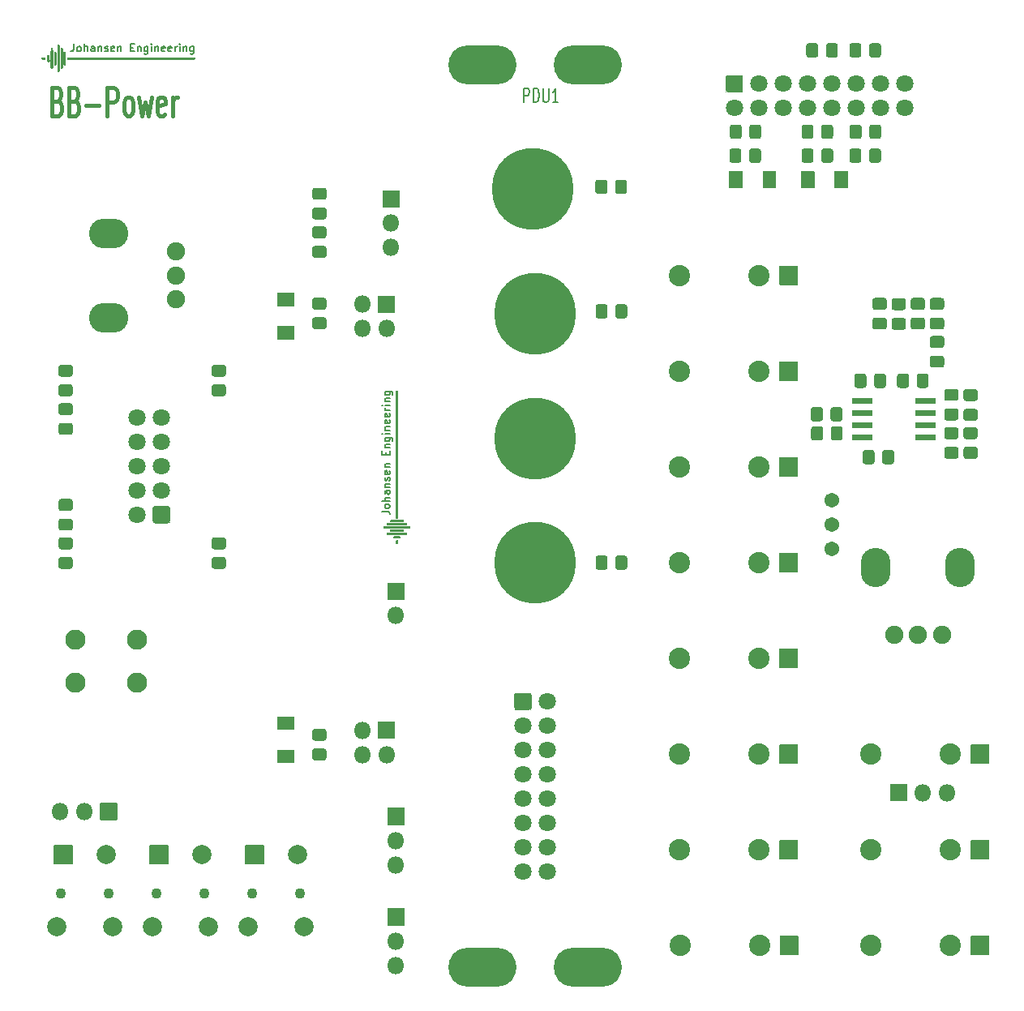
<source format=gts>
G04 #@! TF.GenerationSoftware,KiCad,Pcbnew,(5.1.9)-1*
G04 #@! TF.CreationDate,2021-04-28T19:37:10+02:00*
G04 #@! TF.ProjectId,KicadJE_Drum_PE78 - Base,4b696361-644a-4455-9f44-72756d5f5045,rev?*
G04 #@! TF.SameCoordinates,Original*
G04 #@! TF.FileFunction,Soldermask,Top*
G04 #@! TF.FilePolarity,Negative*
%FSLAX46Y46*%
G04 Gerber Fmt 4.6, Leading zero omitted, Abs format (unit mm)*
G04 Created by KiCad (PCBNEW (5.1.9)-1) date 2021-04-28 19:37:10*
%MOMM*%
%LPD*%
G01*
G04 APERTURE LIST*
%ADD10C,0.200000*%
%ADD11C,0.450000*%
%ADD12C,0.150000*%
%ADD13C,0.010000*%
%ADD14C,8.502000*%
%ADD15O,7.102000X4.102000*%
%ADD16C,2.232000*%
%ADD17C,2.002000*%
%ADD18C,1.102000*%
%ADD19O,1.802000X1.802000*%
%ADD20C,1.802000*%
%ADD21C,1.542000*%
%ADD22C,1.902000*%
%ADD23O,3.102000X4.102000*%
%ADD24O,4.102000X3.102000*%
%ADD25C,2.102000*%
G04 APERTURE END LIST*
D10*
X100868095Y-56928571D02*
X100868095Y-55428571D01*
X101249047Y-55428571D01*
X101344285Y-55500000D01*
X101391904Y-55571428D01*
X101439523Y-55714285D01*
X101439523Y-55928571D01*
X101391904Y-56071428D01*
X101344285Y-56142857D01*
X101249047Y-56214285D01*
X100868095Y-56214285D01*
X101868095Y-56928571D02*
X101868095Y-55428571D01*
X102106190Y-55428571D01*
X102249047Y-55500000D01*
X102344285Y-55642857D01*
X102391904Y-55785714D01*
X102439523Y-56071428D01*
X102439523Y-56285714D01*
X102391904Y-56571428D01*
X102344285Y-56714285D01*
X102249047Y-56857142D01*
X102106190Y-56928571D01*
X101868095Y-56928571D01*
X102868095Y-55428571D02*
X102868095Y-56642857D01*
X102915714Y-56785714D01*
X102963333Y-56857142D01*
X103058571Y-56928571D01*
X103249047Y-56928571D01*
X103344285Y-56857142D01*
X103391904Y-56785714D01*
X103439523Y-56642857D01*
X103439523Y-55428571D01*
X104439523Y-56928571D02*
X103868095Y-56928571D01*
X104153809Y-56928571D02*
X104153809Y-55428571D01*
X104058571Y-55642857D01*
X103963333Y-55785714D01*
X103868095Y-55857142D01*
D11*
X52128571Y-56785714D02*
X52385714Y-56928571D01*
X52471428Y-57071428D01*
X52557142Y-57357142D01*
X52557142Y-57785714D01*
X52471428Y-58071428D01*
X52385714Y-58214285D01*
X52214285Y-58357142D01*
X51528571Y-58357142D01*
X51528571Y-55357142D01*
X52128571Y-55357142D01*
X52300000Y-55500000D01*
X52385714Y-55642857D01*
X52471428Y-55928571D01*
X52471428Y-56214285D01*
X52385714Y-56500000D01*
X52300000Y-56642857D01*
X52128571Y-56785714D01*
X51528571Y-56785714D01*
X53928571Y-56785714D02*
X54185714Y-56928571D01*
X54271428Y-57071428D01*
X54357142Y-57357142D01*
X54357142Y-57785714D01*
X54271428Y-58071428D01*
X54185714Y-58214285D01*
X54014285Y-58357142D01*
X53328571Y-58357142D01*
X53328571Y-55357142D01*
X53928571Y-55357142D01*
X54100000Y-55500000D01*
X54185714Y-55642857D01*
X54271428Y-55928571D01*
X54271428Y-56214285D01*
X54185714Y-56500000D01*
X54100000Y-56642857D01*
X53928571Y-56785714D01*
X53328571Y-56785714D01*
X55128571Y-57214285D02*
X56500000Y-57214285D01*
X57357142Y-58357142D02*
X57357142Y-55357142D01*
X58042857Y-55357142D01*
X58214285Y-55500000D01*
X58300000Y-55642857D01*
X58385714Y-55928571D01*
X58385714Y-56357142D01*
X58300000Y-56642857D01*
X58214285Y-56785714D01*
X58042857Y-56928571D01*
X57357142Y-56928571D01*
X59414285Y-58357142D02*
X59242857Y-58214285D01*
X59157142Y-58071428D01*
X59071428Y-57785714D01*
X59071428Y-56928571D01*
X59157142Y-56642857D01*
X59242857Y-56500000D01*
X59414285Y-56357142D01*
X59671428Y-56357142D01*
X59842857Y-56500000D01*
X59928571Y-56642857D01*
X60014285Y-56928571D01*
X60014285Y-57785714D01*
X59928571Y-58071428D01*
X59842857Y-58214285D01*
X59671428Y-58357142D01*
X59414285Y-58357142D01*
X60614285Y-56357142D02*
X60957142Y-58357142D01*
X61300000Y-56928571D01*
X61642857Y-58357142D01*
X61985714Y-56357142D01*
X63357142Y-58214285D02*
X63185714Y-58357142D01*
X62842857Y-58357142D01*
X62671428Y-58214285D01*
X62585714Y-57928571D01*
X62585714Y-56785714D01*
X62671428Y-56500000D01*
X62842857Y-56357142D01*
X63185714Y-56357142D01*
X63357142Y-56500000D01*
X63442857Y-56785714D01*
X63442857Y-57071428D01*
X62585714Y-57357142D01*
X64214285Y-58357142D02*
X64214285Y-56357142D01*
X64214285Y-56928571D02*
X64300000Y-56642857D01*
X64385714Y-56500000D01*
X64557142Y-56357142D01*
X64728571Y-56357142D01*
D12*
X53847619Y-50811904D02*
X53847619Y-51383333D01*
X53809523Y-51497619D01*
X53733333Y-51573809D01*
X53619047Y-51611904D01*
X53542857Y-51611904D01*
X54342857Y-51611904D02*
X54266666Y-51573809D01*
X54228571Y-51535714D01*
X54190476Y-51459523D01*
X54190476Y-51230952D01*
X54228571Y-51154761D01*
X54266666Y-51116666D01*
X54342857Y-51078571D01*
X54457142Y-51078571D01*
X54533333Y-51116666D01*
X54571428Y-51154761D01*
X54609523Y-51230952D01*
X54609523Y-51459523D01*
X54571428Y-51535714D01*
X54533333Y-51573809D01*
X54457142Y-51611904D01*
X54342857Y-51611904D01*
X54952380Y-51611904D02*
X54952380Y-50811904D01*
X55295238Y-51611904D02*
X55295238Y-51192857D01*
X55257142Y-51116666D01*
X55180952Y-51078571D01*
X55066666Y-51078571D01*
X54990476Y-51116666D01*
X54952380Y-51154761D01*
X56019047Y-51611904D02*
X56019047Y-51192857D01*
X55980952Y-51116666D01*
X55904761Y-51078571D01*
X55752380Y-51078571D01*
X55676190Y-51116666D01*
X56019047Y-51573809D02*
X55942857Y-51611904D01*
X55752380Y-51611904D01*
X55676190Y-51573809D01*
X55638095Y-51497619D01*
X55638095Y-51421428D01*
X55676190Y-51345238D01*
X55752380Y-51307142D01*
X55942857Y-51307142D01*
X56019047Y-51269047D01*
X56400000Y-51078571D02*
X56400000Y-51611904D01*
X56400000Y-51154761D02*
X56438095Y-51116666D01*
X56514285Y-51078571D01*
X56628571Y-51078571D01*
X56704761Y-51116666D01*
X56742857Y-51192857D01*
X56742857Y-51611904D01*
X57085714Y-51573809D02*
X57161904Y-51611904D01*
X57314285Y-51611904D01*
X57390476Y-51573809D01*
X57428571Y-51497619D01*
X57428571Y-51459523D01*
X57390476Y-51383333D01*
X57314285Y-51345238D01*
X57200000Y-51345238D01*
X57123809Y-51307142D01*
X57085714Y-51230952D01*
X57085714Y-51192857D01*
X57123809Y-51116666D01*
X57200000Y-51078571D01*
X57314285Y-51078571D01*
X57390476Y-51116666D01*
X58076190Y-51573809D02*
X58000000Y-51611904D01*
X57847619Y-51611904D01*
X57771428Y-51573809D01*
X57733333Y-51497619D01*
X57733333Y-51192857D01*
X57771428Y-51116666D01*
X57847619Y-51078571D01*
X58000000Y-51078571D01*
X58076190Y-51116666D01*
X58114285Y-51192857D01*
X58114285Y-51269047D01*
X57733333Y-51345238D01*
X58457142Y-51078571D02*
X58457142Y-51611904D01*
X58457142Y-51154761D02*
X58495238Y-51116666D01*
X58571428Y-51078571D01*
X58685714Y-51078571D01*
X58761904Y-51116666D01*
X58800000Y-51192857D01*
X58800000Y-51611904D01*
X59790476Y-51192857D02*
X60057142Y-51192857D01*
X60171428Y-51611904D02*
X59790476Y-51611904D01*
X59790476Y-50811904D01*
X60171428Y-50811904D01*
X60514285Y-51078571D02*
X60514285Y-51611904D01*
X60514285Y-51154761D02*
X60552380Y-51116666D01*
X60628571Y-51078571D01*
X60742857Y-51078571D01*
X60819047Y-51116666D01*
X60857142Y-51192857D01*
X60857142Y-51611904D01*
X61580952Y-51078571D02*
X61580952Y-51726190D01*
X61542857Y-51802380D01*
X61504761Y-51840476D01*
X61428571Y-51878571D01*
X61314285Y-51878571D01*
X61238095Y-51840476D01*
X61580952Y-51573809D02*
X61504761Y-51611904D01*
X61352380Y-51611904D01*
X61276190Y-51573809D01*
X61238095Y-51535714D01*
X61200000Y-51459523D01*
X61200000Y-51230952D01*
X61238095Y-51154761D01*
X61276190Y-51116666D01*
X61352380Y-51078571D01*
X61504761Y-51078571D01*
X61580952Y-51116666D01*
X61961904Y-51611904D02*
X61961904Y-51078571D01*
X61961904Y-50811904D02*
X61923809Y-50850000D01*
X61961904Y-50888095D01*
X62000000Y-50850000D01*
X61961904Y-50811904D01*
X61961904Y-50888095D01*
X62342857Y-51078571D02*
X62342857Y-51611904D01*
X62342857Y-51154761D02*
X62380952Y-51116666D01*
X62457142Y-51078571D01*
X62571428Y-51078571D01*
X62647619Y-51116666D01*
X62685714Y-51192857D01*
X62685714Y-51611904D01*
X63371428Y-51573809D02*
X63295238Y-51611904D01*
X63142857Y-51611904D01*
X63066666Y-51573809D01*
X63028571Y-51497619D01*
X63028571Y-51192857D01*
X63066666Y-51116666D01*
X63142857Y-51078571D01*
X63295238Y-51078571D01*
X63371428Y-51116666D01*
X63409523Y-51192857D01*
X63409523Y-51269047D01*
X63028571Y-51345238D01*
X64057142Y-51573809D02*
X63980952Y-51611904D01*
X63828571Y-51611904D01*
X63752380Y-51573809D01*
X63714285Y-51497619D01*
X63714285Y-51192857D01*
X63752380Y-51116666D01*
X63828571Y-51078571D01*
X63980952Y-51078571D01*
X64057142Y-51116666D01*
X64095238Y-51192857D01*
X64095238Y-51269047D01*
X63714285Y-51345238D01*
X64438095Y-51611904D02*
X64438095Y-51078571D01*
X64438095Y-51230952D02*
X64476190Y-51154761D01*
X64514285Y-51116666D01*
X64590476Y-51078571D01*
X64666666Y-51078571D01*
X64933333Y-51611904D02*
X64933333Y-51078571D01*
X64933333Y-50811904D02*
X64895238Y-50850000D01*
X64933333Y-50888095D01*
X64971428Y-50850000D01*
X64933333Y-50811904D01*
X64933333Y-50888095D01*
X65314285Y-51078571D02*
X65314285Y-51611904D01*
X65314285Y-51154761D02*
X65352380Y-51116666D01*
X65428571Y-51078571D01*
X65542857Y-51078571D01*
X65619047Y-51116666D01*
X65657142Y-51192857D01*
X65657142Y-51611904D01*
X66380952Y-51078571D02*
X66380952Y-51726190D01*
X66342857Y-51802380D01*
X66304761Y-51840476D01*
X66228571Y-51878571D01*
X66114285Y-51878571D01*
X66038095Y-51840476D01*
X66380952Y-51573809D02*
X66304761Y-51611904D01*
X66152380Y-51611904D01*
X66076190Y-51573809D01*
X66038095Y-51535714D01*
X66000000Y-51459523D01*
X66000000Y-51230952D01*
X66038095Y-51154761D01*
X66076190Y-51116666D01*
X66152380Y-51078571D01*
X66304761Y-51078571D01*
X66380952Y-51116666D01*
D13*
G36*
X66435286Y-52241293D02*
G01*
X66458647Y-52282187D01*
X66460396Y-52326811D01*
X66440639Y-52367299D01*
X66433506Y-52374786D01*
X66404112Y-52402400D01*
X53218643Y-52402400D01*
X53192321Y-52368937D01*
X53173769Y-52337072D01*
X53166000Y-52307272D01*
X53166000Y-52307150D01*
X53173694Y-52277404D01*
X53192207Y-52245507D01*
X53192321Y-52245362D01*
X53218643Y-52211900D01*
X59813157Y-52211899D01*
X66407672Y-52211899D01*
X66435286Y-52241293D01*
G37*
X66435286Y-52241293D02*
X66458647Y-52282187D01*
X66460396Y-52326811D01*
X66440639Y-52367299D01*
X66433506Y-52374786D01*
X66404112Y-52402400D01*
X53218643Y-52402400D01*
X53192321Y-52368937D01*
X53173769Y-52337072D01*
X53166000Y-52307272D01*
X53166000Y-52307150D01*
X53173694Y-52277404D01*
X53192207Y-52245507D01*
X53192321Y-52245362D01*
X53218643Y-52211900D01*
X59813157Y-52211899D01*
X66407672Y-52211899D01*
X66435286Y-52241293D01*
D12*
X53847619Y-50811904D02*
X53847619Y-51383333D01*
X53809523Y-51497619D01*
X53733333Y-51573809D01*
X53619047Y-51611904D01*
X53542857Y-51611904D01*
X54342857Y-51611904D02*
X54266666Y-51573809D01*
X54228571Y-51535714D01*
X54190476Y-51459523D01*
X54190476Y-51230952D01*
X54228571Y-51154761D01*
X54266666Y-51116666D01*
X54342857Y-51078571D01*
X54457142Y-51078571D01*
X54533333Y-51116666D01*
X54571428Y-51154761D01*
X54609523Y-51230952D01*
X54609523Y-51459523D01*
X54571428Y-51535714D01*
X54533333Y-51573809D01*
X54457142Y-51611904D01*
X54342857Y-51611904D01*
X54952380Y-51611904D02*
X54952380Y-50811904D01*
X55295238Y-51611904D02*
X55295238Y-51192857D01*
X55257142Y-51116666D01*
X55180952Y-51078571D01*
X55066666Y-51078571D01*
X54990476Y-51116666D01*
X54952380Y-51154761D01*
X56019047Y-51611904D02*
X56019047Y-51192857D01*
X55980952Y-51116666D01*
X55904761Y-51078571D01*
X55752380Y-51078571D01*
X55676190Y-51116666D01*
X56019047Y-51573809D02*
X55942857Y-51611904D01*
X55752380Y-51611904D01*
X55676190Y-51573809D01*
X55638095Y-51497619D01*
X55638095Y-51421428D01*
X55676190Y-51345238D01*
X55752380Y-51307142D01*
X55942857Y-51307142D01*
X56019047Y-51269047D01*
X56400000Y-51078571D02*
X56400000Y-51611904D01*
X56400000Y-51154761D02*
X56438095Y-51116666D01*
X56514285Y-51078571D01*
X56628571Y-51078571D01*
X56704761Y-51116666D01*
X56742857Y-51192857D01*
X56742857Y-51611904D01*
X57085714Y-51573809D02*
X57161904Y-51611904D01*
X57314285Y-51611904D01*
X57390476Y-51573809D01*
X57428571Y-51497619D01*
X57428571Y-51459523D01*
X57390476Y-51383333D01*
X57314285Y-51345238D01*
X57200000Y-51345238D01*
X57123809Y-51307142D01*
X57085714Y-51230952D01*
X57085714Y-51192857D01*
X57123809Y-51116666D01*
X57200000Y-51078571D01*
X57314285Y-51078571D01*
X57390476Y-51116666D01*
X58076190Y-51573809D02*
X58000000Y-51611904D01*
X57847619Y-51611904D01*
X57771428Y-51573809D01*
X57733333Y-51497619D01*
X57733333Y-51192857D01*
X57771428Y-51116666D01*
X57847619Y-51078571D01*
X58000000Y-51078571D01*
X58076190Y-51116666D01*
X58114285Y-51192857D01*
X58114285Y-51269047D01*
X57733333Y-51345238D01*
X58457142Y-51078571D02*
X58457142Y-51611904D01*
X58457142Y-51154761D02*
X58495238Y-51116666D01*
X58571428Y-51078571D01*
X58685714Y-51078571D01*
X58761904Y-51116666D01*
X58800000Y-51192857D01*
X58800000Y-51611904D01*
X59790476Y-51192857D02*
X60057142Y-51192857D01*
X60171428Y-51611904D02*
X59790476Y-51611904D01*
X59790476Y-50811904D01*
X60171428Y-50811904D01*
X60514285Y-51078571D02*
X60514285Y-51611904D01*
X60514285Y-51154761D02*
X60552380Y-51116666D01*
X60628571Y-51078571D01*
X60742857Y-51078571D01*
X60819047Y-51116666D01*
X60857142Y-51192857D01*
X60857142Y-51611904D01*
X61580952Y-51078571D02*
X61580952Y-51726190D01*
X61542857Y-51802380D01*
X61504761Y-51840476D01*
X61428571Y-51878571D01*
X61314285Y-51878571D01*
X61238095Y-51840476D01*
X61580952Y-51573809D02*
X61504761Y-51611904D01*
X61352380Y-51611904D01*
X61276190Y-51573809D01*
X61238095Y-51535714D01*
X61200000Y-51459523D01*
X61200000Y-51230952D01*
X61238095Y-51154761D01*
X61276190Y-51116666D01*
X61352380Y-51078571D01*
X61504761Y-51078571D01*
X61580952Y-51116666D01*
X61961904Y-51611904D02*
X61961904Y-51078571D01*
X61961904Y-50811904D02*
X61923809Y-50850000D01*
X61961904Y-50888095D01*
X62000000Y-50850000D01*
X61961904Y-50811904D01*
X61961904Y-50888095D01*
X62342857Y-51078571D02*
X62342857Y-51611904D01*
X62342857Y-51154761D02*
X62380952Y-51116666D01*
X62457142Y-51078571D01*
X62571428Y-51078571D01*
X62647619Y-51116666D01*
X62685714Y-51192857D01*
X62685714Y-51611904D01*
X63371428Y-51573809D02*
X63295238Y-51611904D01*
X63142857Y-51611904D01*
X63066666Y-51573809D01*
X63028571Y-51497619D01*
X63028571Y-51192857D01*
X63066666Y-51116666D01*
X63142857Y-51078571D01*
X63295238Y-51078571D01*
X63371428Y-51116666D01*
X63409523Y-51192857D01*
X63409523Y-51269047D01*
X63028571Y-51345238D01*
X64057142Y-51573809D02*
X63980952Y-51611904D01*
X63828571Y-51611904D01*
X63752380Y-51573809D01*
X63714285Y-51497619D01*
X63714285Y-51192857D01*
X63752380Y-51116666D01*
X63828571Y-51078571D01*
X63980952Y-51078571D01*
X64057142Y-51116666D01*
X64095238Y-51192857D01*
X64095238Y-51269047D01*
X63714285Y-51345238D01*
X64438095Y-51611904D02*
X64438095Y-51078571D01*
X64438095Y-51230952D02*
X64476190Y-51154761D01*
X64514285Y-51116666D01*
X64590476Y-51078571D01*
X64666666Y-51078571D01*
X64933333Y-51611904D02*
X64933333Y-51078571D01*
X64933333Y-50811904D02*
X64895238Y-50850000D01*
X64933333Y-50888095D01*
X64971428Y-50850000D01*
X64933333Y-50811904D01*
X64933333Y-50888095D01*
X65314285Y-51078571D02*
X65314285Y-51611904D01*
X65314285Y-51154761D02*
X65352380Y-51116666D01*
X65428571Y-51078571D01*
X65542857Y-51078571D01*
X65619047Y-51116666D01*
X65657142Y-51192857D01*
X65657142Y-51611904D01*
X66380952Y-51078571D02*
X66380952Y-51726190D01*
X66342857Y-51802380D01*
X66304761Y-51840476D01*
X66228571Y-51878571D01*
X66114285Y-51878571D01*
X66038095Y-51840476D01*
X66380952Y-51573809D02*
X66304761Y-51611904D01*
X66152380Y-51611904D01*
X66076190Y-51573809D01*
X66038095Y-51535714D01*
X66000000Y-51459523D01*
X66000000Y-51230952D01*
X66038095Y-51154761D01*
X66076190Y-51116666D01*
X66152380Y-51078571D01*
X66304761Y-51078571D01*
X66380952Y-51116666D01*
D13*
G36*
X50744043Y-52214392D02*
G01*
X50792101Y-52223191D01*
X50822105Y-52240281D01*
X50837542Y-52267645D01*
X50841900Y-52307150D01*
X50837607Y-52346532D01*
X50822399Y-52373780D01*
X50792781Y-52390862D01*
X50745257Y-52399745D01*
X50676332Y-52402395D01*
X50672663Y-52402400D01*
X50615908Y-52401825D01*
X50578492Y-52399290D01*
X50554365Y-52393576D01*
X50537476Y-52383466D01*
X50526613Y-52373006D01*
X50503252Y-52332112D01*
X50501503Y-52287488D01*
X50521260Y-52247000D01*
X50528393Y-52239513D01*
X50545574Y-52226180D01*
X50566619Y-52217937D01*
X50597738Y-52213612D01*
X50645141Y-52212030D01*
X50674443Y-52211900D01*
X50744043Y-52214392D01*
G37*
X50744043Y-52214392D02*
X50792101Y-52223191D01*
X50822105Y-52240281D01*
X50837542Y-52267645D01*
X50841900Y-52307150D01*
X50837607Y-52346532D01*
X50822399Y-52373780D01*
X50792781Y-52390862D01*
X50745257Y-52399745D01*
X50676332Y-52402395D01*
X50672663Y-52402400D01*
X50615908Y-52401825D01*
X50578492Y-52399290D01*
X50554365Y-52393576D01*
X50537476Y-52383466D01*
X50526613Y-52373006D01*
X50503252Y-52332112D01*
X50501503Y-52287488D01*
X50521260Y-52247000D01*
X50528393Y-52239513D01*
X50545574Y-52226180D01*
X50566619Y-52217937D01*
X50597738Y-52213612D01*
X50645141Y-52212030D01*
X50674443Y-52211900D01*
X50744043Y-52214392D01*
D12*
X53847619Y-50811904D02*
X53847619Y-51383333D01*
X53809523Y-51497619D01*
X53733333Y-51573809D01*
X53619047Y-51611904D01*
X53542857Y-51611904D01*
X54342857Y-51611904D02*
X54266666Y-51573809D01*
X54228571Y-51535714D01*
X54190476Y-51459523D01*
X54190476Y-51230952D01*
X54228571Y-51154761D01*
X54266666Y-51116666D01*
X54342857Y-51078571D01*
X54457142Y-51078571D01*
X54533333Y-51116666D01*
X54571428Y-51154761D01*
X54609523Y-51230952D01*
X54609523Y-51459523D01*
X54571428Y-51535714D01*
X54533333Y-51573809D01*
X54457142Y-51611904D01*
X54342857Y-51611904D01*
X54952380Y-51611904D02*
X54952380Y-50811904D01*
X55295238Y-51611904D02*
X55295238Y-51192857D01*
X55257142Y-51116666D01*
X55180952Y-51078571D01*
X55066666Y-51078571D01*
X54990476Y-51116666D01*
X54952380Y-51154761D01*
X56019047Y-51611904D02*
X56019047Y-51192857D01*
X55980952Y-51116666D01*
X55904761Y-51078571D01*
X55752380Y-51078571D01*
X55676190Y-51116666D01*
X56019047Y-51573809D02*
X55942857Y-51611904D01*
X55752380Y-51611904D01*
X55676190Y-51573809D01*
X55638095Y-51497619D01*
X55638095Y-51421428D01*
X55676190Y-51345238D01*
X55752380Y-51307142D01*
X55942857Y-51307142D01*
X56019047Y-51269047D01*
X56400000Y-51078571D02*
X56400000Y-51611904D01*
X56400000Y-51154761D02*
X56438095Y-51116666D01*
X56514285Y-51078571D01*
X56628571Y-51078571D01*
X56704761Y-51116666D01*
X56742857Y-51192857D01*
X56742857Y-51611904D01*
X57085714Y-51573809D02*
X57161904Y-51611904D01*
X57314285Y-51611904D01*
X57390476Y-51573809D01*
X57428571Y-51497619D01*
X57428571Y-51459523D01*
X57390476Y-51383333D01*
X57314285Y-51345238D01*
X57200000Y-51345238D01*
X57123809Y-51307142D01*
X57085714Y-51230952D01*
X57085714Y-51192857D01*
X57123809Y-51116666D01*
X57200000Y-51078571D01*
X57314285Y-51078571D01*
X57390476Y-51116666D01*
X58076190Y-51573809D02*
X58000000Y-51611904D01*
X57847619Y-51611904D01*
X57771428Y-51573809D01*
X57733333Y-51497619D01*
X57733333Y-51192857D01*
X57771428Y-51116666D01*
X57847619Y-51078571D01*
X58000000Y-51078571D01*
X58076190Y-51116666D01*
X58114285Y-51192857D01*
X58114285Y-51269047D01*
X57733333Y-51345238D01*
X58457142Y-51078571D02*
X58457142Y-51611904D01*
X58457142Y-51154761D02*
X58495238Y-51116666D01*
X58571428Y-51078571D01*
X58685714Y-51078571D01*
X58761904Y-51116666D01*
X58800000Y-51192857D01*
X58800000Y-51611904D01*
X59790476Y-51192857D02*
X60057142Y-51192857D01*
X60171428Y-51611904D02*
X59790476Y-51611904D01*
X59790476Y-50811904D01*
X60171428Y-50811904D01*
X60514285Y-51078571D02*
X60514285Y-51611904D01*
X60514285Y-51154761D02*
X60552380Y-51116666D01*
X60628571Y-51078571D01*
X60742857Y-51078571D01*
X60819047Y-51116666D01*
X60857142Y-51192857D01*
X60857142Y-51611904D01*
X61580952Y-51078571D02*
X61580952Y-51726190D01*
X61542857Y-51802380D01*
X61504761Y-51840476D01*
X61428571Y-51878571D01*
X61314285Y-51878571D01*
X61238095Y-51840476D01*
X61580952Y-51573809D02*
X61504761Y-51611904D01*
X61352380Y-51611904D01*
X61276190Y-51573809D01*
X61238095Y-51535714D01*
X61200000Y-51459523D01*
X61200000Y-51230952D01*
X61238095Y-51154761D01*
X61276190Y-51116666D01*
X61352380Y-51078571D01*
X61504761Y-51078571D01*
X61580952Y-51116666D01*
X61961904Y-51611904D02*
X61961904Y-51078571D01*
X61961904Y-50811904D02*
X61923809Y-50850000D01*
X61961904Y-50888095D01*
X62000000Y-50850000D01*
X61961904Y-50811904D01*
X61961904Y-50888095D01*
X62342857Y-51078571D02*
X62342857Y-51611904D01*
X62342857Y-51154761D02*
X62380952Y-51116666D01*
X62457142Y-51078571D01*
X62571428Y-51078571D01*
X62647619Y-51116666D01*
X62685714Y-51192857D01*
X62685714Y-51611904D01*
X63371428Y-51573809D02*
X63295238Y-51611904D01*
X63142857Y-51611904D01*
X63066666Y-51573809D01*
X63028571Y-51497619D01*
X63028571Y-51192857D01*
X63066666Y-51116666D01*
X63142857Y-51078571D01*
X63295238Y-51078571D01*
X63371428Y-51116666D01*
X63409523Y-51192857D01*
X63409523Y-51269047D01*
X63028571Y-51345238D01*
X64057142Y-51573809D02*
X63980952Y-51611904D01*
X63828571Y-51611904D01*
X63752380Y-51573809D01*
X63714285Y-51497619D01*
X63714285Y-51192857D01*
X63752380Y-51116666D01*
X63828571Y-51078571D01*
X63980952Y-51078571D01*
X64057142Y-51116666D01*
X64095238Y-51192857D01*
X64095238Y-51269047D01*
X63714285Y-51345238D01*
X64438095Y-51611904D02*
X64438095Y-51078571D01*
X64438095Y-51230952D02*
X64476190Y-51154761D01*
X64514285Y-51116666D01*
X64590476Y-51078571D01*
X64666666Y-51078571D01*
X64933333Y-51611904D02*
X64933333Y-51078571D01*
X64933333Y-50811904D02*
X64895238Y-50850000D01*
X64933333Y-50888095D01*
X64971428Y-50850000D01*
X64933333Y-50811904D01*
X64933333Y-50888095D01*
X65314285Y-51078571D02*
X65314285Y-51611904D01*
X65314285Y-51154761D02*
X65352380Y-51116666D01*
X65428571Y-51078571D01*
X65542857Y-51078571D01*
X65619047Y-51116666D01*
X65657142Y-51192857D01*
X65657142Y-51611904D01*
X66380952Y-51078571D02*
X66380952Y-51726190D01*
X66342857Y-51802380D01*
X66304761Y-51840476D01*
X66228571Y-51878571D01*
X66114285Y-51878571D01*
X66038095Y-51840476D01*
X66380952Y-51573809D02*
X66304761Y-51611904D01*
X66152380Y-51611904D01*
X66076190Y-51573809D01*
X66038095Y-51535714D01*
X66000000Y-51459523D01*
X66000000Y-51230952D01*
X66038095Y-51154761D01*
X66076190Y-51116666D01*
X66152380Y-51078571D01*
X66304761Y-51078571D01*
X66380952Y-51116666D01*
D13*
G36*
X51204557Y-51963054D02*
G01*
X51237368Y-51982157D01*
X51246941Y-51990516D01*
X51254270Y-52000303D01*
X51259707Y-52014826D01*
X51263605Y-52037391D01*
X51266317Y-52071307D01*
X51268194Y-52119882D01*
X51269589Y-52186423D01*
X51270854Y-52274238D01*
X51271188Y-52299571D01*
X51275026Y-52592728D01*
X51243190Y-52624564D01*
X51203435Y-52651023D01*
X51163527Y-52652725D01*
X51126040Y-52629617D01*
X51123513Y-52627006D01*
X51114675Y-52616635D01*
X51107956Y-52604549D01*
X51103065Y-52587371D01*
X51099714Y-52561724D01*
X51097611Y-52524232D01*
X51096468Y-52471520D01*
X51095994Y-52400210D01*
X51095900Y-52306927D01*
X51095900Y-52305370D01*
X51095965Y-52211929D01*
X51096367Y-52140539D01*
X51097413Y-52087846D01*
X51099412Y-52050503D01*
X51102670Y-52025156D01*
X51107497Y-52008457D01*
X51114200Y-51997055D01*
X51123086Y-51987598D01*
X51125293Y-51985513D01*
X51164470Y-51961609D01*
X51204557Y-51963054D01*
G37*
X51204557Y-51963054D02*
X51237368Y-51982157D01*
X51246941Y-51990516D01*
X51254270Y-52000303D01*
X51259707Y-52014826D01*
X51263605Y-52037391D01*
X51266317Y-52071307D01*
X51268194Y-52119882D01*
X51269589Y-52186423D01*
X51270854Y-52274238D01*
X51271188Y-52299571D01*
X51275026Y-52592728D01*
X51243190Y-52624564D01*
X51203435Y-52651023D01*
X51163527Y-52652725D01*
X51126040Y-52629617D01*
X51123513Y-52627006D01*
X51114675Y-52616635D01*
X51107956Y-52604549D01*
X51103065Y-52587371D01*
X51099714Y-52561724D01*
X51097611Y-52524232D01*
X51096468Y-52471520D01*
X51095994Y-52400210D01*
X51095900Y-52306927D01*
X51095900Y-52305370D01*
X51095965Y-52211929D01*
X51096367Y-52140539D01*
X51097413Y-52087846D01*
X51099412Y-52050503D01*
X51102670Y-52025156D01*
X51107497Y-52008457D01*
X51114200Y-51997055D01*
X51123086Y-51987598D01*
X51125293Y-51985513D01*
X51164470Y-51961609D01*
X51204557Y-51963054D01*
D12*
X53847619Y-50811904D02*
X53847619Y-51383333D01*
X53809523Y-51497619D01*
X53733333Y-51573809D01*
X53619047Y-51611904D01*
X53542857Y-51611904D01*
X54342857Y-51611904D02*
X54266666Y-51573809D01*
X54228571Y-51535714D01*
X54190476Y-51459523D01*
X54190476Y-51230952D01*
X54228571Y-51154761D01*
X54266666Y-51116666D01*
X54342857Y-51078571D01*
X54457142Y-51078571D01*
X54533333Y-51116666D01*
X54571428Y-51154761D01*
X54609523Y-51230952D01*
X54609523Y-51459523D01*
X54571428Y-51535714D01*
X54533333Y-51573809D01*
X54457142Y-51611904D01*
X54342857Y-51611904D01*
X54952380Y-51611904D02*
X54952380Y-50811904D01*
X55295238Y-51611904D02*
X55295238Y-51192857D01*
X55257142Y-51116666D01*
X55180952Y-51078571D01*
X55066666Y-51078571D01*
X54990476Y-51116666D01*
X54952380Y-51154761D01*
X56019047Y-51611904D02*
X56019047Y-51192857D01*
X55980952Y-51116666D01*
X55904761Y-51078571D01*
X55752380Y-51078571D01*
X55676190Y-51116666D01*
X56019047Y-51573809D02*
X55942857Y-51611904D01*
X55752380Y-51611904D01*
X55676190Y-51573809D01*
X55638095Y-51497619D01*
X55638095Y-51421428D01*
X55676190Y-51345238D01*
X55752380Y-51307142D01*
X55942857Y-51307142D01*
X56019047Y-51269047D01*
X56400000Y-51078571D02*
X56400000Y-51611904D01*
X56400000Y-51154761D02*
X56438095Y-51116666D01*
X56514285Y-51078571D01*
X56628571Y-51078571D01*
X56704761Y-51116666D01*
X56742857Y-51192857D01*
X56742857Y-51611904D01*
X57085714Y-51573809D02*
X57161904Y-51611904D01*
X57314285Y-51611904D01*
X57390476Y-51573809D01*
X57428571Y-51497619D01*
X57428571Y-51459523D01*
X57390476Y-51383333D01*
X57314285Y-51345238D01*
X57200000Y-51345238D01*
X57123809Y-51307142D01*
X57085714Y-51230952D01*
X57085714Y-51192857D01*
X57123809Y-51116666D01*
X57200000Y-51078571D01*
X57314285Y-51078571D01*
X57390476Y-51116666D01*
X58076190Y-51573809D02*
X58000000Y-51611904D01*
X57847619Y-51611904D01*
X57771428Y-51573809D01*
X57733333Y-51497619D01*
X57733333Y-51192857D01*
X57771428Y-51116666D01*
X57847619Y-51078571D01*
X58000000Y-51078571D01*
X58076190Y-51116666D01*
X58114285Y-51192857D01*
X58114285Y-51269047D01*
X57733333Y-51345238D01*
X58457142Y-51078571D02*
X58457142Y-51611904D01*
X58457142Y-51154761D02*
X58495238Y-51116666D01*
X58571428Y-51078571D01*
X58685714Y-51078571D01*
X58761904Y-51116666D01*
X58800000Y-51192857D01*
X58800000Y-51611904D01*
X59790476Y-51192857D02*
X60057142Y-51192857D01*
X60171428Y-51611904D02*
X59790476Y-51611904D01*
X59790476Y-50811904D01*
X60171428Y-50811904D01*
X60514285Y-51078571D02*
X60514285Y-51611904D01*
X60514285Y-51154761D02*
X60552380Y-51116666D01*
X60628571Y-51078571D01*
X60742857Y-51078571D01*
X60819047Y-51116666D01*
X60857142Y-51192857D01*
X60857142Y-51611904D01*
X61580952Y-51078571D02*
X61580952Y-51726190D01*
X61542857Y-51802380D01*
X61504761Y-51840476D01*
X61428571Y-51878571D01*
X61314285Y-51878571D01*
X61238095Y-51840476D01*
X61580952Y-51573809D02*
X61504761Y-51611904D01*
X61352380Y-51611904D01*
X61276190Y-51573809D01*
X61238095Y-51535714D01*
X61200000Y-51459523D01*
X61200000Y-51230952D01*
X61238095Y-51154761D01*
X61276190Y-51116666D01*
X61352380Y-51078571D01*
X61504761Y-51078571D01*
X61580952Y-51116666D01*
X61961904Y-51611904D02*
X61961904Y-51078571D01*
X61961904Y-50811904D02*
X61923809Y-50850000D01*
X61961904Y-50888095D01*
X62000000Y-50850000D01*
X61961904Y-50811904D01*
X61961904Y-50888095D01*
X62342857Y-51078571D02*
X62342857Y-51611904D01*
X62342857Y-51154761D02*
X62380952Y-51116666D01*
X62457142Y-51078571D01*
X62571428Y-51078571D01*
X62647619Y-51116666D01*
X62685714Y-51192857D01*
X62685714Y-51611904D01*
X63371428Y-51573809D02*
X63295238Y-51611904D01*
X63142857Y-51611904D01*
X63066666Y-51573809D01*
X63028571Y-51497619D01*
X63028571Y-51192857D01*
X63066666Y-51116666D01*
X63142857Y-51078571D01*
X63295238Y-51078571D01*
X63371428Y-51116666D01*
X63409523Y-51192857D01*
X63409523Y-51269047D01*
X63028571Y-51345238D01*
X64057142Y-51573809D02*
X63980952Y-51611904D01*
X63828571Y-51611904D01*
X63752380Y-51573809D01*
X63714285Y-51497619D01*
X63714285Y-51192857D01*
X63752380Y-51116666D01*
X63828571Y-51078571D01*
X63980952Y-51078571D01*
X64057142Y-51116666D01*
X64095238Y-51192857D01*
X64095238Y-51269047D01*
X63714285Y-51345238D01*
X64438095Y-51611904D02*
X64438095Y-51078571D01*
X64438095Y-51230952D02*
X64476190Y-51154761D01*
X64514285Y-51116666D01*
X64590476Y-51078571D01*
X64666666Y-51078571D01*
X64933333Y-51611904D02*
X64933333Y-51078571D01*
X64933333Y-50811904D02*
X64895238Y-50850000D01*
X64933333Y-50888095D01*
X64971428Y-50850000D01*
X64933333Y-50811904D01*
X64933333Y-50888095D01*
X65314285Y-51078571D02*
X65314285Y-51611904D01*
X65314285Y-51154761D02*
X65352380Y-51116666D01*
X65428571Y-51078571D01*
X65542857Y-51078571D01*
X65619047Y-51116666D01*
X65657142Y-51192857D01*
X65657142Y-51611904D01*
X66380952Y-51078571D02*
X66380952Y-51726190D01*
X66342857Y-51802380D01*
X66304761Y-51840476D01*
X66228571Y-51878571D01*
X66114285Y-51878571D01*
X66038095Y-51840476D01*
X66380952Y-51573809D02*
X66304761Y-51611904D01*
X66152380Y-51611904D01*
X66076190Y-51573809D01*
X66038095Y-51535714D01*
X66000000Y-51459523D01*
X66000000Y-51230952D01*
X66038095Y-51154761D01*
X66076190Y-51116666D01*
X66152380Y-51078571D01*
X66304761Y-51078571D01*
X66380952Y-51116666D01*
D13*
G36*
X52930360Y-51634148D02*
G01*
X52937400Y-51640400D01*
X52943118Y-51646819D01*
X52947907Y-51655090D01*
X52951849Y-51667365D01*
X52955026Y-51685795D01*
X52957522Y-51712532D01*
X52959417Y-51749728D01*
X52960795Y-51799533D01*
X52961737Y-51864100D01*
X52962326Y-51945579D01*
X52962645Y-52046124D01*
X52962775Y-52167884D01*
X52962800Y-52304324D01*
X52962722Y-52450224D01*
X52962446Y-52572823D01*
X52961912Y-52674218D01*
X52961055Y-52756508D01*
X52959815Y-52821791D01*
X52958129Y-52872165D01*
X52955934Y-52909728D01*
X52953169Y-52936578D01*
X52949771Y-52954814D01*
X52945678Y-52966533D01*
X52943029Y-52971074D01*
X52913262Y-52993781D01*
X52873733Y-52999686D01*
X52833757Y-52988757D01*
X52810894Y-52971505D01*
X52805058Y-52964613D01*
X52800171Y-52956105D01*
X52796150Y-52943817D01*
X52792910Y-52925586D01*
X52790367Y-52899248D01*
X52788437Y-52862641D01*
X52787035Y-52813601D01*
X52786077Y-52749964D01*
X52785479Y-52669567D01*
X52785156Y-52570246D01*
X52785025Y-52449839D01*
X52785000Y-52307150D01*
X52785025Y-52163643D01*
X52785158Y-52043374D01*
X52785482Y-51944178D01*
X52786082Y-51863891D01*
X52787043Y-51800352D01*
X52788447Y-51751395D01*
X52790381Y-51714858D01*
X52792928Y-51688577D01*
X52796172Y-51670390D01*
X52800199Y-51658132D01*
X52805091Y-51649641D01*
X52810894Y-51642794D01*
X52847738Y-51619943D01*
X52890793Y-51617000D01*
X52930360Y-51634148D01*
G37*
X52930360Y-51634148D02*
X52937400Y-51640400D01*
X52943118Y-51646819D01*
X52947907Y-51655090D01*
X52951849Y-51667365D01*
X52955026Y-51685795D01*
X52957522Y-51712532D01*
X52959417Y-51749728D01*
X52960795Y-51799533D01*
X52961737Y-51864100D01*
X52962326Y-51945579D01*
X52962645Y-52046124D01*
X52962775Y-52167884D01*
X52962800Y-52304324D01*
X52962722Y-52450224D01*
X52962446Y-52572823D01*
X52961912Y-52674218D01*
X52961055Y-52756508D01*
X52959815Y-52821791D01*
X52958129Y-52872165D01*
X52955934Y-52909728D01*
X52953169Y-52936578D01*
X52949771Y-52954814D01*
X52945678Y-52966533D01*
X52943029Y-52971074D01*
X52913262Y-52993781D01*
X52873733Y-52999686D01*
X52833757Y-52988757D01*
X52810894Y-52971505D01*
X52805058Y-52964613D01*
X52800171Y-52956105D01*
X52796150Y-52943817D01*
X52792910Y-52925586D01*
X52790367Y-52899248D01*
X52788437Y-52862641D01*
X52787035Y-52813601D01*
X52786077Y-52749964D01*
X52785479Y-52669567D01*
X52785156Y-52570246D01*
X52785025Y-52449839D01*
X52785000Y-52307150D01*
X52785025Y-52163643D01*
X52785158Y-52043374D01*
X52785482Y-51944178D01*
X52786082Y-51863891D01*
X52787043Y-51800352D01*
X52788447Y-51751395D01*
X52790381Y-51714858D01*
X52792928Y-51688577D01*
X52796172Y-51670390D01*
X52800199Y-51658132D01*
X52805091Y-51649641D01*
X52810894Y-51642794D01*
X52847738Y-51619943D01*
X52890793Y-51617000D01*
X52930360Y-51634148D01*
D12*
X53847619Y-50811904D02*
X53847619Y-51383333D01*
X53809523Y-51497619D01*
X53733333Y-51573809D01*
X53619047Y-51611904D01*
X53542857Y-51611904D01*
X54342857Y-51611904D02*
X54266666Y-51573809D01*
X54228571Y-51535714D01*
X54190476Y-51459523D01*
X54190476Y-51230952D01*
X54228571Y-51154761D01*
X54266666Y-51116666D01*
X54342857Y-51078571D01*
X54457142Y-51078571D01*
X54533333Y-51116666D01*
X54571428Y-51154761D01*
X54609523Y-51230952D01*
X54609523Y-51459523D01*
X54571428Y-51535714D01*
X54533333Y-51573809D01*
X54457142Y-51611904D01*
X54342857Y-51611904D01*
X54952380Y-51611904D02*
X54952380Y-50811904D01*
X55295238Y-51611904D02*
X55295238Y-51192857D01*
X55257142Y-51116666D01*
X55180952Y-51078571D01*
X55066666Y-51078571D01*
X54990476Y-51116666D01*
X54952380Y-51154761D01*
X56019047Y-51611904D02*
X56019047Y-51192857D01*
X55980952Y-51116666D01*
X55904761Y-51078571D01*
X55752380Y-51078571D01*
X55676190Y-51116666D01*
X56019047Y-51573809D02*
X55942857Y-51611904D01*
X55752380Y-51611904D01*
X55676190Y-51573809D01*
X55638095Y-51497619D01*
X55638095Y-51421428D01*
X55676190Y-51345238D01*
X55752380Y-51307142D01*
X55942857Y-51307142D01*
X56019047Y-51269047D01*
X56400000Y-51078571D02*
X56400000Y-51611904D01*
X56400000Y-51154761D02*
X56438095Y-51116666D01*
X56514285Y-51078571D01*
X56628571Y-51078571D01*
X56704761Y-51116666D01*
X56742857Y-51192857D01*
X56742857Y-51611904D01*
X57085714Y-51573809D02*
X57161904Y-51611904D01*
X57314285Y-51611904D01*
X57390476Y-51573809D01*
X57428571Y-51497619D01*
X57428571Y-51459523D01*
X57390476Y-51383333D01*
X57314285Y-51345238D01*
X57200000Y-51345238D01*
X57123809Y-51307142D01*
X57085714Y-51230952D01*
X57085714Y-51192857D01*
X57123809Y-51116666D01*
X57200000Y-51078571D01*
X57314285Y-51078571D01*
X57390476Y-51116666D01*
X58076190Y-51573809D02*
X58000000Y-51611904D01*
X57847619Y-51611904D01*
X57771428Y-51573809D01*
X57733333Y-51497619D01*
X57733333Y-51192857D01*
X57771428Y-51116666D01*
X57847619Y-51078571D01*
X58000000Y-51078571D01*
X58076190Y-51116666D01*
X58114285Y-51192857D01*
X58114285Y-51269047D01*
X57733333Y-51345238D01*
X58457142Y-51078571D02*
X58457142Y-51611904D01*
X58457142Y-51154761D02*
X58495238Y-51116666D01*
X58571428Y-51078571D01*
X58685714Y-51078571D01*
X58761904Y-51116666D01*
X58800000Y-51192857D01*
X58800000Y-51611904D01*
X59790476Y-51192857D02*
X60057142Y-51192857D01*
X60171428Y-51611904D02*
X59790476Y-51611904D01*
X59790476Y-50811904D01*
X60171428Y-50811904D01*
X60514285Y-51078571D02*
X60514285Y-51611904D01*
X60514285Y-51154761D02*
X60552380Y-51116666D01*
X60628571Y-51078571D01*
X60742857Y-51078571D01*
X60819047Y-51116666D01*
X60857142Y-51192857D01*
X60857142Y-51611904D01*
X61580952Y-51078571D02*
X61580952Y-51726190D01*
X61542857Y-51802380D01*
X61504761Y-51840476D01*
X61428571Y-51878571D01*
X61314285Y-51878571D01*
X61238095Y-51840476D01*
X61580952Y-51573809D02*
X61504761Y-51611904D01*
X61352380Y-51611904D01*
X61276190Y-51573809D01*
X61238095Y-51535714D01*
X61200000Y-51459523D01*
X61200000Y-51230952D01*
X61238095Y-51154761D01*
X61276190Y-51116666D01*
X61352380Y-51078571D01*
X61504761Y-51078571D01*
X61580952Y-51116666D01*
X61961904Y-51611904D02*
X61961904Y-51078571D01*
X61961904Y-50811904D02*
X61923809Y-50850000D01*
X61961904Y-50888095D01*
X62000000Y-50850000D01*
X61961904Y-50811904D01*
X61961904Y-50888095D01*
X62342857Y-51078571D02*
X62342857Y-51611904D01*
X62342857Y-51154761D02*
X62380952Y-51116666D01*
X62457142Y-51078571D01*
X62571428Y-51078571D01*
X62647619Y-51116666D01*
X62685714Y-51192857D01*
X62685714Y-51611904D01*
X63371428Y-51573809D02*
X63295238Y-51611904D01*
X63142857Y-51611904D01*
X63066666Y-51573809D01*
X63028571Y-51497619D01*
X63028571Y-51192857D01*
X63066666Y-51116666D01*
X63142857Y-51078571D01*
X63295238Y-51078571D01*
X63371428Y-51116666D01*
X63409523Y-51192857D01*
X63409523Y-51269047D01*
X63028571Y-51345238D01*
X64057142Y-51573809D02*
X63980952Y-51611904D01*
X63828571Y-51611904D01*
X63752380Y-51573809D01*
X63714285Y-51497619D01*
X63714285Y-51192857D01*
X63752380Y-51116666D01*
X63828571Y-51078571D01*
X63980952Y-51078571D01*
X64057142Y-51116666D01*
X64095238Y-51192857D01*
X64095238Y-51269047D01*
X63714285Y-51345238D01*
X64438095Y-51611904D02*
X64438095Y-51078571D01*
X64438095Y-51230952D02*
X64476190Y-51154761D01*
X64514285Y-51116666D01*
X64590476Y-51078571D01*
X64666666Y-51078571D01*
X64933333Y-51611904D02*
X64933333Y-51078571D01*
X64933333Y-50811904D02*
X64895238Y-50850000D01*
X64933333Y-50888095D01*
X64971428Y-50850000D01*
X64933333Y-50811904D01*
X64933333Y-50888095D01*
X65314285Y-51078571D02*
X65314285Y-51611904D01*
X65314285Y-51154761D02*
X65352380Y-51116666D01*
X65428571Y-51078571D01*
X65542857Y-51078571D01*
X65619047Y-51116666D01*
X65657142Y-51192857D01*
X65657142Y-51611904D01*
X66380952Y-51078571D02*
X66380952Y-51726190D01*
X66342857Y-51802380D01*
X66304761Y-51840476D01*
X66228571Y-51878571D01*
X66114285Y-51878571D01*
X66038095Y-51840476D01*
X66380952Y-51573809D02*
X66304761Y-51611904D01*
X66152380Y-51611904D01*
X66076190Y-51573809D01*
X66038095Y-51535714D01*
X66000000Y-51459523D01*
X66000000Y-51230952D01*
X66038095Y-51154761D01*
X66076190Y-51116666D01*
X66152380Y-51078571D01*
X66304761Y-51078571D01*
X66380952Y-51116666D01*
D13*
G36*
X51914153Y-51623366D02*
G01*
X51916323Y-51624719D01*
X51925899Y-51632268D01*
X51933948Y-51642460D01*
X51940603Y-51657408D01*
X51945994Y-51679227D01*
X51950255Y-51710029D01*
X51953517Y-51751931D01*
X51955911Y-51807044D01*
X51957571Y-51877484D01*
X51958628Y-51965364D01*
X51959213Y-52072799D01*
X51959458Y-52201902D01*
X51959500Y-52316620D01*
X51959473Y-52458969D01*
X51959337Y-52578100D01*
X51959005Y-52676193D01*
X51958390Y-52755429D01*
X51957406Y-52817989D01*
X51955968Y-52866055D01*
X51953988Y-52901807D01*
X51951381Y-52927427D01*
X51948060Y-52945095D01*
X51943939Y-52956993D01*
X51938933Y-52965301D01*
X51933605Y-52971505D01*
X51898709Y-52994001D01*
X51857871Y-52999644D01*
X51820403Y-52988462D01*
X51801470Y-52971074D01*
X51796956Y-52962113D01*
X51793172Y-52947824D01*
X51790056Y-52926107D01*
X51787546Y-52894866D01*
X51785580Y-52852001D01*
X51784094Y-52795415D01*
X51783028Y-52723009D01*
X51782319Y-52632686D01*
X51781905Y-52522347D01*
X51781723Y-52389893D01*
X51781700Y-52304324D01*
X51781727Y-52160547D01*
X51781866Y-52040018D01*
X51782197Y-51940586D01*
X51782804Y-51860100D01*
X51783768Y-51796407D01*
X51785173Y-51747357D01*
X51787099Y-51710797D01*
X51789630Y-51684577D01*
X51792848Y-51666544D01*
X51796835Y-51654547D01*
X51801673Y-51646434D01*
X51807100Y-51640400D01*
X51839677Y-51621493D01*
X51879644Y-51615200D01*
X51914153Y-51623366D01*
G37*
X51914153Y-51623366D02*
X51916323Y-51624719D01*
X51925899Y-51632268D01*
X51933948Y-51642460D01*
X51940603Y-51657408D01*
X51945994Y-51679227D01*
X51950255Y-51710029D01*
X51953517Y-51751931D01*
X51955911Y-51807044D01*
X51957571Y-51877484D01*
X51958628Y-51965364D01*
X51959213Y-52072799D01*
X51959458Y-52201902D01*
X51959500Y-52316620D01*
X51959473Y-52458969D01*
X51959337Y-52578100D01*
X51959005Y-52676193D01*
X51958390Y-52755429D01*
X51957406Y-52817989D01*
X51955968Y-52866055D01*
X51953988Y-52901807D01*
X51951381Y-52927427D01*
X51948060Y-52945095D01*
X51943939Y-52956993D01*
X51938933Y-52965301D01*
X51933605Y-52971505D01*
X51898709Y-52994001D01*
X51857871Y-52999644D01*
X51820403Y-52988462D01*
X51801470Y-52971074D01*
X51796956Y-52962113D01*
X51793172Y-52947824D01*
X51790056Y-52926107D01*
X51787546Y-52894866D01*
X51785580Y-52852001D01*
X51784094Y-52795415D01*
X51783028Y-52723009D01*
X51782319Y-52632686D01*
X51781905Y-52522347D01*
X51781723Y-52389893D01*
X51781700Y-52304324D01*
X51781727Y-52160547D01*
X51781866Y-52040018D01*
X51782197Y-51940586D01*
X51782804Y-51860100D01*
X51783768Y-51796407D01*
X51785173Y-51747357D01*
X51787099Y-51710797D01*
X51789630Y-51684577D01*
X51792848Y-51666544D01*
X51796835Y-51654547D01*
X51801673Y-51646434D01*
X51807100Y-51640400D01*
X51839677Y-51621493D01*
X51879644Y-51615200D01*
X51914153Y-51623366D01*
D12*
X53847619Y-50811904D02*
X53847619Y-51383333D01*
X53809523Y-51497619D01*
X53733333Y-51573809D01*
X53619047Y-51611904D01*
X53542857Y-51611904D01*
X54342857Y-51611904D02*
X54266666Y-51573809D01*
X54228571Y-51535714D01*
X54190476Y-51459523D01*
X54190476Y-51230952D01*
X54228571Y-51154761D01*
X54266666Y-51116666D01*
X54342857Y-51078571D01*
X54457142Y-51078571D01*
X54533333Y-51116666D01*
X54571428Y-51154761D01*
X54609523Y-51230952D01*
X54609523Y-51459523D01*
X54571428Y-51535714D01*
X54533333Y-51573809D01*
X54457142Y-51611904D01*
X54342857Y-51611904D01*
X54952380Y-51611904D02*
X54952380Y-50811904D01*
X55295238Y-51611904D02*
X55295238Y-51192857D01*
X55257142Y-51116666D01*
X55180952Y-51078571D01*
X55066666Y-51078571D01*
X54990476Y-51116666D01*
X54952380Y-51154761D01*
X56019047Y-51611904D02*
X56019047Y-51192857D01*
X55980952Y-51116666D01*
X55904761Y-51078571D01*
X55752380Y-51078571D01*
X55676190Y-51116666D01*
X56019047Y-51573809D02*
X55942857Y-51611904D01*
X55752380Y-51611904D01*
X55676190Y-51573809D01*
X55638095Y-51497619D01*
X55638095Y-51421428D01*
X55676190Y-51345238D01*
X55752380Y-51307142D01*
X55942857Y-51307142D01*
X56019047Y-51269047D01*
X56400000Y-51078571D02*
X56400000Y-51611904D01*
X56400000Y-51154761D02*
X56438095Y-51116666D01*
X56514285Y-51078571D01*
X56628571Y-51078571D01*
X56704761Y-51116666D01*
X56742857Y-51192857D01*
X56742857Y-51611904D01*
X57085714Y-51573809D02*
X57161904Y-51611904D01*
X57314285Y-51611904D01*
X57390476Y-51573809D01*
X57428571Y-51497619D01*
X57428571Y-51459523D01*
X57390476Y-51383333D01*
X57314285Y-51345238D01*
X57200000Y-51345238D01*
X57123809Y-51307142D01*
X57085714Y-51230952D01*
X57085714Y-51192857D01*
X57123809Y-51116666D01*
X57200000Y-51078571D01*
X57314285Y-51078571D01*
X57390476Y-51116666D01*
X58076190Y-51573809D02*
X58000000Y-51611904D01*
X57847619Y-51611904D01*
X57771428Y-51573809D01*
X57733333Y-51497619D01*
X57733333Y-51192857D01*
X57771428Y-51116666D01*
X57847619Y-51078571D01*
X58000000Y-51078571D01*
X58076190Y-51116666D01*
X58114285Y-51192857D01*
X58114285Y-51269047D01*
X57733333Y-51345238D01*
X58457142Y-51078571D02*
X58457142Y-51611904D01*
X58457142Y-51154761D02*
X58495238Y-51116666D01*
X58571428Y-51078571D01*
X58685714Y-51078571D01*
X58761904Y-51116666D01*
X58800000Y-51192857D01*
X58800000Y-51611904D01*
X59790476Y-51192857D02*
X60057142Y-51192857D01*
X60171428Y-51611904D02*
X59790476Y-51611904D01*
X59790476Y-50811904D01*
X60171428Y-50811904D01*
X60514285Y-51078571D02*
X60514285Y-51611904D01*
X60514285Y-51154761D02*
X60552380Y-51116666D01*
X60628571Y-51078571D01*
X60742857Y-51078571D01*
X60819047Y-51116666D01*
X60857142Y-51192857D01*
X60857142Y-51611904D01*
X61580952Y-51078571D02*
X61580952Y-51726190D01*
X61542857Y-51802380D01*
X61504761Y-51840476D01*
X61428571Y-51878571D01*
X61314285Y-51878571D01*
X61238095Y-51840476D01*
X61580952Y-51573809D02*
X61504761Y-51611904D01*
X61352380Y-51611904D01*
X61276190Y-51573809D01*
X61238095Y-51535714D01*
X61200000Y-51459523D01*
X61200000Y-51230952D01*
X61238095Y-51154761D01*
X61276190Y-51116666D01*
X61352380Y-51078571D01*
X61504761Y-51078571D01*
X61580952Y-51116666D01*
X61961904Y-51611904D02*
X61961904Y-51078571D01*
X61961904Y-50811904D02*
X61923809Y-50850000D01*
X61961904Y-50888095D01*
X62000000Y-50850000D01*
X61961904Y-50811904D01*
X61961904Y-50888095D01*
X62342857Y-51078571D02*
X62342857Y-51611904D01*
X62342857Y-51154761D02*
X62380952Y-51116666D01*
X62457142Y-51078571D01*
X62571428Y-51078571D01*
X62647619Y-51116666D01*
X62685714Y-51192857D01*
X62685714Y-51611904D01*
X63371428Y-51573809D02*
X63295238Y-51611904D01*
X63142857Y-51611904D01*
X63066666Y-51573809D01*
X63028571Y-51497619D01*
X63028571Y-51192857D01*
X63066666Y-51116666D01*
X63142857Y-51078571D01*
X63295238Y-51078571D01*
X63371428Y-51116666D01*
X63409523Y-51192857D01*
X63409523Y-51269047D01*
X63028571Y-51345238D01*
X64057142Y-51573809D02*
X63980952Y-51611904D01*
X63828571Y-51611904D01*
X63752380Y-51573809D01*
X63714285Y-51497619D01*
X63714285Y-51192857D01*
X63752380Y-51116666D01*
X63828571Y-51078571D01*
X63980952Y-51078571D01*
X64057142Y-51116666D01*
X64095238Y-51192857D01*
X64095238Y-51269047D01*
X63714285Y-51345238D01*
X64438095Y-51611904D02*
X64438095Y-51078571D01*
X64438095Y-51230952D02*
X64476190Y-51154761D01*
X64514285Y-51116666D01*
X64590476Y-51078571D01*
X64666666Y-51078571D01*
X64933333Y-51611904D02*
X64933333Y-51078571D01*
X64933333Y-50811904D02*
X64895238Y-50850000D01*
X64933333Y-50888095D01*
X64971428Y-50850000D01*
X64933333Y-50811904D01*
X64933333Y-50888095D01*
X65314285Y-51078571D02*
X65314285Y-51611904D01*
X65314285Y-51154761D02*
X65352380Y-51116666D01*
X65428571Y-51078571D01*
X65542857Y-51078571D01*
X65619047Y-51116666D01*
X65657142Y-51192857D01*
X65657142Y-51611904D01*
X66380952Y-51078571D02*
X66380952Y-51726190D01*
X66342857Y-51802380D01*
X66304761Y-51840476D01*
X66228571Y-51878571D01*
X66114285Y-51878571D01*
X66038095Y-51840476D01*
X66380952Y-51573809D02*
X66304761Y-51611904D01*
X66152380Y-51611904D01*
X66076190Y-51573809D01*
X66038095Y-51535714D01*
X66000000Y-51459523D01*
X66000000Y-51230952D01*
X66038095Y-51154761D01*
X66076190Y-51116666D01*
X66152380Y-51078571D01*
X66304761Y-51078571D01*
X66380952Y-51116666D01*
D13*
G36*
X52600053Y-51278088D02*
G01*
X52621879Y-51296790D01*
X52626201Y-51303072D01*
X52629958Y-51311651D01*
X52633188Y-51324239D01*
X52635931Y-51342549D01*
X52638227Y-51368294D01*
X52640115Y-51403187D01*
X52641635Y-51448939D01*
X52642826Y-51507264D01*
X52643729Y-51579875D01*
X52644382Y-51668483D01*
X52644826Y-51774802D01*
X52645099Y-51900544D01*
X52645242Y-52047422D01*
X52645295Y-52217149D01*
X52645300Y-52309134D01*
X52645300Y-53292554D01*
X52614127Y-53323727D01*
X52576174Y-53349826D01*
X52538933Y-53350608D01*
X52501063Y-53326073D01*
X52498672Y-53323727D01*
X52467500Y-53292554D01*
X52467500Y-52309134D01*
X52467522Y-52127591D01*
X52467616Y-51969736D01*
X52467821Y-51833856D01*
X52468176Y-51718238D01*
X52468722Y-51621169D01*
X52469497Y-51540937D01*
X52470542Y-51475829D01*
X52471896Y-51424133D01*
X52473599Y-51384135D01*
X52475690Y-51354124D01*
X52478209Y-51332386D01*
X52481195Y-51317209D01*
X52484689Y-51306880D01*
X52488730Y-51299687D01*
X52490920Y-51296790D01*
X52525484Y-51272461D01*
X52556400Y-51267866D01*
X52600053Y-51278088D01*
G37*
X52600053Y-51278088D02*
X52621879Y-51296790D01*
X52626201Y-51303072D01*
X52629958Y-51311651D01*
X52633188Y-51324239D01*
X52635931Y-51342549D01*
X52638227Y-51368294D01*
X52640115Y-51403187D01*
X52641635Y-51448939D01*
X52642826Y-51507264D01*
X52643729Y-51579875D01*
X52644382Y-51668483D01*
X52644826Y-51774802D01*
X52645099Y-51900544D01*
X52645242Y-52047422D01*
X52645295Y-52217149D01*
X52645300Y-52309134D01*
X52645300Y-53292554D01*
X52614127Y-53323727D01*
X52576174Y-53349826D01*
X52538933Y-53350608D01*
X52501063Y-53326073D01*
X52498672Y-53323727D01*
X52467500Y-53292554D01*
X52467500Y-52309134D01*
X52467522Y-52127591D01*
X52467616Y-51969736D01*
X52467821Y-51833856D01*
X52468176Y-51718238D01*
X52468722Y-51621169D01*
X52469497Y-51540937D01*
X52470542Y-51475829D01*
X52471896Y-51424133D01*
X52473599Y-51384135D01*
X52475690Y-51354124D01*
X52478209Y-51332386D01*
X52481195Y-51317209D01*
X52484689Y-51306880D01*
X52488730Y-51299687D01*
X52490920Y-51296790D01*
X52525484Y-51272461D01*
X52556400Y-51267866D01*
X52600053Y-51278088D01*
D12*
X53847619Y-50811904D02*
X53847619Y-51383333D01*
X53809523Y-51497619D01*
X53733333Y-51573809D01*
X53619047Y-51611904D01*
X53542857Y-51611904D01*
X54342857Y-51611904D02*
X54266666Y-51573809D01*
X54228571Y-51535714D01*
X54190476Y-51459523D01*
X54190476Y-51230952D01*
X54228571Y-51154761D01*
X54266666Y-51116666D01*
X54342857Y-51078571D01*
X54457142Y-51078571D01*
X54533333Y-51116666D01*
X54571428Y-51154761D01*
X54609523Y-51230952D01*
X54609523Y-51459523D01*
X54571428Y-51535714D01*
X54533333Y-51573809D01*
X54457142Y-51611904D01*
X54342857Y-51611904D01*
X54952380Y-51611904D02*
X54952380Y-50811904D01*
X55295238Y-51611904D02*
X55295238Y-51192857D01*
X55257142Y-51116666D01*
X55180952Y-51078571D01*
X55066666Y-51078571D01*
X54990476Y-51116666D01*
X54952380Y-51154761D01*
X56019047Y-51611904D02*
X56019047Y-51192857D01*
X55980952Y-51116666D01*
X55904761Y-51078571D01*
X55752380Y-51078571D01*
X55676190Y-51116666D01*
X56019047Y-51573809D02*
X55942857Y-51611904D01*
X55752380Y-51611904D01*
X55676190Y-51573809D01*
X55638095Y-51497619D01*
X55638095Y-51421428D01*
X55676190Y-51345238D01*
X55752380Y-51307142D01*
X55942857Y-51307142D01*
X56019047Y-51269047D01*
X56400000Y-51078571D02*
X56400000Y-51611904D01*
X56400000Y-51154761D02*
X56438095Y-51116666D01*
X56514285Y-51078571D01*
X56628571Y-51078571D01*
X56704761Y-51116666D01*
X56742857Y-51192857D01*
X56742857Y-51611904D01*
X57085714Y-51573809D02*
X57161904Y-51611904D01*
X57314285Y-51611904D01*
X57390476Y-51573809D01*
X57428571Y-51497619D01*
X57428571Y-51459523D01*
X57390476Y-51383333D01*
X57314285Y-51345238D01*
X57200000Y-51345238D01*
X57123809Y-51307142D01*
X57085714Y-51230952D01*
X57085714Y-51192857D01*
X57123809Y-51116666D01*
X57200000Y-51078571D01*
X57314285Y-51078571D01*
X57390476Y-51116666D01*
X58076190Y-51573809D02*
X58000000Y-51611904D01*
X57847619Y-51611904D01*
X57771428Y-51573809D01*
X57733333Y-51497619D01*
X57733333Y-51192857D01*
X57771428Y-51116666D01*
X57847619Y-51078571D01*
X58000000Y-51078571D01*
X58076190Y-51116666D01*
X58114285Y-51192857D01*
X58114285Y-51269047D01*
X57733333Y-51345238D01*
X58457142Y-51078571D02*
X58457142Y-51611904D01*
X58457142Y-51154761D02*
X58495238Y-51116666D01*
X58571428Y-51078571D01*
X58685714Y-51078571D01*
X58761904Y-51116666D01*
X58800000Y-51192857D01*
X58800000Y-51611904D01*
X59790476Y-51192857D02*
X60057142Y-51192857D01*
X60171428Y-51611904D02*
X59790476Y-51611904D01*
X59790476Y-50811904D01*
X60171428Y-50811904D01*
X60514285Y-51078571D02*
X60514285Y-51611904D01*
X60514285Y-51154761D02*
X60552380Y-51116666D01*
X60628571Y-51078571D01*
X60742857Y-51078571D01*
X60819047Y-51116666D01*
X60857142Y-51192857D01*
X60857142Y-51611904D01*
X61580952Y-51078571D02*
X61580952Y-51726190D01*
X61542857Y-51802380D01*
X61504761Y-51840476D01*
X61428571Y-51878571D01*
X61314285Y-51878571D01*
X61238095Y-51840476D01*
X61580952Y-51573809D02*
X61504761Y-51611904D01*
X61352380Y-51611904D01*
X61276190Y-51573809D01*
X61238095Y-51535714D01*
X61200000Y-51459523D01*
X61200000Y-51230952D01*
X61238095Y-51154761D01*
X61276190Y-51116666D01*
X61352380Y-51078571D01*
X61504761Y-51078571D01*
X61580952Y-51116666D01*
X61961904Y-51611904D02*
X61961904Y-51078571D01*
X61961904Y-50811904D02*
X61923809Y-50850000D01*
X61961904Y-50888095D01*
X62000000Y-50850000D01*
X61961904Y-50811904D01*
X61961904Y-50888095D01*
X62342857Y-51078571D02*
X62342857Y-51611904D01*
X62342857Y-51154761D02*
X62380952Y-51116666D01*
X62457142Y-51078571D01*
X62571428Y-51078571D01*
X62647619Y-51116666D01*
X62685714Y-51192857D01*
X62685714Y-51611904D01*
X63371428Y-51573809D02*
X63295238Y-51611904D01*
X63142857Y-51611904D01*
X63066666Y-51573809D01*
X63028571Y-51497619D01*
X63028571Y-51192857D01*
X63066666Y-51116666D01*
X63142857Y-51078571D01*
X63295238Y-51078571D01*
X63371428Y-51116666D01*
X63409523Y-51192857D01*
X63409523Y-51269047D01*
X63028571Y-51345238D01*
X64057142Y-51573809D02*
X63980952Y-51611904D01*
X63828571Y-51611904D01*
X63752380Y-51573809D01*
X63714285Y-51497619D01*
X63714285Y-51192857D01*
X63752380Y-51116666D01*
X63828571Y-51078571D01*
X63980952Y-51078571D01*
X64057142Y-51116666D01*
X64095238Y-51192857D01*
X64095238Y-51269047D01*
X63714285Y-51345238D01*
X64438095Y-51611904D02*
X64438095Y-51078571D01*
X64438095Y-51230952D02*
X64476190Y-51154761D01*
X64514285Y-51116666D01*
X64590476Y-51078571D01*
X64666666Y-51078571D01*
X64933333Y-51611904D02*
X64933333Y-51078571D01*
X64933333Y-50811904D02*
X64895238Y-50850000D01*
X64933333Y-50888095D01*
X64971428Y-50850000D01*
X64933333Y-50811904D01*
X64933333Y-50888095D01*
X65314285Y-51078571D02*
X65314285Y-51611904D01*
X65314285Y-51154761D02*
X65352380Y-51116666D01*
X65428571Y-51078571D01*
X65542857Y-51078571D01*
X65619047Y-51116666D01*
X65657142Y-51192857D01*
X65657142Y-51611904D01*
X66380952Y-51078571D02*
X66380952Y-51726190D01*
X66342857Y-51802380D01*
X66304761Y-51840476D01*
X66228571Y-51878571D01*
X66114285Y-51878571D01*
X66038095Y-51840476D01*
X66380952Y-51573809D02*
X66304761Y-51611904D01*
X66152380Y-51611904D01*
X66076190Y-51573809D01*
X66038095Y-51535714D01*
X66000000Y-51459523D01*
X66000000Y-51230952D01*
X66038095Y-51154761D01*
X66076190Y-51116666D01*
X66152380Y-51078571D01*
X66304761Y-51078571D01*
X66380952Y-51116666D01*
D13*
G36*
X51556284Y-51273835D02*
G01*
X51589603Y-51293551D01*
X51608462Y-51325566D01*
X51609709Y-51342673D01*
X51610900Y-51383154D01*
X51612017Y-51444985D01*
X51613044Y-51526140D01*
X51613966Y-51624594D01*
X51614765Y-51738322D01*
X51615427Y-51865299D01*
X51615934Y-52003499D01*
X51616271Y-52150897D01*
X51616421Y-52305468D01*
X51616426Y-52323602D01*
X51616600Y-53292554D01*
X51585427Y-53323727D01*
X51548935Y-53349588D01*
X51512686Y-53351150D01*
X51472291Y-53328601D01*
X51472262Y-53328578D01*
X51438800Y-53302256D01*
X51438800Y-52318093D01*
X51438958Y-52108810D01*
X51439437Y-51924594D01*
X51440240Y-51765112D01*
X51441372Y-51630033D01*
X51442838Y-51519025D01*
X51444641Y-51431755D01*
X51446787Y-51367893D01*
X51449279Y-51327107D01*
X51452122Y-51309064D01*
X51452272Y-51308757D01*
X51479644Y-51280579D01*
X51516973Y-51269224D01*
X51556284Y-51273835D01*
G37*
X51556284Y-51273835D02*
X51589603Y-51293551D01*
X51608462Y-51325566D01*
X51609709Y-51342673D01*
X51610900Y-51383154D01*
X51612017Y-51444985D01*
X51613044Y-51526140D01*
X51613966Y-51624594D01*
X51614765Y-51738322D01*
X51615427Y-51865299D01*
X51615934Y-52003499D01*
X51616271Y-52150897D01*
X51616421Y-52305468D01*
X51616426Y-52323602D01*
X51616600Y-53292554D01*
X51585427Y-53323727D01*
X51548935Y-53349588D01*
X51512686Y-53351150D01*
X51472291Y-53328601D01*
X51472262Y-53328578D01*
X51438800Y-53302256D01*
X51438800Y-52318093D01*
X51438958Y-52108810D01*
X51439437Y-51924594D01*
X51440240Y-51765112D01*
X51441372Y-51630033D01*
X51442838Y-51519025D01*
X51444641Y-51431755D01*
X51446787Y-51367893D01*
X51449279Y-51327107D01*
X51452122Y-51309064D01*
X51452272Y-51308757D01*
X51479644Y-51280579D01*
X51516973Y-51269224D01*
X51556284Y-51273835D01*
D12*
X53847619Y-50811904D02*
X53847619Y-51383333D01*
X53809523Y-51497619D01*
X53733333Y-51573809D01*
X53619047Y-51611904D01*
X53542857Y-51611904D01*
X54342857Y-51611904D02*
X54266666Y-51573809D01*
X54228571Y-51535714D01*
X54190476Y-51459523D01*
X54190476Y-51230952D01*
X54228571Y-51154761D01*
X54266666Y-51116666D01*
X54342857Y-51078571D01*
X54457142Y-51078571D01*
X54533333Y-51116666D01*
X54571428Y-51154761D01*
X54609523Y-51230952D01*
X54609523Y-51459523D01*
X54571428Y-51535714D01*
X54533333Y-51573809D01*
X54457142Y-51611904D01*
X54342857Y-51611904D01*
X54952380Y-51611904D02*
X54952380Y-50811904D01*
X55295238Y-51611904D02*
X55295238Y-51192857D01*
X55257142Y-51116666D01*
X55180952Y-51078571D01*
X55066666Y-51078571D01*
X54990476Y-51116666D01*
X54952380Y-51154761D01*
X56019047Y-51611904D02*
X56019047Y-51192857D01*
X55980952Y-51116666D01*
X55904761Y-51078571D01*
X55752380Y-51078571D01*
X55676190Y-51116666D01*
X56019047Y-51573809D02*
X55942857Y-51611904D01*
X55752380Y-51611904D01*
X55676190Y-51573809D01*
X55638095Y-51497619D01*
X55638095Y-51421428D01*
X55676190Y-51345238D01*
X55752380Y-51307142D01*
X55942857Y-51307142D01*
X56019047Y-51269047D01*
X56400000Y-51078571D02*
X56400000Y-51611904D01*
X56400000Y-51154761D02*
X56438095Y-51116666D01*
X56514285Y-51078571D01*
X56628571Y-51078571D01*
X56704761Y-51116666D01*
X56742857Y-51192857D01*
X56742857Y-51611904D01*
X57085714Y-51573809D02*
X57161904Y-51611904D01*
X57314285Y-51611904D01*
X57390476Y-51573809D01*
X57428571Y-51497619D01*
X57428571Y-51459523D01*
X57390476Y-51383333D01*
X57314285Y-51345238D01*
X57200000Y-51345238D01*
X57123809Y-51307142D01*
X57085714Y-51230952D01*
X57085714Y-51192857D01*
X57123809Y-51116666D01*
X57200000Y-51078571D01*
X57314285Y-51078571D01*
X57390476Y-51116666D01*
X58076190Y-51573809D02*
X58000000Y-51611904D01*
X57847619Y-51611904D01*
X57771428Y-51573809D01*
X57733333Y-51497619D01*
X57733333Y-51192857D01*
X57771428Y-51116666D01*
X57847619Y-51078571D01*
X58000000Y-51078571D01*
X58076190Y-51116666D01*
X58114285Y-51192857D01*
X58114285Y-51269047D01*
X57733333Y-51345238D01*
X58457142Y-51078571D02*
X58457142Y-51611904D01*
X58457142Y-51154761D02*
X58495238Y-51116666D01*
X58571428Y-51078571D01*
X58685714Y-51078571D01*
X58761904Y-51116666D01*
X58800000Y-51192857D01*
X58800000Y-51611904D01*
X59790476Y-51192857D02*
X60057142Y-51192857D01*
X60171428Y-51611904D02*
X59790476Y-51611904D01*
X59790476Y-50811904D01*
X60171428Y-50811904D01*
X60514285Y-51078571D02*
X60514285Y-51611904D01*
X60514285Y-51154761D02*
X60552380Y-51116666D01*
X60628571Y-51078571D01*
X60742857Y-51078571D01*
X60819047Y-51116666D01*
X60857142Y-51192857D01*
X60857142Y-51611904D01*
X61580952Y-51078571D02*
X61580952Y-51726190D01*
X61542857Y-51802380D01*
X61504761Y-51840476D01*
X61428571Y-51878571D01*
X61314285Y-51878571D01*
X61238095Y-51840476D01*
X61580952Y-51573809D02*
X61504761Y-51611904D01*
X61352380Y-51611904D01*
X61276190Y-51573809D01*
X61238095Y-51535714D01*
X61200000Y-51459523D01*
X61200000Y-51230952D01*
X61238095Y-51154761D01*
X61276190Y-51116666D01*
X61352380Y-51078571D01*
X61504761Y-51078571D01*
X61580952Y-51116666D01*
X61961904Y-51611904D02*
X61961904Y-51078571D01*
X61961904Y-50811904D02*
X61923809Y-50850000D01*
X61961904Y-50888095D01*
X62000000Y-50850000D01*
X61961904Y-50811904D01*
X61961904Y-50888095D01*
X62342857Y-51078571D02*
X62342857Y-51611904D01*
X62342857Y-51154761D02*
X62380952Y-51116666D01*
X62457142Y-51078571D01*
X62571428Y-51078571D01*
X62647619Y-51116666D01*
X62685714Y-51192857D01*
X62685714Y-51611904D01*
X63371428Y-51573809D02*
X63295238Y-51611904D01*
X63142857Y-51611904D01*
X63066666Y-51573809D01*
X63028571Y-51497619D01*
X63028571Y-51192857D01*
X63066666Y-51116666D01*
X63142857Y-51078571D01*
X63295238Y-51078571D01*
X63371428Y-51116666D01*
X63409523Y-51192857D01*
X63409523Y-51269047D01*
X63028571Y-51345238D01*
X64057142Y-51573809D02*
X63980952Y-51611904D01*
X63828571Y-51611904D01*
X63752380Y-51573809D01*
X63714285Y-51497619D01*
X63714285Y-51192857D01*
X63752380Y-51116666D01*
X63828571Y-51078571D01*
X63980952Y-51078571D01*
X64057142Y-51116666D01*
X64095238Y-51192857D01*
X64095238Y-51269047D01*
X63714285Y-51345238D01*
X64438095Y-51611904D02*
X64438095Y-51078571D01*
X64438095Y-51230952D02*
X64476190Y-51154761D01*
X64514285Y-51116666D01*
X64590476Y-51078571D01*
X64666666Y-51078571D01*
X64933333Y-51611904D02*
X64933333Y-51078571D01*
X64933333Y-50811904D02*
X64895238Y-50850000D01*
X64933333Y-50888095D01*
X64971428Y-50850000D01*
X64933333Y-50811904D01*
X64933333Y-50888095D01*
X65314285Y-51078571D02*
X65314285Y-51611904D01*
X65314285Y-51154761D02*
X65352380Y-51116666D01*
X65428571Y-51078571D01*
X65542857Y-51078571D01*
X65619047Y-51116666D01*
X65657142Y-51192857D01*
X65657142Y-51611904D01*
X66380952Y-51078571D02*
X66380952Y-51726190D01*
X66342857Y-51802380D01*
X66304761Y-51840476D01*
X66228571Y-51878571D01*
X66114285Y-51878571D01*
X66038095Y-51840476D01*
X66380952Y-51573809D02*
X66304761Y-51611904D01*
X66152380Y-51611904D01*
X66076190Y-51573809D01*
X66038095Y-51535714D01*
X66000000Y-51459523D01*
X66000000Y-51230952D01*
X66038095Y-51154761D01*
X66076190Y-51116666D01*
X66152380Y-51078571D01*
X66304761Y-51078571D01*
X66380952Y-51116666D01*
D13*
G36*
X52270832Y-50943784D02*
G01*
X52276078Y-50949962D01*
X52280287Y-50955588D01*
X52284022Y-50962115D01*
X52287310Y-50971013D01*
X52290181Y-50983751D01*
X52292663Y-51001799D01*
X52294783Y-51026627D01*
X52296571Y-51059703D01*
X52298054Y-51102497D01*
X52299262Y-51156478D01*
X52300222Y-51223117D01*
X52300963Y-51303882D01*
X52301514Y-51400243D01*
X52301902Y-51513669D01*
X52302156Y-51645630D01*
X52302304Y-51797596D01*
X52302375Y-51971035D01*
X52302398Y-52167417D01*
X52302400Y-52312998D01*
X52302400Y-53642572D01*
X52273006Y-53670186D01*
X52232942Y-53693429D01*
X52190671Y-53694227D01*
X52152999Y-53672590D01*
X52150494Y-53670005D01*
X52146361Y-53665243D01*
X52142693Y-53659375D01*
X52139463Y-53650941D01*
X52136641Y-53638481D01*
X52134202Y-53620535D01*
X52132116Y-53595641D01*
X52130357Y-53562341D01*
X52128896Y-53519174D01*
X52127705Y-53464680D01*
X52126758Y-53397399D01*
X52126026Y-53315870D01*
X52125482Y-53218633D01*
X52125097Y-53104228D01*
X52124844Y-52971196D01*
X52124696Y-52818075D01*
X52124624Y-52643405D01*
X52124601Y-52445727D01*
X52124600Y-52306969D01*
X52124599Y-50971727D01*
X52153993Y-50944113D01*
X52194057Y-50920230D01*
X52234619Y-50920198D01*
X52270832Y-50943784D01*
G37*
X52270832Y-50943784D02*
X52276078Y-50949962D01*
X52280287Y-50955588D01*
X52284022Y-50962115D01*
X52287310Y-50971013D01*
X52290181Y-50983751D01*
X52292663Y-51001799D01*
X52294783Y-51026627D01*
X52296571Y-51059703D01*
X52298054Y-51102497D01*
X52299262Y-51156478D01*
X52300222Y-51223117D01*
X52300963Y-51303882D01*
X52301514Y-51400243D01*
X52301902Y-51513669D01*
X52302156Y-51645630D01*
X52302304Y-51797596D01*
X52302375Y-51971035D01*
X52302398Y-52167417D01*
X52302400Y-52312998D01*
X52302400Y-53642572D01*
X52273006Y-53670186D01*
X52232942Y-53693429D01*
X52190671Y-53694227D01*
X52152999Y-53672590D01*
X52150494Y-53670005D01*
X52146361Y-53665243D01*
X52142693Y-53659375D01*
X52139463Y-53650941D01*
X52136641Y-53638481D01*
X52134202Y-53620535D01*
X52132116Y-53595641D01*
X52130357Y-53562341D01*
X52128896Y-53519174D01*
X52127705Y-53464680D01*
X52126758Y-53397399D01*
X52126026Y-53315870D01*
X52125482Y-53218633D01*
X52125097Y-53104228D01*
X52124844Y-52971196D01*
X52124696Y-52818075D01*
X52124624Y-52643405D01*
X52124601Y-52445727D01*
X52124600Y-52306969D01*
X52124599Y-50971727D01*
X52153993Y-50944113D01*
X52194057Y-50920230D01*
X52234619Y-50920198D01*
X52270832Y-50943784D01*
D12*
X53847619Y-50811904D02*
X53847619Y-51383333D01*
X53809523Y-51497619D01*
X53733333Y-51573809D01*
X53619047Y-51611904D01*
X53542857Y-51611904D01*
X54342857Y-51611904D02*
X54266666Y-51573809D01*
X54228571Y-51535714D01*
X54190476Y-51459523D01*
X54190476Y-51230952D01*
X54228571Y-51154761D01*
X54266666Y-51116666D01*
X54342857Y-51078571D01*
X54457142Y-51078571D01*
X54533333Y-51116666D01*
X54571428Y-51154761D01*
X54609523Y-51230952D01*
X54609523Y-51459523D01*
X54571428Y-51535714D01*
X54533333Y-51573809D01*
X54457142Y-51611904D01*
X54342857Y-51611904D01*
X54952380Y-51611904D02*
X54952380Y-50811904D01*
X55295238Y-51611904D02*
X55295238Y-51192857D01*
X55257142Y-51116666D01*
X55180952Y-51078571D01*
X55066666Y-51078571D01*
X54990476Y-51116666D01*
X54952380Y-51154761D01*
X56019047Y-51611904D02*
X56019047Y-51192857D01*
X55980952Y-51116666D01*
X55904761Y-51078571D01*
X55752380Y-51078571D01*
X55676190Y-51116666D01*
X56019047Y-51573809D02*
X55942857Y-51611904D01*
X55752380Y-51611904D01*
X55676190Y-51573809D01*
X55638095Y-51497619D01*
X55638095Y-51421428D01*
X55676190Y-51345238D01*
X55752380Y-51307142D01*
X55942857Y-51307142D01*
X56019047Y-51269047D01*
X56400000Y-51078571D02*
X56400000Y-51611904D01*
X56400000Y-51154761D02*
X56438095Y-51116666D01*
X56514285Y-51078571D01*
X56628571Y-51078571D01*
X56704761Y-51116666D01*
X56742857Y-51192857D01*
X56742857Y-51611904D01*
X57085714Y-51573809D02*
X57161904Y-51611904D01*
X57314285Y-51611904D01*
X57390476Y-51573809D01*
X57428571Y-51497619D01*
X57428571Y-51459523D01*
X57390476Y-51383333D01*
X57314285Y-51345238D01*
X57200000Y-51345238D01*
X57123809Y-51307142D01*
X57085714Y-51230952D01*
X57085714Y-51192857D01*
X57123809Y-51116666D01*
X57200000Y-51078571D01*
X57314285Y-51078571D01*
X57390476Y-51116666D01*
X58076190Y-51573809D02*
X58000000Y-51611904D01*
X57847619Y-51611904D01*
X57771428Y-51573809D01*
X57733333Y-51497619D01*
X57733333Y-51192857D01*
X57771428Y-51116666D01*
X57847619Y-51078571D01*
X58000000Y-51078571D01*
X58076190Y-51116666D01*
X58114285Y-51192857D01*
X58114285Y-51269047D01*
X57733333Y-51345238D01*
X58457142Y-51078571D02*
X58457142Y-51611904D01*
X58457142Y-51154761D02*
X58495238Y-51116666D01*
X58571428Y-51078571D01*
X58685714Y-51078571D01*
X58761904Y-51116666D01*
X58800000Y-51192857D01*
X58800000Y-51611904D01*
X59790476Y-51192857D02*
X60057142Y-51192857D01*
X60171428Y-51611904D02*
X59790476Y-51611904D01*
X59790476Y-50811904D01*
X60171428Y-50811904D01*
X60514285Y-51078571D02*
X60514285Y-51611904D01*
X60514285Y-51154761D02*
X60552380Y-51116666D01*
X60628571Y-51078571D01*
X60742857Y-51078571D01*
X60819047Y-51116666D01*
X60857142Y-51192857D01*
X60857142Y-51611904D01*
X61580952Y-51078571D02*
X61580952Y-51726190D01*
X61542857Y-51802380D01*
X61504761Y-51840476D01*
X61428571Y-51878571D01*
X61314285Y-51878571D01*
X61238095Y-51840476D01*
X61580952Y-51573809D02*
X61504761Y-51611904D01*
X61352380Y-51611904D01*
X61276190Y-51573809D01*
X61238095Y-51535714D01*
X61200000Y-51459523D01*
X61200000Y-51230952D01*
X61238095Y-51154761D01*
X61276190Y-51116666D01*
X61352380Y-51078571D01*
X61504761Y-51078571D01*
X61580952Y-51116666D01*
X61961904Y-51611904D02*
X61961904Y-51078571D01*
X61961904Y-50811904D02*
X61923809Y-50850000D01*
X61961904Y-50888095D01*
X62000000Y-50850000D01*
X61961904Y-50811904D01*
X61961904Y-50888095D01*
X62342857Y-51078571D02*
X62342857Y-51611904D01*
X62342857Y-51154761D02*
X62380952Y-51116666D01*
X62457142Y-51078571D01*
X62571428Y-51078571D01*
X62647619Y-51116666D01*
X62685714Y-51192857D01*
X62685714Y-51611904D01*
X63371428Y-51573809D02*
X63295238Y-51611904D01*
X63142857Y-51611904D01*
X63066666Y-51573809D01*
X63028571Y-51497619D01*
X63028571Y-51192857D01*
X63066666Y-51116666D01*
X63142857Y-51078571D01*
X63295238Y-51078571D01*
X63371428Y-51116666D01*
X63409523Y-51192857D01*
X63409523Y-51269047D01*
X63028571Y-51345238D01*
X64057142Y-51573809D02*
X63980952Y-51611904D01*
X63828571Y-51611904D01*
X63752380Y-51573809D01*
X63714285Y-51497619D01*
X63714285Y-51192857D01*
X63752380Y-51116666D01*
X63828571Y-51078571D01*
X63980952Y-51078571D01*
X64057142Y-51116666D01*
X64095238Y-51192857D01*
X64095238Y-51269047D01*
X63714285Y-51345238D01*
X64438095Y-51611904D02*
X64438095Y-51078571D01*
X64438095Y-51230952D02*
X64476190Y-51154761D01*
X64514285Y-51116666D01*
X64590476Y-51078571D01*
X64666666Y-51078571D01*
X64933333Y-51611904D02*
X64933333Y-51078571D01*
X64933333Y-50811904D02*
X64895238Y-50850000D01*
X64933333Y-50888095D01*
X64971428Y-50850000D01*
X64933333Y-50811904D01*
X64933333Y-50888095D01*
X65314285Y-51078571D02*
X65314285Y-51611904D01*
X65314285Y-51154761D02*
X65352380Y-51116666D01*
X65428571Y-51078571D01*
X65542857Y-51078571D01*
X65619047Y-51116666D01*
X65657142Y-51192857D01*
X65657142Y-51611904D01*
X66380952Y-51078571D02*
X66380952Y-51726190D01*
X66342857Y-51802380D01*
X66304761Y-51840476D01*
X66228571Y-51878571D01*
X66114285Y-51878571D01*
X66038095Y-51840476D01*
X66380952Y-51573809D02*
X66304761Y-51611904D01*
X66152380Y-51611904D01*
X66076190Y-51573809D01*
X66038095Y-51535714D01*
X66000000Y-51459523D01*
X66000000Y-51230952D01*
X66038095Y-51154761D01*
X66076190Y-51116666D01*
X66152380Y-51078571D01*
X66304761Y-51078571D01*
X66380952Y-51116666D01*
X86061904Y-99652380D02*
X86633333Y-99652380D01*
X86747619Y-99690476D01*
X86823809Y-99766666D01*
X86861904Y-99880952D01*
X86861904Y-99957142D01*
X86861904Y-99157142D02*
X86823809Y-99233333D01*
X86785714Y-99271428D01*
X86709523Y-99309523D01*
X86480952Y-99309523D01*
X86404761Y-99271428D01*
X86366666Y-99233333D01*
X86328571Y-99157142D01*
X86328571Y-99042857D01*
X86366666Y-98966666D01*
X86404761Y-98928571D01*
X86480952Y-98890476D01*
X86709523Y-98890476D01*
X86785714Y-98928571D01*
X86823809Y-98966666D01*
X86861904Y-99042857D01*
X86861904Y-99157142D01*
X86861904Y-98547619D02*
X86061904Y-98547619D01*
X86861904Y-98204761D02*
X86442857Y-98204761D01*
X86366666Y-98242857D01*
X86328571Y-98319047D01*
X86328571Y-98433333D01*
X86366666Y-98509523D01*
X86404761Y-98547619D01*
X86861904Y-97480952D02*
X86442857Y-97480952D01*
X86366666Y-97519047D01*
X86328571Y-97595238D01*
X86328571Y-97747619D01*
X86366666Y-97823809D01*
X86823809Y-97480952D02*
X86861904Y-97557142D01*
X86861904Y-97747619D01*
X86823809Y-97823809D01*
X86747619Y-97861904D01*
X86671428Y-97861904D01*
X86595238Y-97823809D01*
X86557142Y-97747619D01*
X86557142Y-97557142D01*
X86519047Y-97480952D01*
X86328571Y-97100000D02*
X86861904Y-97100000D01*
X86404761Y-97100000D02*
X86366666Y-97061904D01*
X86328571Y-96985714D01*
X86328571Y-96871428D01*
X86366666Y-96795238D01*
X86442857Y-96757142D01*
X86861904Y-96757142D01*
X86823809Y-96414285D02*
X86861904Y-96338095D01*
X86861904Y-96185714D01*
X86823809Y-96109523D01*
X86747619Y-96071428D01*
X86709523Y-96071428D01*
X86633333Y-96109523D01*
X86595238Y-96185714D01*
X86595238Y-96300000D01*
X86557142Y-96376190D01*
X86480952Y-96414285D01*
X86442857Y-96414285D01*
X86366666Y-96376190D01*
X86328571Y-96300000D01*
X86328571Y-96185714D01*
X86366666Y-96109523D01*
X86823809Y-95423809D02*
X86861904Y-95500000D01*
X86861904Y-95652380D01*
X86823809Y-95728571D01*
X86747619Y-95766666D01*
X86442857Y-95766666D01*
X86366666Y-95728571D01*
X86328571Y-95652380D01*
X86328571Y-95500000D01*
X86366666Y-95423809D01*
X86442857Y-95385714D01*
X86519047Y-95385714D01*
X86595238Y-95766666D01*
X86328571Y-95042857D02*
X86861904Y-95042857D01*
X86404761Y-95042857D02*
X86366666Y-95004761D01*
X86328571Y-94928571D01*
X86328571Y-94814285D01*
X86366666Y-94738095D01*
X86442857Y-94700000D01*
X86861904Y-94700000D01*
X86442857Y-93709523D02*
X86442857Y-93442857D01*
X86861904Y-93328571D02*
X86861904Y-93709523D01*
X86061904Y-93709523D01*
X86061904Y-93328571D01*
X86328571Y-92985714D02*
X86861904Y-92985714D01*
X86404761Y-92985714D02*
X86366666Y-92947619D01*
X86328571Y-92871428D01*
X86328571Y-92757142D01*
X86366666Y-92680952D01*
X86442857Y-92642857D01*
X86861904Y-92642857D01*
X86328571Y-91919047D02*
X86976190Y-91919047D01*
X87052380Y-91957142D01*
X87090476Y-91995238D01*
X87128571Y-92071428D01*
X87128571Y-92185714D01*
X87090476Y-92261904D01*
X86823809Y-91919047D02*
X86861904Y-91995238D01*
X86861904Y-92147619D01*
X86823809Y-92223809D01*
X86785714Y-92261904D01*
X86709523Y-92300000D01*
X86480952Y-92300000D01*
X86404761Y-92261904D01*
X86366666Y-92223809D01*
X86328571Y-92147619D01*
X86328571Y-91995238D01*
X86366666Y-91919047D01*
X86861904Y-91538095D02*
X86328571Y-91538095D01*
X86061904Y-91538095D02*
X86100000Y-91576190D01*
X86138095Y-91538095D01*
X86100000Y-91500000D01*
X86061904Y-91538095D01*
X86138095Y-91538095D01*
X86328571Y-91157142D02*
X86861904Y-91157142D01*
X86404761Y-91157142D02*
X86366666Y-91119047D01*
X86328571Y-91042857D01*
X86328571Y-90928571D01*
X86366666Y-90852380D01*
X86442857Y-90814285D01*
X86861904Y-90814285D01*
X86823809Y-90128571D02*
X86861904Y-90204761D01*
X86861904Y-90357142D01*
X86823809Y-90433333D01*
X86747619Y-90471428D01*
X86442857Y-90471428D01*
X86366666Y-90433333D01*
X86328571Y-90357142D01*
X86328571Y-90204761D01*
X86366666Y-90128571D01*
X86442857Y-90090476D01*
X86519047Y-90090476D01*
X86595238Y-90471428D01*
X86823809Y-89442857D02*
X86861904Y-89519047D01*
X86861904Y-89671428D01*
X86823809Y-89747619D01*
X86747619Y-89785714D01*
X86442857Y-89785714D01*
X86366666Y-89747619D01*
X86328571Y-89671428D01*
X86328571Y-89519047D01*
X86366666Y-89442857D01*
X86442857Y-89404761D01*
X86519047Y-89404761D01*
X86595238Y-89785714D01*
X86861904Y-89061904D02*
X86328571Y-89061904D01*
X86480952Y-89061904D02*
X86404761Y-89023809D01*
X86366666Y-88985714D01*
X86328571Y-88909523D01*
X86328571Y-88833333D01*
X86861904Y-88566666D02*
X86328571Y-88566666D01*
X86061904Y-88566666D02*
X86100000Y-88604761D01*
X86138095Y-88566666D01*
X86100000Y-88528571D01*
X86061904Y-88566666D01*
X86138095Y-88566666D01*
X86328571Y-88185714D02*
X86861904Y-88185714D01*
X86404761Y-88185714D02*
X86366666Y-88147619D01*
X86328571Y-88071428D01*
X86328571Y-87957142D01*
X86366666Y-87880952D01*
X86442857Y-87842857D01*
X86861904Y-87842857D01*
X86328571Y-87119047D02*
X86976190Y-87119047D01*
X87052380Y-87157142D01*
X87090476Y-87195238D01*
X87128571Y-87271428D01*
X87128571Y-87385714D01*
X87090476Y-87461904D01*
X86823809Y-87119047D02*
X86861904Y-87195238D01*
X86861904Y-87347619D01*
X86823809Y-87423809D01*
X86785714Y-87461904D01*
X86709523Y-87500000D01*
X86480952Y-87500000D01*
X86404761Y-87461904D01*
X86366666Y-87423809D01*
X86328571Y-87347619D01*
X86328571Y-87195238D01*
X86366666Y-87119047D01*
D13*
G36*
X86193784Y-101229168D02*
G01*
X86199962Y-101223922D01*
X86205588Y-101219713D01*
X86212115Y-101215978D01*
X86221013Y-101212690D01*
X86233751Y-101209819D01*
X86251799Y-101207337D01*
X86276627Y-101205217D01*
X86309703Y-101203429D01*
X86352497Y-101201946D01*
X86406478Y-101200738D01*
X86473117Y-101199778D01*
X86553882Y-101199037D01*
X86650243Y-101198486D01*
X86763669Y-101198098D01*
X86895630Y-101197844D01*
X87047596Y-101197696D01*
X87221035Y-101197625D01*
X87417417Y-101197602D01*
X87562998Y-101197600D01*
X88892572Y-101197600D01*
X88920186Y-101226994D01*
X88943429Y-101267058D01*
X88944227Y-101309329D01*
X88922590Y-101347001D01*
X88920005Y-101349506D01*
X88915243Y-101353639D01*
X88909375Y-101357307D01*
X88900941Y-101360537D01*
X88888481Y-101363359D01*
X88870535Y-101365798D01*
X88845641Y-101367884D01*
X88812341Y-101369643D01*
X88769174Y-101371104D01*
X88714680Y-101372295D01*
X88647399Y-101373242D01*
X88565870Y-101373974D01*
X88468633Y-101374518D01*
X88354228Y-101374903D01*
X88221196Y-101375156D01*
X88068075Y-101375304D01*
X87893405Y-101375376D01*
X87695727Y-101375399D01*
X87556969Y-101375400D01*
X86221727Y-101375401D01*
X86194113Y-101346007D01*
X86170230Y-101305943D01*
X86170198Y-101265381D01*
X86193784Y-101229168D01*
G37*
X86193784Y-101229168D02*
X86199962Y-101223922D01*
X86205588Y-101219713D01*
X86212115Y-101215978D01*
X86221013Y-101212690D01*
X86233751Y-101209819D01*
X86251799Y-101207337D01*
X86276627Y-101205217D01*
X86309703Y-101203429D01*
X86352497Y-101201946D01*
X86406478Y-101200738D01*
X86473117Y-101199778D01*
X86553882Y-101199037D01*
X86650243Y-101198486D01*
X86763669Y-101198098D01*
X86895630Y-101197844D01*
X87047596Y-101197696D01*
X87221035Y-101197625D01*
X87417417Y-101197602D01*
X87562998Y-101197600D01*
X88892572Y-101197600D01*
X88920186Y-101226994D01*
X88943429Y-101267058D01*
X88944227Y-101309329D01*
X88922590Y-101347001D01*
X88920005Y-101349506D01*
X88915243Y-101353639D01*
X88909375Y-101357307D01*
X88900941Y-101360537D01*
X88888481Y-101363359D01*
X88870535Y-101365798D01*
X88845641Y-101367884D01*
X88812341Y-101369643D01*
X88769174Y-101371104D01*
X88714680Y-101372295D01*
X88647399Y-101373242D01*
X88565870Y-101373974D01*
X88468633Y-101374518D01*
X88354228Y-101374903D01*
X88221196Y-101375156D01*
X88068075Y-101375304D01*
X87893405Y-101375376D01*
X87695727Y-101375399D01*
X87556969Y-101375400D01*
X86221727Y-101375401D01*
X86194113Y-101346007D01*
X86170230Y-101305943D01*
X86170198Y-101265381D01*
X86193784Y-101229168D01*
D12*
X86061904Y-99652380D02*
X86633333Y-99652380D01*
X86747619Y-99690476D01*
X86823809Y-99766666D01*
X86861904Y-99880952D01*
X86861904Y-99957142D01*
X86861904Y-99157142D02*
X86823809Y-99233333D01*
X86785714Y-99271428D01*
X86709523Y-99309523D01*
X86480952Y-99309523D01*
X86404761Y-99271428D01*
X86366666Y-99233333D01*
X86328571Y-99157142D01*
X86328571Y-99042857D01*
X86366666Y-98966666D01*
X86404761Y-98928571D01*
X86480952Y-98890476D01*
X86709523Y-98890476D01*
X86785714Y-98928571D01*
X86823809Y-98966666D01*
X86861904Y-99042857D01*
X86861904Y-99157142D01*
X86861904Y-98547619D02*
X86061904Y-98547619D01*
X86861904Y-98204761D02*
X86442857Y-98204761D01*
X86366666Y-98242857D01*
X86328571Y-98319047D01*
X86328571Y-98433333D01*
X86366666Y-98509523D01*
X86404761Y-98547619D01*
X86861904Y-97480952D02*
X86442857Y-97480952D01*
X86366666Y-97519047D01*
X86328571Y-97595238D01*
X86328571Y-97747619D01*
X86366666Y-97823809D01*
X86823809Y-97480952D02*
X86861904Y-97557142D01*
X86861904Y-97747619D01*
X86823809Y-97823809D01*
X86747619Y-97861904D01*
X86671428Y-97861904D01*
X86595238Y-97823809D01*
X86557142Y-97747619D01*
X86557142Y-97557142D01*
X86519047Y-97480952D01*
X86328571Y-97100000D02*
X86861904Y-97100000D01*
X86404761Y-97100000D02*
X86366666Y-97061904D01*
X86328571Y-96985714D01*
X86328571Y-96871428D01*
X86366666Y-96795238D01*
X86442857Y-96757142D01*
X86861904Y-96757142D01*
X86823809Y-96414285D02*
X86861904Y-96338095D01*
X86861904Y-96185714D01*
X86823809Y-96109523D01*
X86747619Y-96071428D01*
X86709523Y-96071428D01*
X86633333Y-96109523D01*
X86595238Y-96185714D01*
X86595238Y-96300000D01*
X86557142Y-96376190D01*
X86480952Y-96414285D01*
X86442857Y-96414285D01*
X86366666Y-96376190D01*
X86328571Y-96300000D01*
X86328571Y-96185714D01*
X86366666Y-96109523D01*
X86823809Y-95423809D02*
X86861904Y-95500000D01*
X86861904Y-95652380D01*
X86823809Y-95728571D01*
X86747619Y-95766666D01*
X86442857Y-95766666D01*
X86366666Y-95728571D01*
X86328571Y-95652380D01*
X86328571Y-95500000D01*
X86366666Y-95423809D01*
X86442857Y-95385714D01*
X86519047Y-95385714D01*
X86595238Y-95766666D01*
X86328571Y-95042857D02*
X86861904Y-95042857D01*
X86404761Y-95042857D02*
X86366666Y-95004761D01*
X86328571Y-94928571D01*
X86328571Y-94814285D01*
X86366666Y-94738095D01*
X86442857Y-94700000D01*
X86861904Y-94700000D01*
X86442857Y-93709523D02*
X86442857Y-93442857D01*
X86861904Y-93328571D02*
X86861904Y-93709523D01*
X86061904Y-93709523D01*
X86061904Y-93328571D01*
X86328571Y-92985714D02*
X86861904Y-92985714D01*
X86404761Y-92985714D02*
X86366666Y-92947619D01*
X86328571Y-92871428D01*
X86328571Y-92757142D01*
X86366666Y-92680952D01*
X86442857Y-92642857D01*
X86861904Y-92642857D01*
X86328571Y-91919047D02*
X86976190Y-91919047D01*
X87052380Y-91957142D01*
X87090476Y-91995238D01*
X87128571Y-92071428D01*
X87128571Y-92185714D01*
X87090476Y-92261904D01*
X86823809Y-91919047D02*
X86861904Y-91995238D01*
X86861904Y-92147619D01*
X86823809Y-92223809D01*
X86785714Y-92261904D01*
X86709523Y-92300000D01*
X86480952Y-92300000D01*
X86404761Y-92261904D01*
X86366666Y-92223809D01*
X86328571Y-92147619D01*
X86328571Y-91995238D01*
X86366666Y-91919047D01*
X86861904Y-91538095D02*
X86328571Y-91538095D01*
X86061904Y-91538095D02*
X86100000Y-91576190D01*
X86138095Y-91538095D01*
X86100000Y-91500000D01*
X86061904Y-91538095D01*
X86138095Y-91538095D01*
X86328571Y-91157142D02*
X86861904Y-91157142D01*
X86404761Y-91157142D02*
X86366666Y-91119047D01*
X86328571Y-91042857D01*
X86328571Y-90928571D01*
X86366666Y-90852380D01*
X86442857Y-90814285D01*
X86861904Y-90814285D01*
X86823809Y-90128571D02*
X86861904Y-90204761D01*
X86861904Y-90357142D01*
X86823809Y-90433333D01*
X86747619Y-90471428D01*
X86442857Y-90471428D01*
X86366666Y-90433333D01*
X86328571Y-90357142D01*
X86328571Y-90204761D01*
X86366666Y-90128571D01*
X86442857Y-90090476D01*
X86519047Y-90090476D01*
X86595238Y-90471428D01*
X86823809Y-89442857D02*
X86861904Y-89519047D01*
X86861904Y-89671428D01*
X86823809Y-89747619D01*
X86747619Y-89785714D01*
X86442857Y-89785714D01*
X86366666Y-89747619D01*
X86328571Y-89671428D01*
X86328571Y-89519047D01*
X86366666Y-89442857D01*
X86442857Y-89404761D01*
X86519047Y-89404761D01*
X86595238Y-89785714D01*
X86861904Y-89061904D02*
X86328571Y-89061904D01*
X86480952Y-89061904D02*
X86404761Y-89023809D01*
X86366666Y-88985714D01*
X86328571Y-88909523D01*
X86328571Y-88833333D01*
X86861904Y-88566666D02*
X86328571Y-88566666D01*
X86061904Y-88566666D02*
X86100000Y-88604761D01*
X86138095Y-88566666D01*
X86100000Y-88528571D01*
X86061904Y-88566666D01*
X86138095Y-88566666D01*
X86328571Y-88185714D02*
X86861904Y-88185714D01*
X86404761Y-88185714D02*
X86366666Y-88147619D01*
X86328571Y-88071428D01*
X86328571Y-87957142D01*
X86366666Y-87880952D01*
X86442857Y-87842857D01*
X86861904Y-87842857D01*
X86328571Y-87119047D02*
X86976190Y-87119047D01*
X87052380Y-87157142D01*
X87090476Y-87195238D01*
X87128571Y-87271428D01*
X87128571Y-87385714D01*
X87090476Y-87461904D01*
X86823809Y-87119047D02*
X86861904Y-87195238D01*
X86861904Y-87347619D01*
X86823809Y-87423809D01*
X86785714Y-87461904D01*
X86709523Y-87500000D01*
X86480952Y-87500000D01*
X86404761Y-87461904D01*
X86366666Y-87423809D01*
X86328571Y-87347619D01*
X86328571Y-87195238D01*
X86366666Y-87119047D01*
D13*
G36*
X86523835Y-101943716D02*
G01*
X86543551Y-101910397D01*
X86575566Y-101891538D01*
X86592673Y-101890291D01*
X86633154Y-101889100D01*
X86694985Y-101887983D01*
X86776140Y-101886956D01*
X86874594Y-101886034D01*
X86988322Y-101885235D01*
X87115299Y-101884573D01*
X87253499Y-101884066D01*
X87400897Y-101883729D01*
X87555468Y-101883579D01*
X87573602Y-101883574D01*
X88542554Y-101883400D01*
X88573727Y-101914573D01*
X88599588Y-101951065D01*
X88601150Y-101987314D01*
X88578601Y-102027709D01*
X88578578Y-102027738D01*
X88552256Y-102061200D01*
X87568093Y-102061200D01*
X87358810Y-102061042D01*
X87174594Y-102060563D01*
X87015112Y-102059760D01*
X86880033Y-102058628D01*
X86769025Y-102057162D01*
X86681755Y-102055359D01*
X86617893Y-102053213D01*
X86577107Y-102050721D01*
X86559064Y-102047878D01*
X86558757Y-102047728D01*
X86530579Y-102020356D01*
X86519224Y-101983027D01*
X86523835Y-101943716D01*
G37*
X86523835Y-101943716D02*
X86543551Y-101910397D01*
X86575566Y-101891538D01*
X86592673Y-101890291D01*
X86633154Y-101889100D01*
X86694985Y-101887983D01*
X86776140Y-101886956D01*
X86874594Y-101886034D01*
X86988322Y-101885235D01*
X87115299Y-101884573D01*
X87253499Y-101884066D01*
X87400897Y-101883729D01*
X87555468Y-101883579D01*
X87573602Y-101883574D01*
X88542554Y-101883400D01*
X88573727Y-101914573D01*
X88599588Y-101951065D01*
X88601150Y-101987314D01*
X88578601Y-102027709D01*
X88578578Y-102027738D01*
X88552256Y-102061200D01*
X87568093Y-102061200D01*
X87358810Y-102061042D01*
X87174594Y-102060563D01*
X87015112Y-102059760D01*
X86880033Y-102058628D01*
X86769025Y-102057162D01*
X86681755Y-102055359D01*
X86617893Y-102053213D01*
X86577107Y-102050721D01*
X86559064Y-102047878D01*
X86558757Y-102047728D01*
X86530579Y-102020356D01*
X86519224Y-101983027D01*
X86523835Y-101943716D01*
D12*
X86061904Y-99652380D02*
X86633333Y-99652380D01*
X86747619Y-99690476D01*
X86823809Y-99766666D01*
X86861904Y-99880952D01*
X86861904Y-99957142D01*
X86861904Y-99157142D02*
X86823809Y-99233333D01*
X86785714Y-99271428D01*
X86709523Y-99309523D01*
X86480952Y-99309523D01*
X86404761Y-99271428D01*
X86366666Y-99233333D01*
X86328571Y-99157142D01*
X86328571Y-99042857D01*
X86366666Y-98966666D01*
X86404761Y-98928571D01*
X86480952Y-98890476D01*
X86709523Y-98890476D01*
X86785714Y-98928571D01*
X86823809Y-98966666D01*
X86861904Y-99042857D01*
X86861904Y-99157142D01*
X86861904Y-98547619D02*
X86061904Y-98547619D01*
X86861904Y-98204761D02*
X86442857Y-98204761D01*
X86366666Y-98242857D01*
X86328571Y-98319047D01*
X86328571Y-98433333D01*
X86366666Y-98509523D01*
X86404761Y-98547619D01*
X86861904Y-97480952D02*
X86442857Y-97480952D01*
X86366666Y-97519047D01*
X86328571Y-97595238D01*
X86328571Y-97747619D01*
X86366666Y-97823809D01*
X86823809Y-97480952D02*
X86861904Y-97557142D01*
X86861904Y-97747619D01*
X86823809Y-97823809D01*
X86747619Y-97861904D01*
X86671428Y-97861904D01*
X86595238Y-97823809D01*
X86557142Y-97747619D01*
X86557142Y-97557142D01*
X86519047Y-97480952D01*
X86328571Y-97100000D02*
X86861904Y-97100000D01*
X86404761Y-97100000D02*
X86366666Y-97061904D01*
X86328571Y-96985714D01*
X86328571Y-96871428D01*
X86366666Y-96795238D01*
X86442857Y-96757142D01*
X86861904Y-96757142D01*
X86823809Y-96414285D02*
X86861904Y-96338095D01*
X86861904Y-96185714D01*
X86823809Y-96109523D01*
X86747619Y-96071428D01*
X86709523Y-96071428D01*
X86633333Y-96109523D01*
X86595238Y-96185714D01*
X86595238Y-96300000D01*
X86557142Y-96376190D01*
X86480952Y-96414285D01*
X86442857Y-96414285D01*
X86366666Y-96376190D01*
X86328571Y-96300000D01*
X86328571Y-96185714D01*
X86366666Y-96109523D01*
X86823809Y-95423809D02*
X86861904Y-95500000D01*
X86861904Y-95652380D01*
X86823809Y-95728571D01*
X86747619Y-95766666D01*
X86442857Y-95766666D01*
X86366666Y-95728571D01*
X86328571Y-95652380D01*
X86328571Y-95500000D01*
X86366666Y-95423809D01*
X86442857Y-95385714D01*
X86519047Y-95385714D01*
X86595238Y-95766666D01*
X86328571Y-95042857D02*
X86861904Y-95042857D01*
X86404761Y-95042857D02*
X86366666Y-95004761D01*
X86328571Y-94928571D01*
X86328571Y-94814285D01*
X86366666Y-94738095D01*
X86442857Y-94700000D01*
X86861904Y-94700000D01*
X86442857Y-93709523D02*
X86442857Y-93442857D01*
X86861904Y-93328571D02*
X86861904Y-93709523D01*
X86061904Y-93709523D01*
X86061904Y-93328571D01*
X86328571Y-92985714D02*
X86861904Y-92985714D01*
X86404761Y-92985714D02*
X86366666Y-92947619D01*
X86328571Y-92871428D01*
X86328571Y-92757142D01*
X86366666Y-92680952D01*
X86442857Y-92642857D01*
X86861904Y-92642857D01*
X86328571Y-91919047D02*
X86976190Y-91919047D01*
X87052380Y-91957142D01*
X87090476Y-91995238D01*
X87128571Y-92071428D01*
X87128571Y-92185714D01*
X87090476Y-92261904D01*
X86823809Y-91919047D02*
X86861904Y-91995238D01*
X86861904Y-92147619D01*
X86823809Y-92223809D01*
X86785714Y-92261904D01*
X86709523Y-92300000D01*
X86480952Y-92300000D01*
X86404761Y-92261904D01*
X86366666Y-92223809D01*
X86328571Y-92147619D01*
X86328571Y-91995238D01*
X86366666Y-91919047D01*
X86861904Y-91538095D02*
X86328571Y-91538095D01*
X86061904Y-91538095D02*
X86100000Y-91576190D01*
X86138095Y-91538095D01*
X86100000Y-91500000D01*
X86061904Y-91538095D01*
X86138095Y-91538095D01*
X86328571Y-91157142D02*
X86861904Y-91157142D01*
X86404761Y-91157142D02*
X86366666Y-91119047D01*
X86328571Y-91042857D01*
X86328571Y-90928571D01*
X86366666Y-90852380D01*
X86442857Y-90814285D01*
X86861904Y-90814285D01*
X86823809Y-90128571D02*
X86861904Y-90204761D01*
X86861904Y-90357142D01*
X86823809Y-90433333D01*
X86747619Y-90471428D01*
X86442857Y-90471428D01*
X86366666Y-90433333D01*
X86328571Y-90357142D01*
X86328571Y-90204761D01*
X86366666Y-90128571D01*
X86442857Y-90090476D01*
X86519047Y-90090476D01*
X86595238Y-90471428D01*
X86823809Y-89442857D02*
X86861904Y-89519047D01*
X86861904Y-89671428D01*
X86823809Y-89747619D01*
X86747619Y-89785714D01*
X86442857Y-89785714D01*
X86366666Y-89747619D01*
X86328571Y-89671428D01*
X86328571Y-89519047D01*
X86366666Y-89442857D01*
X86442857Y-89404761D01*
X86519047Y-89404761D01*
X86595238Y-89785714D01*
X86861904Y-89061904D02*
X86328571Y-89061904D01*
X86480952Y-89061904D02*
X86404761Y-89023809D01*
X86366666Y-88985714D01*
X86328571Y-88909523D01*
X86328571Y-88833333D01*
X86861904Y-88566666D02*
X86328571Y-88566666D01*
X86061904Y-88566666D02*
X86100000Y-88604761D01*
X86138095Y-88566666D01*
X86100000Y-88528571D01*
X86061904Y-88566666D01*
X86138095Y-88566666D01*
X86328571Y-88185714D02*
X86861904Y-88185714D01*
X86404761Y-88185714D02*
X86366666Y-88147619D01*
X86328571Y-88071428D01*
X86328571Y-87957142D01*
X86366666Y-87880952D01*
X86442857Y-87842857D01*
X86861904Y-87842857D01*
X86328571Y-87119047D02*
X86976190Y-87119047D01*
X87052380Y-87157142D01*
X87090476Y-87195238D01*
X87128571Y-87271428D01*
X87128571Y-87385714D01*
X87090476Y-87461904D01*
X86823809Y-87119047D02*
X86861904Y-87195238D01*
X86861904Y-87347619D01*
X86823809Y-87423809D01*
X86785714Y-87461904D01*
X86709523Y-87500000D01*
X86480952Y-87500000D01*
X86404761Y-87461904D01*
X86366666Y-87423809D01*
X86328571Y-87347619D01*
X86328571Y-87195238D01*
X86366666Y-87119047D01*
D13*
G36*
X86528088Y-100899947D02*
G01*
X86546790Y-100878121D01*
X86553072Y-100873799D01*
X86561651Y-100870042D01*
X86574239Y-100866812D01*
X86592549Y-100864069D01*
X86618294Y-100861773D01*
X86653187Y-100859885D01*
X86698939Y-100858365D01*
X86757264Y-100857174D01*
X86829875Y-100856271D01*
X86918483Y-100855618D01*
X87024802Y-100855174D01*
X87150544Y-100854901D01*
X87297422Y-100854758D01*
X87467149Y-100854705D01*
X87559134Y-100854700D01*
X88542554Y-100854700D01*
X88573727Y-100885873D01*
X88599826Y-100923826D01*
X88600608Y-100961067D01*
X88576073Y-100998937D01*
X88573727Y-101001328D01*
X88542554Y-101032500D01*
X87559134Y-101032500D01*
X87377591Y-101032478D01*
X87219736Y-101032384D01*
X87083856Y-101032179D01*
X86968238Y-101031824D01*
X86871169Y-101031278D01*
X86790937Y-101030503D01*
X86725829Y-101029458D01*
X86674133Y-101028104D01*
X86634135Y-101026401D01*
X86604124Y-101024310D01*
X86582386Y-101021791D01*
X86567209Y-101018805D01*
X86556880Y-101015311D01*
X86549687Y-101011270D01*
X86546790Y-101009080D01*
X86522461Y-100974516D01*
X86517866Y-100943600D01*
X86528088Y-100899947D01*
G37*
X86528088Y-100899947D02*
X86546790Y-100878121D01*
X86553072Y-100873799D01*
X86561651Y-100870042D01*
X86574239Y-100866812D01*
X86592549Y-100864069D01*
X86618294Y-100861773D01*
X86653187Y-100859885D01*
X86698939Y-100858365D01*
X86757264Y-100857174D01*
X86829875Y-100856271D01*
X86918483Y-100855618D01*
X87024802Y-100855174D01*
X87150544Y-100854901D01*
X87297422Y-100854758D01*
X87467149Y-100854705D01*
X87559134Y-100854700D01*
X88542554Y-100854700D01*
X88573727Y-100885873D01*
X88599826Y-100923826D01*
X88600608Y-100961067D01*
X88576073Y-100998937D01*
X88573727Y-101001328D01*
X88542554Y-101032500D01*
X87559134Y-101032500D01*
X87377591Y-101032478D01*
X87219736Y-101032384D01*
X87083856Y-101032179D01*
X86968238Y-101031824D01*
X86871169Y-101031278D01*
X86790937Y-101030503D01*
X86725829Y-101029458D01*
X86674133Y-101028104D01*
X86634135Y-101026401D01*
X86604124Y-101024310D01*
X86582386Y-101021791D01*
X86567209Y-101018805D01*
X86556880Y-101015311D01*
X86549687Y-101011270D01*
X86546790Y-101009080D01*
X86522461Y-100974516D01*
X86517866Y-100943600D01*
X86528088Y-100899947D01*
D12*
X86061904Y-99652380D02*
X86633333Y-99652380D01*
X86747619Y-99690476D01*
X86823809Y-99766666D01*
X86861904Y-99880952D01*
X86861904Y-99957142D01*
X86861904Y-99157142D02*
X86823809Y-99233333D01*
X86785714Y-99271428D01*
X86709523Y-99309523D01*
X86480952Y-99309523D01*
X86404761Y-99271428D01*
X86366666Y-99233333D01*
X86328571Y-99157142D01*
X86328571Y-99042857D01*
X86366666Y-98966666D01*
X86404761Y-98928571D01*
X86480952Y-98890476D01*
X86709523Y-98890476D01*
X86785714Y-98928571D01*
X86823809Y-98966666D01*
X86861904Y-99042857D01*
X86861904Y-99157142D01*
X86861904Y-98547619D02*
X86061904Y-98547619D01*
X86861904Y-98204761D02*
X86442857Y-98204761D01*
X86366666Y-98242857D01*
X86328571Y-98319047D01*
X86328571Y-98433333D01*
X86366666Y-98509523D01*
X86404761Y-98547619D01*
X86861904Y-97480952D02*
X86442857Y-97480952D01*
X86366666Y-97519047D01*
X86328571Y-97595238D01*
X86328571Y-97747619D01*
X86366666Y-97823809D01*
X86823809Y-97480952D02*
X86861904Y-97557142D01*
X86861904Y-97747619D01*
X86823809Y-97823809D01*
X86747619Y-97861904D01*
X86671428Y-97861904D01*
X86595238Y-97823809D01*
X86557142Y-97747619D01*
X86557142Y-97557142D01*
X86519047Y-97480952D01*
X86328571Y-97100000D02*
X86861904Y-97100000D01*
X86404761Y-97100000D02*
X86366666Y-97061904D01*
X86328571Y-96985714D01*
X86328571Y-96871428D01*
X86366666Y-96795238D01*
X86442857Y-96757142D01*
X86861904Y-96757142D01*
X86823809Y-96414285D02*
X86861904Y-96338095D01*
X86861904Y-96185714D01*
X86823809Y-96109523D01*
X86747619Y-96071428D01*
X86709523Y-96071428D01*
X86633333Y-96109523D01*
X86595238Y-96185714D01*
X86595238Y-96300000D01*
X86557142Y-96376190D01*
X86480952Y-96414285D01*
X86442857Y-96414285D01*
X86366666Y-96376190D01*
X86328571Y-96300000D01*
X86328571Y-96185714D01*
X86366666Y-96109523D01*
X86823809Y-95423809D02*
X86861904Y-95500000D01*
X86861904Y-95652380D01*
X86823809Y-95728571D01*
X86747619Y-95766666D01*
X86442857Y-95766666D01*
X86366666Y-95728571D01*
X86328571Y-95652380D01*
X86328571Y-95500000D01*
X86366666Y-95423809D01*
X86442857Y-95385714D01*
X86519047Y-95385714D01*
X86595238Y-95766666D01*
X86328571Y-95042857D02*
X86861904Y-95042857D01*
X86404761Y-95042857D02*
X86366666Y-95004761D01*
X86328571Y-94928571D01*
X86328571Y-94814285D01*
X86366666Y-94738095D01*
X86442857Y-94700000D01*
X86861904Y-94700000D01*
X86442857Y-93709523D02*
X86442857Y-93442857D01*
X86861904Y-93328571D02*
X86861904Y-93709523D01*
X86061904Y-93709523D01*
X86061904Y-93328571D01*
X86328571Y-92985714D02*
X86861904Y-92985714D01*
X86404761Y-92985714D02*
X86366666Y-92947619D01*
X86328571Y-92871428D01*
X86328571Y-92757142D01*
X86366666Y-92680952D01*
X86442857Y-92642857D01*
X86861904Y-92642857D01*
X86328571Y-91919047D02*
X86976190Y-91919047D01*
X87052380Y-91957142D01*
X87090476Y-91995238D01*
X87128571Y-92071428D01*
X87128571Y-92185714D01*
X87090476Y-92261904D01*
X86823809Y-91919047D02*
X86861904Y-91995238D01*
X86861904Y-92147619D01*
X86823809Y-92223809D01*
X86785714Y-92261904D01*
X86709523Y-92300000D01*
X86480952Y-92300000D01*
X86404761Y-92261904D01*
X86366666Y-92223809D01*
X86328571Y-92147619D01*
X86328571Y-91995238D01*
X86366666Y-91919047D01*
X86861904Y-91538095D02*
X86328571Y-91538095D01*
X86061904Y-91538095D02*
X86100000Y-91576190D01*
X86138095Y-91538095D01*
X86100000Y-91500000D01*
X86061904Y-91538095D01*
X86138095Y-91538095D01*
X86328571Y-91157142D02*
X86861904Y-91157142D01*
X86404761Y-91157142D02*
X86366666Y-91119047D01*
X86328571Y-91042857D01*
X86328571Y-90928571D01*
X86366666Y-90852380D01*
X86442857Y-90814285D01*
X86861904Y-90814285D01*
X86823809Y-90128571D02*
X86861904Y-90204761D01*
X86861904Y-90357142D01*
X86823809Y-90433333D01*
X86747619Y-90471428D01*
X86442857Y-90471428D01*
X86366666Y-90433333D01*
X86328571Y-90357142D01*
X86328571Y-90204761D01*
X86366666Y-90128571D01*
X86442857Y-90090476D01*
X86519047Y-90090476D01*
X86595238Y-90471428D01*
X86823809Y-89442857D02*
X86861904Y-89519047D01*
X86861904Y-89671428D01*
X86823809Y-89747619D01*
X86747619Y-89785714D01*
X86442857Y-89785714D01*
X86366666Y-89747619D01*
X86328571Y-89671428D01*
X86328571Y-89519047D01*
X86366666Y-89442857D01*
X86442857Y-89404761D01*
X86519047Y-89404761D01*
X86595238Y-89785714D01*
X86861904Y-89061904D02*
X86328571Y-89061904D01*
X86480952Y-89061904D02*
X86404761Y-89023809D01*
X86366666Y-88985714D01*
X86328571Y-88909523D01*
X86328571Y-88833333D01*
X86861904Y-88566666D02*
X86328571Y-88566666D01*
X86061904Y-88566666D02*
X86100000Y-88604761D01*
X86138095Y-88566666D01*
X86100000Y-88528571D01*
X86061904Y-88566666D01*
X86138095Y-88566666D01*
X86328571Y-88185714D02*
X86861904Y-88185714D01*
X86404761Y-88185714D02*
X86366666Y-88147619D01*
X86328571Y-88071428D01*
X86328571Y-87957142D01*
X86366666Y-87880952D01*
X86442857Y-87842857D01*
X86861904Y-87842857D01*
X86328571Y-87119047D02*
X86976190Y-87119047D01*
X87052380Y-87157142D01*
X87090476Y-87195238D01*
X87128571Y-87271428D01*
X87128571Y-87385714D01*
X87090476Y-87461904D01*
X86823809Y-87119047D02*
X86861904Y-87195238D01*
X86861904Y-87347619D01*
X86823809Y-87423809D01*
X86785714Y-87461904D01*
X86709523Y-87500000D01*
X86480952Y-87500000D01*
X86404761Y-87461904D01*
X86366666Y-87423809D01*
X86328571Y-87347619D01*
X86328571Y-87195238D01*
X86366666Y-87119047D01*
D13*
G36*
X86873366Y-101585847D02*
G01*
X86874719Y-101583677D01*
X86882268Y-101574101D01*
X86892460Y-101566052D01*
X86907408Y-101559397D01*
X86929227Y-101554006D01*
X86960029Y-101549745D01*
X87001931Y-101546483D01*
X87057044Y-101544089D01*
X87127484Y-101542429D01*
X87215364Y-101541372D01*
X87322799Y-101540787D01*
X87451902Y-101540542D01*
X87566620Y-101540500D01*
X87708969Y-101540527D01*
X87828100Y-101540663D01*
X87926193Y-101540995D01*
X88005429Y-101541610D01*
X88067989Y-101542594D01*
X88116055Y-101544032D01*
X88151807Y-101546012D01*
X88177427Y-101548619D01*
X88195095Y-101551940D01*
X88206993Y-101556061D01*
X88215301Y-101561067D01*
X88221505Y-101566395D01*
X88244001Y-101601291D01*
X88249644Y-101642129D01*
X88238462Y-101679597D01*
X88221074Y-101698530D01*
X88212113Y-101703044D01*
X88197824Y-101706828D01*
X88176107Y-101709944D01*
X88144866Y-101712454D01*
X88102001Y-101714420D01*
X88045415Y-101715906D01*
X87973009Y-101716972D01*
X87882686Y-101717681D01*
X87772347Y-101718095D01*
X87639893Y-101718277D01*
X87554324Y-101718300D01*
X87410547Y-101718273D01*
X87290018Y-101718134D01*
X87190586Y-101717803D01*
X87110100Y-101717196D01*
X87046407Y-101716232D01*
X86997357Y-101714827D01*
X86960797Y-101712901D01*
X86934577Y-101710370D01*
X86916544Y-101707152D01*
X86904547Y-101703165D01*
X86896434Y-101698327D01*
X86890400Y-101692900D01*
X86871493Y-101660323D01*
X86865200Y-101620356D01*
X86873366Y-101585847D01*
G37*
X86873366Y-101585847D02*
X86874719Y-101583677D01*
X86882268Y-101574101D01*
X86892460Y-101566052D01*
X86907408Y-101559397D01*
X86929227Y-101554006D01*
X86960029Y-101549745D01*
X87001931Y-101546483D01*
X87057044Y-101544089D01*
X87127484Y-101542429D01*
X87215364Y-101541372D01*
X87322799Y-101540787D01*
X87451902Y-101540542D01*
X87566620Y-101540500D01*
X87708969Y-101540527D01*
X87828100Y-101540663D01*
X87926193Y-101540995D01*
X88005429Y-101541610D01*
X88067989Y-101542594D01*
X88116055Y-101544032D01*
X88151807Y-101546012D01*
X88177427Y-101548619D01*
X88195095Y-101551940D01*
X88206993Y-101556061D01*
X88215301Y-101561067D01*
X88221505Y-101566395D01*
X88244001Y-101601291D01*
X88249644Y-101642129D01*
X88238462Y-101679597D01*
X88221074Y-101698530D01*
X88212113Y-101703044D01*
X88197824Y-101706828D01*
X88176107Y-101709944D01*
X88144866Y-101712454D01*
X88102001Y-101714420D01*
X88045415Y-101715906D01*
X87973009Y-101716972D01*
X87882686Y-101717681D01*
X87772347Y-101718095D01*
X87639893Y-101718277D01*
X87554324Y-101718300D01*
X87410547Y-101718273D01*
X87290018Y-101718134D01*
X87190586Y-101717803D01*
X87110100Y-101717196D01*
X87046407Y-101716232D01*
X86997357Y-101714827D01*
X86960797Y-101712901D01*
X86934577Y-101710370D01*
X86916544Y-101707152D01*
X86904547Y-101703165D01*
X86896434Y-101698327D01*
X86890400Y-101692900D01*
X86871493Y-101660323D01*
X86865200Y-101620356D01*
X86873366Y-101585847D01*
D12*
X86061904Y-99652380D02*
X86633333Y-99652380D01*
X86747619Y-99690476D01*
X86823809Y-99766666D01*
X86861904Y-99880952D01*
X86861904Y-99957142D01*
X86861904Y-99157142D02*
X86823809Y-99233333D01*
X86785714Y-99271428D01*
X86709523Y-99309523D01*
X86480952Y-99309523D01*
X86404761Y-99271428D01*
X86366666Y-99233333D01*
X86328571Y-99157142D01*
X86328571Y-99042857D01*
X86366666Y-98966666D01*
X86404761Y-98928571D01*
X86480952Y-98890476D01*
X86709523Y-98890476D01*
X86785714Y-98928571D01*
X86823809Y-98966666D01*
X86861904Y-99042857D01*
X86861904Y-99157142D01*
X86861904Y-98547619D02*
X86061904Y-98547619D01*
X86861904Y-98204761D02*
X86442857Y-98204761D01*
X86366666Y-98242857D01*
X86328571Y-98319047D01*
X86328571Y-98433333D01*
X86366666Y-98509523D01*
X86404761Y-98547619D01*
X86861904Y-97480952D02*
X86442857Y-97480952D01*
X86366666Y-97519047D01*
X86328571Y-97595238D01*
X86328571Y-97747619D01*
X86366666Y-97823809D01*
X86823809Y-97480952D02*
X86861904Y-97557142D01*
X86861904Y-97747619D01*
X86823809Y-97823809D01*
X86747619Y-97861904D01*
X86671428Y-97861904D01*
X86595238Y-97823809D01*
X86557142Y-97747619D01*
X86557142Y-97557142D01*
X86519047Y-97480952D01*
X86328571Y-97100000D02*
X86861904Y-97100000D01*
X86404761Y-97100000D02*
X86366666Y-97061904D01*
X86328571Y-96985714D01*
X86328571Y-96871428D01*
X86366666Y-96795238D01*
X86442857Y-96757142D01*
X86861904Y-96757142D01*
X86823809Y-96414285D02*
X86861904Y-96338095D01*
X86861904Y-96185714D01*
X86823809Y-96109523D01*
X86747619Y-96071428D01*
X86709523Y-96071428D01*
X86633333Y-96109523D01*
X86595238Y-96185714D01*
X86595238Y-96300000D01*
X86557142Y-96376190D01*
X86480952Y-96414285D01*
X86442857Y-96414285D01*
X86366666Y-96376190D01*
X86328571Y-96300000D01*
X86328571Y-96185714D01*
X86366666Y-96109523D01*
X86823809Y-95423809D02*
X86861904Y-95500000D01*
X86861904Y-95652380D01*
X86823809Y-95728571D01*
X86747619Y-95766666D01*
X86442857Y-95766666D01*
X86366666Y-95728571D01*
X86328571Y-95652380D01*
X86328571Y-95500000D01*
X86366666Y-95423809D01*
X86442857Y-95385714D01*
X86519047Y-95385714D01*
X86595238Y-95766666D01*
X86328571Y-95042857D02*
X86861904Y-95042857D01*
X86404761Y-95042857D02*
X86366666Y-95004761D01*
X86328571Y-94928571D01*
X86328571Y-94814285D01*
X86366666Y-94738095D01*
X86442857Y-94700000D01*
X86861904Y-94700000D01*
X86442857Y-93709523D02*
X86442857Y-93442857D01*
X86861904Y-93328571D02*
X86861904Y-93709523D01*
X86061904Y-93709523D01*
X86061904Y-93328571D01*
X86328571Y-92985714D02*
X86861904Y-92985714D01*
X86404761Y-92985714D02*
X86366666Y-92947619D01*
X86328571Y-92871428D01*
X86328571Y-92757142D01*
X86366666Y-92680952D01*
X86442857Y-92642857D01*
X86861904Y-92642857D01*
X86328571Y-91919047D02*
X86976190Y-91919047D01*
X87052380Y-91957142D01*
X87090476Y-91995238D01*
X87128571Y-92071428D01*
X87128571Y-92185714D01*
X87090476Y-92261904D01*
X86823809Y-91919047D02*
X86861904Y-91995238D01*
X86861904Y-92147619D01*
X86823809Y-92223809D01*
X86785714Y-92261904D01*
X86709523Y-92300000D01*
X86480952Y-92300000D01*
X86404761Y-92261904D01*
X86366666Y-92223809D01*
X86328571Y-92147619D01*
X86328571Y-91995238D01*
X86366666Y-91919047D01*
X86861904Y-91538095D02*
X86328571Y-91538095D01*
X86061904Y-91538095D02*
X86100000Y-91576190D01*
X86138095Y-91538095D01*
X86100000Y-91500000D01*
X86061904Y-91538095D01*
X86138095Y-91538095D01*
X86328571Y-91157142D02*
X86861904Y-91157142D01*
X86404761Y-91157142D02*
X86366666Y-91119047D01*
X86328571Y-91042857D01*
X86328571Y-90928571D01*
X86366666Y-90852380D01*
X86442857Y-90814285D01*
X86861904Y-90814285D01*
X86823809Y-90128571D02*
X86861904Y-90204761D01*
X86861904Y-90357142D01*
X86823809Y-90433333D01*
X86747619Y-90471428D01*
X86442857Y-90471428D01*
X86366666Y-90433333D01*
X86328571Y-90357142D01*
X86328571Y-90204761D01*
X86366666Y-90128571D01*
X86442857Y-90090476D01*
X86519047Y-90090476D01*
X86595238Y-90471428D01*
X86823809Y-89442857D02*
X86861904Y-89519047D01*
X86861904Y-89671428D01*
X86823809Y-89747619D01*
X86747619Y-89785714D01*
X86442857Y-89785714D01*
X86366666Y-89747619D01*
X86328571Y-89671428D01*
X86328571Y-89519047D01*
X86366666Y-89442857D01*
X86442857Y-89404761D01*
X86519047Y-89404761D01*
X86595238Y-89785714D01*
X86861904Y-89061904D02*
X86328571Y-89061904D01*
X86480952Y-89061904D02*
X86404761Y-89023809D01*
X86366666Y-88985714D01*
X86328571Y-88909523D01*
X86328571Y-88833333D01*
X86861904Y-88566666D02*
X86328571Y-88566666D01*
X86061904Y-88566666D02*
X86100000Y-88604761D01*
X86138095Y-88566666D01*
X86100000Y-88528571D01*
X86061904Y-88566666D01*
X86138095Y-88566666D01*
X86328571Y-88185714D02*
X86861904Y-88185714D01*
X86404761Y-88185714D02*
X86366666Y-88147619D01*
X86328571Y-88071428D01*
X86328571Y-87957142D01*
X86366666Y-87880952D01*
X86442857Y-87842857D01*
X86861904Y-87842857D01*
X86328571Y-87119047D02*
X86976190Y-87119047D01*
X87052380Y-87157142D01*
X87090476Y-87195238D01*
X87128571Y-87271428D01*
X87128571Y-87385714D01*
X87090476Y-87461904D01*
X86823809Y-87119047D02*
X86861904Y-87195238D01*
X86861904Y-87347619D01*
X86823809Y-87423809D01*
X86785714Y-87461904D01*
X86709523Y-87500000D01*
X86480952Y-87500000D01*
X86404761Y-87461904D01*
X86366666Y-87423809D01*
X86328571Y-87347619D01*
X86328571Y-87195238D01*
X86366666Y-87119047D01*
D13*
G36*
X86884148Y-100569640D02*
G01*
X86890400Y-100562600D01*
X86896819Y-100556882D01*
X86905090Y-100552093D01*
X86917365Y-100548151D01*
X86935795Y-100544974D01*
X86962532Y-100542478D01*
X86999728Y-100540583D01*
X87049533Y-100539205D01*
X87114100Y-100538263D01*
X87195579Y-100537674D01*
X87296124Y-100537355D01*
X87417884Y-100537225D01*
X87554324Y-100537200D01*
X87700224Y-100537278D01*
X87822823Y-100537554D01*
X87924218Y-100538088D01*
X88006508Y-100538945D01*
X88071791Y-100540185D01*
X88122165Y-100541871D01*
X88159728Y-100544066D01*
X88186578Y-100546831D01*
X88204814Y-100550229D01*
X88216533Y-100554322D01*
X88221074Y-100556971D01*
X88243781Y-100586738D01*
X88249686Y-100626267D01*
X88238757Y-100666243D01*
X88221505Y-100689106D01*
X88214613Y-100694942D01*
X88206105Y-100699829D01*
X88193817Y-100703850D01*
X88175586Y-100707090D01*
X88149248Y-100709633D01*
X88112641Y-100711563D01*
X88063601Y-100712965D01*
X87999964Y-100713923D01*
X87919567Y-100714521D01*
X87820246Y-100714844D01*
X87699839Y-100714975D01*
X87557150Y-100715000D01*
X87413643Y-100714975D01*
X87293374Y-100714842D01*
X87194178Y-100714518D01*
X87113891Y-100713918D01*
X87050352Y-100712957D01*
X87001395Y-100711553D01*
X86964858Y-100709619D01*
X86938577Y-100707072D01*
X86920390Y-100703828D01*
X86908132Y-100699801D01*
X86899641Y-100694909D01*
X86892794Y-100689106D01*
X86869943Y-100652262D01*
X86867000Y-100609207D01*
X86884148Y-100569640D01*
G37*
X86884148Y-100569640D02*
X86890400Y-100562600D01*
X86896819Y-100556882D01*
X86905090Y-100552093D01*
X86917365Y-100548151D01*
X86935795Y-100544974D01*
X86962532Y-100542478D01*
X86999728Y-100540583D01*
X87049533Y-100539205D01*
X87114100Y-100538263D01*
X87195579Y-100537674D01*
X87296124Y-100537355D01*
X87417884Y-100537225D01*
X87554324Y-100537200D01*
X87700224Y-100537278D01*
X87822823Y-100537554D01*
X87924218Y-100538088D01*
X88006508Y-100538945D01*
X88071791Y-100540185D01*
X88122165Y-100541871D01*
X88159728Y-100544066D01*
X88186578Y-100546831D01*
X88204814Y-100550229D01*
X88216533Y-100554322D01*
X88221074Y-100556971D01*
X88243781Y-100586738D01*
X88249686Y-100626267D01*
X88238757Y-100666243D01*
X88221505Y-100689106D01*
X88214613Y-100694942D01*
X88206105Y-100699829D01*
X88193817Y-100703850D01*
X88175586Y-100707090D01*
X88149248Y-100709633D01*
X88112641Y-100711563D01*
X88063601Y-100712965D01*
X87999964Y-100713923D01*
X87919567Y-100714521D01*
X87820246Y-100714844D01*
X87699839Y-100714975D01*
X87557150Y-100715000D01*
X87413643Y-100714975D01*
X87293374Y-100714842D01*
X87194178Y-100714518D01*
X87113891Y-100713918D01*
X87050352Y-100712957D01*
X87001395Y-100711553D01*
X86964858Y-100709619D01*
X86938577Y-100707072D01*
X86920390Y-100703828D01*
X86908132Y-100699801D01*
X86899641Y-100694909D01*
X86892794Y-100689106D01*
X86869943Y-100652262D01*
X86867000Y-100609207D01*
X86884148Y-100569640D01*
D12*
X86061904Y-99652380D02*
X86633333Y-99652380D01*
X86747619Y-99690476D01*
X86823809Y-99766666D01*
X86861904Y-99880952D01*
X86861904Y-99957142D01*
X86861904Y-99157142D02*
X86823809Y-99233333D01*
X86785714Y-99271428D01*
X86709523Y-99309523D01*
X86480952Y-99309523D01*
X86404761Y-99271428D01*
X86366666Y-99233333D01*
X86328571Y-99157142D01*
X86328571Y-99042857D01*
X86366666Y-98966666D01*
X86404761Y-98928571D01*
X86480952Y-98890476D01*
X86709523Y-98890476D01*
X86785714Y-98928571D01*
X86823809Y-98966666D01*
X86861904Y-99042857D01*
X86861904Y-99157142D01*
X86861904Y-98547619D02*
X86061904Y-98547619D01*
X86861904Y-98204761D02*
X86442857Y-98204761D01*
X86366666Y-98242857D01*
X86328571Y-98319047D01*
X86328571Y-98433333D01*
X86366666Y-98509523D01*
X86404761Y-98547619D01*
X86861904Y-97480952D02*
X86442857Y-97480952D01*
X86366666Y-97519047D01*
X86328571Y-97595238D01*
X86328571Y-97747619D01*
X86366666Y-97823809D01*
X86823809Y-97480952D02*
X86861904Y-97557142D01*
X86861904Y-97747619D01*
X86823809Y-97823809D01*
X86747619Y-97861904D01*
X86671428Y-97861904D01*
X86595238Y-97823809D01*
X86557142Y-97747619D01*
X86557142Y-97557142D01*
X86519047Y-97480952D01*
X86328571Y-97100000D02*
X86861904Y-97100000D01*
X86404761Y-97100000D02*
X86366666Y-97061904D01*
X86328571Y-96985714D01*
X86328571Y-96871428D01*
X86366666Y-96795238D01*
X86442857Y-96757142D01*
X86861904Y-96757142D01*
X86823809Y-96414285D02*
X86861904Y-96338095D01*
X86861904Y-96185714D01*
X86823809Y-96109523D01*
X86747619Y-96071428D01*
X86709523Y-96071428D01*
X86633333Y-96109523D01*
X86595238Y-96185714D01*
X86595238Y-96300000D01*
X86557142Y-96376190D01*
X86480952Y-96414285D01*
X86442857Y-96414285D01*
X86366666Y-96376190D01*
X86328571Y-96300000D01*
X86328571Y-96185714D01*
X86366666Y-96109523D01*
X86823809Y-95423809D02*
X86861904Y-95500000D01*
X86861904Y-95652380D01*
X86823809Y-95728571D01*
X86747619Y-95766666D01*
X86442857Y-95766666D01*
X86366666Y-95728571D01*
X86328571Y-95652380D01*
X86328571Y-95500000D01*
X86366666Y-95423809D01*
X86442857Y-95385714D01*
X86519047Y-95385714D01*
X86595238Y-95766666D01*
X86328571Y-95042857D02*
X86861904Y-95042857D01*
X86404761Y-95042857D02*
X86366666Y-95004761D01*
X86328571Y-94928571D01*
X86328571Y-94814285D01*
X86366666Y-94738095D01*
X86442857Y-94700000D01*
X86861904Y-94700000D01*
X86442857Y-93709523D02*
X86442857Y-93442857D01*
X86861904Y-93328571D02*
X86861904Y-93709523D01*
X86061904Y-93709523D01*
X86061904Y-93328571D01*
X86328571Y-92985714D02*
X86861904Y-92985714D01*
X86404761Y-92985714D02*
X86366666Y-92947619D01*
X86328571Y-92871428D01*
X86328571Y-92757142D01*
X86366666Y-92680952D01*
X86442857Y-92642857D01*
X86861904Y-92642857D01*
X86328571Y-91919047D02*
X86976190Y-91919047D01*
X87052380Y-91957142D01*
X87090476Y-91995238D01*
X87128571Y-92071428D01*
X87128571Y-92185714D01*
X87090476Y-92261904D01*
X86823809Y-91919047D02*
X86861904Y-91995238D01*
X86861904Y-92147619D01*
X86823809Y-92223809D01*
X86785714Y-92261904D01*
X86709523Y-92300000D01*
X86480952Y-92300000D01*
X86404761Y-92261904D01*
X86366666Y-92223809D01*
X86328571Y-92147619D01*
X86328571Y-91995238D01*
X86366666Y-91919047D01*
X86861904Y-91538095D02*
X86328571Y-91538095D01*
X86061904Y-91538095D02*
X86100000Y-91576190D01*
X86138095Y-91538095D01*
X86100000Y-91500000D01*
X86061904Y-91538095D01*
X86138095Y-91538095D01*
X86328571Y-91157142D02*
X86861904Y-91157142D01*
X86404761Y-91157142D02*
X86366666Y-91119047D01*
X86328571Y-91042857D01*
X86328571Y-90928571D01*
X86366666Y-90852380D01*
X86442857Y-90814285D01*
X86861904Y-90814285D01*
X86823809Y-90128571D02*
X86861904Y-90204761D01*
X86861904Y-90357142D01*
X86823809Y-90433333D01*
X86747619Y-90471428D01*
X86442857Y-90471428D01*
X86366666Y-90433333D01*
X86328571Y-90357142D01*
X86328571Y-90204761D01*
X86366666Y-90128571D01*
X86442857Y-90090476D01*
X86519047Y-90090476D01*
X86595238Y-90471428D01*
X86823809Y-89442857D02*
X86861904Y-89519047D01*
X86861904Y-89671428D01*
X86823809Y-89747619D01*
X86747619Y-89785714D01*
X86442857Y-89785714D01*
X86366666Y-89747619D01*
X86328571Y-89671428D01*
X86328571Y-89519047D01*
X86366666Y-89442857D01*
X86442857Y-89404761D01*
X86519047Y-89404761D01*
X86595238Y-89785714D01*
X86861904Y-89061904D02*
X86328571Y-89061904D01*
X86480952Y-89061904D02*
X86404761Y-89023809D01*
X86366666Y-88985714D01*
X86328571Y-88909523D01*
X86328571Y-88833333D01*
X86861904Y-88566666D02*
X86328571Y-88566666D01*
X86061904Y-88566666D02*
X86100000Y-88604761D01*
X86138095Y-88566666D01*
X86100000Y-88528571D01*
X86061904Y-88566666D01*
X86138095Y-88566666D01*
X86328571Y-88185714D02*
X86861904Y-88185714D01*
X86404761Y-88185714D02*
X86366666Y-88147619D01*
X86328571Y-88071428D01*
X86328571Y-87957142D01*
X86366666Y-87880952D01*
X86442857Y-87842857D01*
X86861904Y-87842857D01*
X86328571Y-87119047D02*
X86976190Y-87119047D01*
X87052380Y-87157142D01*
X87090476Y-87195238D01*
X87128571Y-87271428D01*
X87128571Y-87385714D01*
X87090476Y-87461904D01*
X86823809Y-87119047D02*
X86861904Y-87195238D01*
X86861904Y-87347619D01*
X86823809Y-87423809D01*
X86785714Y-87461904D01*
X86709523Y-87500000D01*
X86480952Y-87500000D01*
X86404761Y-87461904D01*
X86366666Y-87423809D01*
X86328571Y-87347619D01*
X86328571Y-87195238D01*
X86366666Y-87119047D01*
D13*
G36*
X87213054Y-102295443D02*
G01*
X87232157Y-102262632D01*
X87240516Y-102253059D01*
X87250303Y-102245730D01*
X87264826Y-102240293D01*
X87287391Y-102236395D01*
X87321307Y-102233683D01*
X87369882Y-102231806D01*
X87436423Y-102230411D01*
X87524238Y-102229146D01*
X87549571Y-102228812D01*
X87842728Y-102224974D01*
X87874564Y-102256810D01*
X87901023Y-102296565D01*
X87902725Y-102336473D01*
X87879617Y-102373960D01*
X87877006Y-102376487D01*
X87866635Y-102385325D01*
X87854549Y-102392044D01*
X87837371Y-102396935D01*
X87811724Y-102400286D01*
X87774232Y-102402389D01*
X87721520Y-102403532D01*
X87650210Y-102404006D01*
X87556927Y-102404100D01*
X87555370Y-102404100D01*
X87461929Y-102404035D01*
X87390539Y-102403633D01*
X87337846Y-102402587D01*
X87300503Y-102400588D01*
X87275156Y-102397330D01*
X87258457Y-102392503D01*
X87247055Y-102385800D01*
X87237598Y-102376914D01*
X87235513Y-102374707D01*
X87211609Y-102335530D01*
X87213054Y-102295443D01*
G37*
X87213054Y-102295443D02*
X87232157Y-102262632D01*
X87240516Y-102253059D01*
X87250303Y-102245730D01*
X87264826Y-102240293D01*
X87287391Y-102236395D01*
X87321307Y-102233683D01*
X87369882Y-102231806D01*
X87436423Y-102230411D01*
X87524238Y-102229146D01*
X87549571Y-102228812D01*
X87842728Y-102224974D01*
X87874564Y-102256810D01*
X87901023Y-102296565D01*
X87902725Y-102336473D01*
X87879617Y-102373960D01*
X87877006Y-102376487D01*
X87866635Y-102385325D01*
X87854549Y-102392044D01*
X87837371Y-102396935D01*
X87811724Y-102400286D01*
X87774232Y-102402389D01*
X87721520Y-102403532D01*
X87650210Y-102404006D01*
X87556927Y-102404100D01*
X87555370Y-102404100D01*
X87461929Y-102404035D01*
X87390539Y-102403633D01*
X87337846Y-102402587D01*
X87300503Y-102400588D01*
X87275156Y-102397330D01*
X87258457Y-102392503D01*
X87247055Y-102385800D01*
X87237598Y-102376914D01*
X87235513Y-102374707D01*
X87211609Y-102335530D01*
X87213054Y-102295443D01*
D12*
X86061904Y-99652380D02*
X86633333Y-99652380D01*
X86747619Y-99690476D01*
X86823809Y-99766666D01*
X86861904Y-99880952D01*
X86861904Y-99957142D01*
X86861904Y-99157142D02*
X86823809Y-99233333D01*
X86785714Y-99271428D01*
X86709523Y-99309523D01*
X86480952Y-99309523D01*
X86404761Y-99271428D01*
X86366666Y-99233333D01*
X86328571Y-99157142D01*
X86328571Y-99042857D01*
X86366666Y-98966666D01*
X86404761Y-98928571D01*
X86480952Y-98890476D01*
X86709523Y-98890476D01*
X86785714Y-98928571D01*
X86823809Y-98966666D01*
X86861904Y-99042857D01*
X86861904Y-99157142D01*
X86861904Y-98547619D02*
X86061904Y-98547619D01*
X86861904Y-98204761D02*
X86442857Y-98204761D01*
X86366666Y-98242857D01*
X86328571Y-98319047D01*
X86328571Y-98433333D01*
X86366666Y-98509523D01*
X86404761Y-98547619D01*
X86861904Y-97480952D02*
X86442857Y-97480952D01*
X86366666Y-97519047D01*
X86328571Y-97595238D01*
X86328571Y-97747619D01*
X86366666Y-97823809D01*
X86823809Y-97480952D02*
X86861904Y-97557142D01*
X86861904Y-97747619D01*
X86823809Y-97823809D01*
X86747619Y-97861904D01*
X86671428Y-97861904D01*
X86595238Y-97823809D01*
X86557142Y-97747619D01*
X86557142Y-97557142D01*
X86519047Y-97480952D01*
X86328571Y-97100000D02*
X86861904Y-97100000D01*
X86404761Y-97100000D02*
X86366666Y-97061904D01*
X86328571Y-96985714D01*
X86328571Y-96871428D01*
X86366666Y-96795238D01*
X86442857Y-96757142D01*
X86861904Y-96757142D01*
X86823809Y-96414285D02*
X86861904Y-96338095D01*
X86861904Y-96185714D01*
X86823809Y-96109523D01*
X86747619Y-96071428D01*
X86709523Y-96071428D01*
X86633333Y-96109523D01*
X86595238Y-96185714D01*
X86595238Y-96300000D01*
X86557142Y-96376190D01*
X86480952Y-96414285D01*
X86442857Y-96414285D01*
X86366666Y-96376190D01*
X86328571Y-96300000D01*
X86328571Y-96185714D01*
X86366666Y-96109523D01*
X86823809Y-95423809D02*
X86861904Y-95500000D01*
X86861904Y-95652380D01*
X86823809Y-95728571D01*
X86747619Y-95766666D01*
X86442857Y-95766666D01*
X86366666Y-95728571D01*
X86328571Y-95652380D01*
X86328571Y-95500000D01*
X86366666Y-95423809D01*
X86442857Y-95385714D01*
X86519047Y-95385714D01*
X86595238Y-95766666D01*
X86328571Y-95042857D02*
X86861904Y-95042857D01*
X86404761Y-95042857D02*
X86366666Y-95004761D01*
X86328571Y-94928571D01*
X86328571Y-94814285D01*
X86366666Y-94738095D01*
X86442857Y-94700000D01*
X86861904Y-94700000D01*
X86442857Y-93709523D02*
X86442857Y-93442857D01*
X86861904Y-93328571D02*
X86861904Y-93709523D01*
X86061904Y-93709523D01*
X86061904Y-93328571D01*
X86328571Y-92985714D02*
X86861904Y-92985714D01*
X86404761Y-92985714D02*
X86366666Y-92947619D01*
X86328571Y-92871428D01*
X86328571Y-92757142D01*
X86366666Y-92680952D01*
X86442857Y-92642857D01*
X86861904Y-92642857D01*
X86328571Y-91919047D02*
X86976190Y-91919047D01*
X87052380Y-91957142D01*
X87090476Y-91995238D01*
X87128571Y-92071428D01*
X87128571Y-92185714D01*
X87090476Y-92261904D01*
X86823809Y-91919047D02*
X86861904Y-91995238D01*
X86861904Y-92147619D01*
X86823809Y-92223809D01*
X86785714Y-92261904D01*
X86709523Y-92300000D01*
X86480952Y-92300000D01*
X86404761Y-92261904D01*
X86366666Y-92223809D01*
X86328571Y-92147619D01*
X86328571Y-91995238D01*
X86366666Y-91919047D01*
X86861904Y-91538095D02*
X86328571Y-91538095D01*
X86061904Y-91538095D02*
X86100000Y-91576190D01*
X86138095Y-91538095D01*
X86100000Y-91500000D01*
X86061904Y-91538095D01*
X86138095Y-91538095D01*
X86328571Y-91157142D02*
X86861904Y-91157142D01*
X86404761Y-91157142D02*
X86366666Y-91119047D01*
X86328571Y-91042857D01*
X86328571Y-90928571D01*
X86366666Y-90852380D01*
X86442857Y-90814285D01*
X86861904Y-90814285D01*
X86823809Y-90128571D02*
X86861904Y-90204761D01*
X86861904Y-90357142D01*
X86823809Y-90433333D01*
X86747619Y-90471428D01*
X86442857Y-90471428D01*
X86366666Y-90433333D01*
X86328571Y-90357142D01*
X86328571Y-90204761D01*
X86366666Y-90128571D01*
X86442857Y-90090476D01*
X86519047Y-90090476D01*
X86595238Y-90471428D01*
X86823809Y-89442857D02*
X86861904Y-89519047D01*
X86861904Y-89671428D01*
X86823809Y-89747619D01*
X86747619Y-89785714D01*
X86442857Y-89785714D01*
X86366666Y-89747619D01*
X86328571Y-89671428D01*
X86328571Y-89519047D01*
X86366666Y-89442857D01*
X86442857Y-89404761D01*
X86519047Y-89404761D01*
X86595238Y-89785714D01*
X86861904Y-89061904D02*
X86328571Y-89061904D01*
X86480952Y-89061904D02*
X86404761Y-89023809D01*
X86366666Y-88985714D01*
X86328571Y-88909523D01*
X86328571Y-88833333D01*
X86861904Y-88566666D02*
X86328571Y-88566666D01*
X86061904Y-88566666D02*
X86100000Y-88604761D01*
X86138095Y-88566666D01*
X86100000Y-88528571D01*
X86061904Y-88566666D01*
X86138095Y-88566666D01*
X86328571Y-88185714D02*
X86861904Y-88185714D01*
X86404761Y-88185714D02*
X86366666Y-88147619D01*
X86328571Y-88071428D01*
X86328571Y-87957142D01*
X86366666Y-87880952D01*
X86442857Y-87842857D01*
X86861904Y-87842857D01*
X86328571Y-87119047D02*
X86976190Y-87119047D01*
X87052380Y-87157142D01*
X87090476Y-87195238D01*
X87128571Y-87271428D01*
X87128571Y-87385714D01*
X87090476Y-87461904D01*
X86823809Y-87119047D02*
X86861904Y-87195238D01*
X86861904Y-87347619D01*
X86823809Y-87423809D01*
X86785714Y-87461904D01*
X86709523Y-87500000D01*
X86480952Y-87500000D01*
X86404761Y-87461904D01*
X86366666Y-87423809D01*
X86328571Y-87347619D01*
X86328571Y-87195238D01*
X86366666Y-87119047D01*
D13*
G36*
X87464392Y-102755957D02*
G01*
X87473191Y-102707899D01*
X87490281Y-102677895D01*
X87517645Y-102662458D01*
X87557150Y-102658100D01*
X87596532Y-102662393D01*
X87623780Y-102677601D01*
X87640862Y-102707219D01*
X87649745Y-102754743D01*
X87652395Y-102823668D01*
X87652400Y-102827337D01*
X87651825Y-102884092D01*
X87649290Y-102921508D01*
X87643576Y-102945635D01*
X87633466Y-102962524D01*
X87623006Y-102973387D01*
X87582112Y-102996748D01*
X87537488Y-102998497D01*
X87497000Y-102978740D01*
X87489513Y-102971607D01*
X87476180Y-102954426D01*
X87467937Y-102933381D01*
X87463612Y-102902262D01*
X87462030Y-102854859D01*
X87461900Y-102825557D01*
X87464392Y-102755957D01*
G37*
X87464392Y-102755957D02*
X87473191Y-102707899D01*
X87490281Y-102677895D01*
X87517645Y-102662458D01*
X87557150Y-102658100D01*
X87596532Y-102662393D01*
X87623780Y-102677601D01*
X87640862Y-102707219D01*
X87649745Y-102754743D01*
X87652395Y-102823668D01*
X87652400Y-102827337D01*
X87651825Y-102884092D01*
X87649290Y-102921508D01*
X87643576Y-102945635D01*
X87633466Y-102962524D01*
X87623006Y-102973387D01*
X87582112Y-102996748D01*
X87537488Y-102998497D01*
X87497000Y-102978740D01*
X87489513Y-102971607D01*
X87476180Y-102954426D01*
X87467937Y-102933381D01*
X87463612Y-102902262D01*
X87462030Y-102854859D01*
X87461900Y-102825557D01*
X87464392Y-102755957D01*
D12*
X86061904Y-99652380D02*
X86633333Y-99652380D01*
X86747619Y-99690476D01*
X86823809Y-99766666D01*
X86861904Y-99880952D01*
X86861904Y-99957142D01*
X86861904Y-99157142D02*
X86823809Y-99233333D01*
X86785714Y-99271428D01*
X86709523Y-99309523D01*
X86480952Y-99309523D01*
X86404761Y-99271428D01*
X86366666Y-99233333D01*
X86328571Y-99157142D01*
X86328571Y-99042857D01*
X86366666Y-98966666D01*
X86404761Y-98928571D01*
X86480952Y-98890476D01*
X86709523Y-98890476D01*
X86785714Y-98928571D01*
X86823809Y-98966666D01*
X86861904Y-99042857D01*
X86861904Y-99157142D01*
X86861904Y-98547619D02*
X86061904Y-98547619D01*
X86861904Y-98204761D02*
X86442857Y-98204761D01*
X86366666Y-98242857D01*
X86328571Y-98319047D01*
X86328571Y-98433333D01*
X86366666Y-98509523D01*
X86404761Y-98547619D01*
X86861904Y-97480952D02*
X86442857Y-97480952D01*
X86366666Y-97519047D01*
X86328571Y-97595238D01*
X86328571Y-97747619D01*
X86366666Y-97823809D01*
X86823809Y-97480952D02*
X86861904Y-97557142D01*
X86861904Y-97747619D01*
X86823809Y-97823809D01*
X86747619Y-97861904D01*
X86671428Y-97861904D01*
X86595238Y-97823809D01*
X86557142Y-97747619D01*
X86557142Y-97557142D01*
X86519047Y-97480952D01*
X86328571Y-97100000D02*
X86861904Y-97100000D01*
X86404761Y-97100000D02*
X86366666Y-97061904D01*
X86328571Y-96985714D01*
X86328571Y-96871428D01*
X86366666Y-96795238D01*
X86442857Y-96757142D01*
X86861904Y-96757142D01*
X86823809Y-96414285D02*
X86861904Y-96338095D01*
X86861904Y-96185714D01*
X86823809Y-96109523D01*
X86747619Y-96071428D01*
X86709523Y-96071428D01*
X86633333Y-96109523D01*
X86595238Y-96185714D01*
X86595238Y-96300000D01*
X86557142Y-96376190D01*
X86480952Y-96414285D01*
X86442857Y-96414285D01*
X86366666Y-96376190D01*
X86328571Y-96300000D01*
X86328571Y-96185714D01*
X86366666Y-96109523D01*
X86823809Y-95423809D02*
X86861904Y-95500000D01*
X86861904Y-95652380D01*
X86823809Y-95728571D01*
X86747619Y-95766666D01*
X86442857Y-95766666D01*
X86366666Y-95728571D01*
X86328571Y-95652380D01*
X86328571Y-95500000D01*
X86366666Y-95423809D01*
X86442857Y-95385714D01*
X86519047Y-95385714D01*
X86595238Y-95766666D01*
X86328571Y-95042857D02*
X86861904Y-95042857D01*
X86404761Y-95042857D02*
X86366666Y-95004761D01*
X86328571Y-94928571D01*
X86328571Y-94814285D01*
X86366666Y-94738095D01*
X86442857Y-94700000D01*
X86861904Y-94700000D01*
X86442857Y-93709523D02*
X86442857Y-93442857D01*
X86861904Y-93328571D02*
X86861904Y-93709523D01*
X86061904Y-93709523D01*
X86061904Y-93328571D01*
X86328571Y-92985714D02*
X86861904Y-92985714D01*
X86404761Y-92985714D02*
X86366666Y-92947619D01*
X86328571Y-92871428D01*
X86328571Y-92757142D01*
X86366666Y-92680952D01*
X86442857Y-92642857D01*
X86861904Y-92642857D01*
X86328571Y-91919047D02*
X86976190Y-91919047D01*
X87052380Y-91957142D01*
X87090476Y-91995238D01*
X87128571Y-92071428D01*
X87128571Y-92185714D01*
X87090476Y-92261904D01*
X86823809Y-91919047D02*
X86861904Y-91995238D01*
X86861904Y-92147619D01*
X86823809Y-92223809D01*
X86785714Y-92261904D01*
X86709523Y-92300000D01*
X86480952Y-92300000D01*
X86404761Y-92261904D01*
X86366666Y-92223809D01*
X86328571Y-92147619D01*
X86328571Y-91995238D01*
X86366666Y-91919047D01*
X86861904Y-91538095D02*
X86328571Y-91538095D01*
X86061904Y-91538095D02*
X86100000Y-91576190D01*
X86138095Y-91538095D01*
X86100000Y-91500000D01*
X86061904Y-91538095D01*
X86138095Y-91538095D01*
X86328571Y-91157142D02*
X86861904Y-91157142D01*
X86404761Y-91157142D02*
X86366666Y-91119047D01*
X86328571Y-91042857D01*
X86328571Y-90928571D01*
X86366666Y-90852380D01*
X86442857Y-90814285D01*
X86861904Y-90814285D01*
X86823809Y-90128571D02*
X86861904Y-90204761D01*
X86861904Y-90357142D01*
X86823809Y-90433333D01*
X86747619Y-90471428D01*
X86442857Y-90471428D01*
X86366666Y-90433333D01*
X86328571Y-90357142D01*
X86328571Y-90204761D01*
X86366666Y-90128571D01*
X86442857Y-90090476D01*
X86519047Y-90090476D01*
X86595238Y-90471428D01*
X86823809Y-89442857D02*
X86861904Y-89519047D01*
X86861904Y-89671428D01*
X86823809Y-89747619D01*
X86747619Y-89785714D01*
X86442857Y-89785714D01*
X86366666Y-89747619D01*
X86328571Y-89671428D01*
X86328571Y-89519047D01*
X86366666Y-89442857D01*
X86442857Y-89404761D01*
X86519047Y-89404761D01*
X86595238Y-89785714D01*
X86861904Y-89061904D02*
X86328571Y-89061904D01*
X86480952Y-89061904D02*
X86404761Y-89023809D01*
X86366666Y-88985714D01*
X86328571Y-88909523D01*
X86328571Y-88833333D01*
X86861904Y-88566666D02*
X86328571Y-88566666D01*
X86061904Y-88566666D02*
X86100000Y-88604761D01*
X86138095Y-88566666D01*
X86100000Y-88528571D01*
X86061904Y-88566666D01*
X86138095Y-88566666D01*
X86328571Y-88185714D02*
X86861904Y-88185714D01*
X86404761Y-88185714D02*
X86366666Y-88147619D01*
X86328571Y-88071428D01*
X86328571Y-87957142D01*
X86366666Y-87880952D01*
X86442857Y-87842857D01*
X86861904Y-87842857D01*
X86328571Y-87119047D02*
X86976190Y-87119047D01*
X87052380Y-87157142D01*
X87090476Y-87195238D01*
X87128571Y-87271428D01*
X87128571Y-87385714D01*
X87090476Y-87461904D01*
X86823809Y-87119047D02*
X86861904Y-87195238D01*
X86861904Y-87347619D01*
X86823809Y-87423809D01*
X86785714Y-87461904D01*
X86709523Y-87500000D01*
X86480952Y-87500000D01*
X86404761Y-87461904D01*
X86366666Y-87423809D01*
X86328571Y-87347619D01*
X86328571Y-87195238D01*
X86366666Y-87119047D01*
D13*
G36*
X87491293Y-87064714D02*
G01*
X87532187Y-87041353D01*
X87576811Y-87039604D01*
X87617299Y-87059361D01*
X87624786Y-87066494D01*
X87652400Y-87095888D01*
X87652400Y-100281357D01*
X87618937Y-100307679D01*
X87587072Y-100326231D01*
X87557272Y-100334000D01*
X87557150Y-100334000D01*
X87527404Y-100326306D01*
X87495507Y-100307793D01*
X87495362Y-100307679D01*
X87461900Y-100281357D01*
X87461899Y-93686843D01*
X87461899Y-87092328D01*
X87491293Y-87064714D01*
G37*
X87491293Y-87064714D02*
X87532187Y-87041353D01*
X87576811Y-87039604D01*
X87617299Y-87059361D01*
X87624786Y-87066494D01*
X87652400Y-87095888D01*
X87652400Y-100281357D01*
X87618937Y-100307679D01*
X87587072Y-100326231D01*
X87557272Y-100334000D01*
X87557150Y-100334000D01*
X87527404Y-100326306D01*
X87495507Y-100307793D01*
X87495362Y-100307679D01*
X87461900Y-100281357D01*
X87461899Y-93686843D01*
X87461899Y-87092328D01*
X87491293Y-87064714D01*
D12*
X86061904Y-99652380D02*
X86633333Y-99652380D01*
X86747619Y-99690476D01*
X86823809Y-99766666D01*
X86861904Y-99880952D01*
X86861904Y-99957142D01*
X86861904Y-99157142D02*
X86823809Y-99233333D01*
X86785714Y-99271428D01*
X86709523Y-99309523D01*
X86480952Y-99309523D01*
X86404761Y-99271428D01*
X86366666Y-99233333D01*
X86328571Y-99157142D01*
X86328571Y-99042857D01*
X86366666Y-98966666D01*
X86404761Y-98928571D01*
X86480952Y-98890476D01*
X86709523Y-98890476D01*
X86785714Y-98928571D01*
X86823809Y-98966666D01*
X86861904Y-99042857D01*
X86861904Y-99157142D01*
X86861904Y-98547619D02*
X86061904Y-98547619D01*
X86861904Y-98204761D02*
X86442857Y-98204761D01*
X86366666Y-98242857D01*
X86328571Y-98319047D01*
X86328571Y-98433333D01*
X86366666Y-98509523D01*
X86404761Y-98547619D01*
X86861904Y-97480952D02*
X86442857Y-97480952D01*
X86366666Y-97519047D01*
X86328571Y-97595238D01*
X86328571Y-97747619D01*
X86366666Y-97823809D01*
X86823809Y-97480952D02*
X86861904Y-97557142D01*
X86861904Y-97747619D01*
X86823809Y-97823809D01*
X86747619Y-97861904D01*
X86671428Y-97861904D01*
X86595238Y-97823809D01*
X86557142Y-97747619D01*
X86557142Y-97557142D01*
X86519047Y-97480952D01*
X86328571Y-97100000D02*
X86861904Y-97100000D01*
X86404761Y-97100000D02*
X86366666Y-97061904D01*
X86328571Y-96985714D01*
X86328571Y-96871428D01*
X86366666Y-96795238D01*
X86442857Y-96757142D01*
X86861904Y-96757142D01*
X86823809Y-96414285D02*
X86861904Y-96338095D01*
X86861904Y-96185714D01*
X86823809Y-96109523D01*
X86747619Y-96071428D01*
X86709523Y-96071428D01*
X86633333Y-96109523D01*
X86595238Y-96185714D01*
X86595238Y-96300000D01*
X86557142Y-96376190D01*
X86480952Y-96414285D01*
X86442857Y-96414285D01*
X86366666Y-96376190D01*
X86328571Y-96300000D01*
X86328571Y-96185714D01*
X86366666Y-96109523D01*
X86823809Y-95423809D02*
X86861904Y-95500000D01*
X86861904Y-95652380D01*
X86823809Y-95728571D01*
X86747619Y-95766666D01*
X86442857Y-95766666D01*
X86366666Y-95728571D01*
X86328571Y-95652380D01*
X86328571Y-95500000D01*
X86366666Y-95423809D01*
X86442857Y-95385714D01*
X86519047Y-95385714D01*
X86595238Y-95766666D01*
X86328571Y-95042857D02*
X86861904Y-95042857D01*
X86404761Y-95042857D02*
X86366666Y-95004761D01*
X86328571Y-94928571D01*
X86328571Y-94814285D01*
X86366666Y-94738095D01*
X86442857Y-94700000D01*
X86861904Y-94700000D01*
X86442857Y-93709523D02*
X86442857Y-93442857D01*
X86861904Y-93328571D02*
X86861904Y-93709523D01*
X86061904Y-93709523D01*
X86061904Y-93328571D01*
X86328571Y-92985714D02*
X86861904Y-92985714D01*
X86404761Y-92985714D02*
X86366666Y-92947619D01*
X86328571Y-92871428D01*
X86328571Y-92757142D01*
X86366666Y-92680952D01*
X86442857Y-92642857D01*
X86861904Y-92642857D01*
X86328571Y-91919047D02*
X86976190Y-91919047D01*
X87052380Y-91957142D01*
X87090476Y-91995238D01*
X87128571Y-92071428D01*
X87128571Y-92185714D01*
X87090476Y-92261904D01*
X86823809Y-91919047D02*
X86861904Y-91995238D01*
X86861904Y-92147619D01*
X86823809Y-92223809D01*
X86785714Y-92261904D01*
X86709523Y-92300000D01*
X86480952Y-92300000D01*
X86404761Y-92261904D01*
X86366666Y-92223809D01*
X86328571Y-92147619D01*
X86328571Y-91995238D01*
X86366666Y-91919047D01*
X86861904Y-91538095D02*
X86328571Y-91538095D01*
X86061904Y-91538095D02*
X86100000Y-91576190D01*
X86138095Y-91538095D01*
X86100000Y-91500000D01*
X86061904Y-91538095D01*
X86138095Y-91538095D01*
X86328571Y-91157142D02*
X86861904Y-91157142D01*
X86404761Y-91157142D02*
X86366666Y-91119047D01*
X86328571Y-91042857D01*
X86328571Y-90928571D01*
X86366666Y-90852380D01*
X86442857Y-90814285D01*
X86861904Y-90814285D01*
X86823809Y-90128571D02*
X86861904Y-90204761D01*
X86861904Y-90357142D01*
X86823809Y-90433333D01*
X86747619Y-90471428D01*
X86442857Y-90471428D01*
X86366666Y-90433333D01*
X86328571Y-90357142D01*
X86328571Y-90204761D01*
X86366666Y-90128571D01*
X86442857Y-90090476D01*
X86519047Y-90090476D01*
X86595238Y-90471428D01*
X86823809Y-89442857D02*
X86861904Y-89519047D01*
X86861904Y-89671428D01*
X86823809Y-89747619D01*
X86747619Y-89785714D01*
X86442857Y-89785714D01*
X86366666Y-89747619D01*
X86328571Y-89671428D01*
X86328571Y-89519047D01*
X86366666Y-89442857D01*
X86442857Y-89404761D01*
X86519047Y-89404761D01*
X86595238Y-89785714D01*
X86861904Y-89061904D02*
X86328571Y-89061904D01*
X86480952Y-89061904D02*
X86404761Y-89023809D01*
X86366666Y-88985714D01*
X86328571Y-88909523D01*
X86328571Y-88833333D01*
X86861904Y-88566666D02*
X86328571Y-88566666D01*
X86061904Y-88566666D02*
X86100000Y-88604761D01*
X86138095Y-88566666D01*
X86100000Y-88528571D01*
X86061904Y-88566666D01*
X86138095Y-88566666D01*
X86328571Y-88185714D02*
X86861904Y-88185714D01*
X86404761Y-88185714D02*
X86366666Y-88147619D01*
X86328571Y-88071428D01*
X86328571Y-87957142D01*
X86366666Y-87880952D01*
X86442857Y-87842857D01*
X86861904Y-87842857D01*
X86328571Y-87119047D02*
X86976190Y-87119047D01*
X87052380Y-87157142D01*
X87090476Y-87195238D01*
X87128571Y-87271428D01*
X87128571Y-87385714D01*
X87090476Y-87461904D01*
X86823809Y-87119047D02*
X86861904Y-87195238D01*
X86861904Y-87347619D01*
X86823809Y-87423809D01*
X86785714Y-87461904D01*
X86709523Y-87500000D01*
X86480952Y-87500000D01*
X86404761Y-87461904D01*
X86366666Y-87423809D01*
X86328571Y-87347619D01*
X86328571Y-87195238D01*
X86366666Y-87119047D01*
D10*
X100868095Y-56928571D02*
X100868095Y-55428571D01*
X101249047Y-55428571D01*
X101344285Y-55500000D01*
X101391904Y-55571428D01*
X101439523Y-55714285D01*
X101439523Y-55928571D01*
X101391904Y-56071428D01*
X101344285Y-56142857D01*
X101249047Y-56214285D01*
X100868095Y-56214285D01*
X101868095Y-56928571D02*
X101868095Y-55428571D01*
X102106190Y-55428571D01*
X102249047Y-55500000D01*
X102344285Y-55642857D01*
X102391904Y-55785714D01*
X102439523Y-56071428D01*
X102439523Y-56285714D01*
X102391904Y-56571428D01*
X102344285Y-56714285D01*
X102249047Y-56857142D01*
X102106190Y-56928571D01*
X101868095Y-56928571D01*
X102868095Y-55428571D02*
X102868095Y-56642857D01*
X102915714Y-56785714D01*
X102963333Y-56857142D01*
X103058571Y-56928571D01*
X103249047Y-56928571D01*
X103344285Y-56857142D01*
X103391904Y-56785714D01*
X103439523Y-56642857D01*
X103439523Y-55428571D01*
X104439523Y-56928571D02*
X103868095Y-56928571D01*
X104153809Y-56928571D02*
X104153809Y-55428571D01*
X104058571Y-55642857D01*
X103963333Y-55785714D01*
X103868095Y-55857142D01*
D11*
X52128571Y-56785714D02*
X52385714Y-56928571D01*
X52471428Y-57071428D01*
X52557142Y-57357142D01*
X52557142Y-57785714D01*
X52471428Y-58071428D01*
X52385714Y-58214285D01*
X52214285Y-58357142D01*
X51528571Y-58357142D01*
X51528571Y-55357142D01*
X52128571Y-55357142D01*
X52300000Y-55500000D01*
X52385714Y-55642857D01*
X52471428Y-55928571D01*
X52471428Y-56214285D01*
X52385714Y-56500000D01*
X52300000Y-56642857D01*
X52128571Y-56785714D01*
X51528571Y-56785714D01*
X53928571Y-56785714D02*
X54185714Y-56928571D01*
X54271428Y-57071428D01*
X54357142Y-57357142D01*
X54357142Y-57785714D01*
X54271428Y-58071428D01*
X54185714Y-58214285D01*
X54014285Y-58357142D01*
X53328571Y-58357142D01*
X53328571Y-55357142D01*
X53928571Y-55357142D01*
X54100000Y-55500000D01*
X54185714Y-55642857D01*
X54271428Y-55928571D01*
X54271428Y-56214285D01*
X54185714Y-56500000D01*
X54100000Y-56642857D01*
X53928571Y-56785714D01*
X53328571Y-56785714D01*
X55128571Y-57214285D02*
X56500000Y-57214285D01*
X57357142Y-58357142D02*
X57357142Y-55357142D01*
X58042857Y-55357142D01*
X58214285Y-55500000D01*
X58300000Y-55642857D01*
X58385714Y-55928571D01*
X58385714Y-56357142D01*
X58300000Y-56642857D01*
X58214285Y-56785714D01*
X58042857Y-56928571D01*
X57357142Y-56928571D01*
X59414285Y-58357142D02*
X59242857Y-58214285D01*
X59157142Y-58071428D01*
X59071428Y-57785714D01*
X59071428Y-56928571D01*
X59157142Y-56642857D01*
X59242857Y-56500000D01*
X59414285Y-56357142D01*
X59671428Y-56357142D01*
X59842857Y-56500000D01*
X59928571Y-56642857D01*
X60014285Y-56928571D01*
X60014285Y-57785714D01*
X59928571Y-58071428D01*
X59842857Y-58214285D01*
X59671428Y-58357142D01*
X59414285Y-58357142D01*
X60614285Y-56357142D02*
X60957142Y-58357142D01*
X61300000Y-56928571D01*
X61642857Y-58357142D01*
X61985714Y-56357142D01*
X63357142Y-58214285D02*
X63185714Y-58357142D01*
X62842857Y-58357142D01*
X62671428Y-58214285D01*
X62585714Y-57928571D01*
X62585714Y-56785714D01*
X62671428Y-56500000D01*
X62842857Y-56357142D01*
X63185714Y-56357142D01*
X63357142Y-56500000D01*
X63442857Y-56785714D01*
X63442857Y-57071428D01*
X62585714Y-57357142D01*
X64214285Y-58357142D02*
X64214285Y-56357142D01*
X64214285Y-56928571D02*
X64300000Y-56642857D01*
X64385714Y-56500000D01*
X64557142Y-56357142D01*
X64728571Y-56357142D01*
D12*
X53847619Y-50811904D02*
X53847619Y-51383333D01*
X53809523Y-51497619D01*
X53733333Y-51573809D01*
X53619047Y-51611904D01*
X53542857Y-51611904D01*
X54342857Y-51611904D02*
X54266666Y-51573809D01*
X54228571Y-51535714D01*
X54190476Y-51459523D01*
X54190476Y-51230952D01*
X54228571Y-51154761D01*
X54266666Y-51116666D01*
X54342857Y-51078571D01*
X54457142Y-51078571D01*
X54533333Y-51116666D01*
X54571428Y-51154761D01*
X54609523Y-51230952D01*
X54609523Y-51459523D01*
X54571428Y-51535714D01*
X54533333Y-51573809D01*
X54457142Y-51611904D01*
X54342857Y-51611904D01*
X54952380Y-51611904D02*
X54952380Y-50811904D01*
X55295238Y-51611904D02*
X55295238Y-51192857D01*
X55257142Y-51116666D01*
X55180952Y-51078571D01*
X55066666Y-51078571D01*
X54990476Y-51116666D01*
X54952380Y-51154761D01*
X56019047Y-51611904D02*
X56019047Y-51192857D01*
X55980952Y-51116666D01*
X55904761Y-51078571D01*
X55752380Y-51078571D01*
X55676190Y-51116666D01*
X56019047Y-51573809D02*
X55942857Y-51611904D01*
X55752380Y-51611904D01*
X55676190Y-51573809D01*
X55638095Y-51497619D01*
X55638095Y-51421428D01*
X55676190Y-51345238D01*
X55752380Y-51307142D01*
X55942857Y-51307142D01*
X56019047Y-51269047D01*
X56400000Y-51078571D02*
X56400000Y-51611904D01*
X56400000Y-51154761D02*
X56438095Y-51116666D01*
X56514285Y-51078571D01*
X56628571Y-51078571D01*
X56704761Y-51116666D01*
X56742857Y-51192857D01*
X56742857Y-51611904D01*
X57085714Y-51573809D02*
X57161904Y-51611904D01*
X57314285Y-51611904D01*
X57390476Y-51573809D01*
X57428571Y-51497619D01*
X57428571Y-51459523D01*
X57390476Y-51383333D01*
X57314285Y-51345238D01*
X57200000Y-51345238D01*
X57123809Y-51307142D01*
X57085714Y-51230952D01*
X57085714Y-51192857D01*
X57123809Y-51116666D01*
X57200000Y-51078571D01*
X57314285Y-51078571D01*
X57390476Y-51116666D01*
X58076190Y-51573809D02*
X58000000Y-51611904D01*
X57847619Y-51611904D01*
X57771428Y-51573809D01*
X57733333Y-51497619D01*
X57733333Y-51192857D01*
X57771428Y-51116666D01*
X57847619Y-51078571D01*
X58000000Y-51078571D01*
X58076190Y-51116666D01*
X58114285Y-51192857D01*
X58114285Y-51269047D01*
X57733333Y-51345238D01*
X58457142Y-51078571D02*
X58457142Y-51611904D01*
X58457142Y-51154761D02*
X58495238Y-51116666D01*
X58571428Y-51078571D01*
X58685714Y-51078571D01*
X58761904Y-51116666D01*
X58800000Y-51192857D01*
X58800000Y-51611904D01*
X59790476Y-51192857D02*
X60057142Y-51192857D01*
X60171428Y-51611904D02*
X59790476Y-51611904D01*
X59790476Y-50811904D01*
X60171428Y-50811904D01*
X60514285Y-51078571D02*
X60514285Y-51611904D01*
X60514285Y-51154761D02*
X60552380Y-51116666D01*
X60628571Y-51078571D01*
X60742857Y-51078571D01*
X60819047Y-51116666D01*
X60857142Y-51192857D01*
X60857142Y-51611904D01*
X61580952Y-51078571D02*
X61580952Y-51726190D01*
X61542857Y-51802380D01*
X61504761Y-51840476D01*
X61428571Y-51878571D01*
X61314285Y-51878571D01*
X61238095Y-51840476D01*
X61580952Y-51573809D02*
X61504761Y-51611904D01*
X61352380Y-51611904D01*
X61276190Y-51573809D01*
X61238095Y-51535714D01*
X61200000Y-51459523D01*
X61200000Y-51230952D01*
X61238095Y-51154761D01*
X61276190Y-51116666D01*
X61352380Y-51078571D01*
X61504761Y-51078571D01*
X61580952Y-51116666D01*
X61961904Y-51611904D02*
X61961904Y-51078571D01*
X61961904Y-50811904D02*
X61923809Y-50850000D01*
X61961904Y-50888095D01*
X62000000Y-50850000D01*
X61961904Y-50811904D01*
X61961904Y-50888095D01*
X62342857Y-51078571D02*
X62342857Y-51611904D01*
X62342857Y-51154761D02*
X62380952Y-51116666D01*
X62457142Y-51078571D01*
X62571428Y-51078571D01*
X62647619Y-51116666D01*
X62685714Y-51192857D01*
X62685714Y-51611904D01*
X63371428Y-51573809D02*
X63295238Y-51611904D01*
X63142857Y-51611904D01*
X63066666Y-51573809D01*
X63028571Y-51497619D01*
X63028571Y-51192857D01*
X63066666Y-51116666D01*
X63142857Y-51078571D01*
X63295238Y-51078571D01*
X63371428Y-51116666D01*
X63409523Y-51192857D01*
X63409523Y-51269047D01*
X63028571Y-51345238D01*
X64057142Y-51573809D02*
X63980952Y-51611904D01*
X63828571Y-51611904D01*
X63752380Y-51573809D01*
X63714285Y-51497619D01*
X63714285Y-51192857D01*
X63752380Y-51116666D01*
X63828571Y-51078571D01*
X63980952Y-51078571D01*
X64057142Y-51116666D01*
X64095238Y-51192857D01*
X64095238Y-51269047D01*
X63714285Y-51345238D01*
X64438095Y-51611904D02*
X64438095Y-51078571D01*
X64438095Y-51230952D02*
X64476190Y-51154761D01*
X64514285Y-51116666D01*
X64590476Y-51078571D01*
X64666666Y-51078571D01*
X64933333Y-51611904D02*
X64933333Y-51078571D01*
X64933333Y-50811904D02*
X64895238Y-50850000D01*
X64933333Y-50888095D01*
X64971428Y-50850000D01*
X64933333Y-50811904D01*
X64933333Y-50888095D01*
X65314285Y-51078571D02*
X65314285Y-51611904D01*
X65314285Y-51154761D02*
X65352380Y-51116666D01*
X65428571Y-51078571D01*
X65542857Y-51078571D01*
X65619047Y-51116666D01*
X65657142Y-51192857D01*
X65657142Y-51611904D01*
X66380952Y-51078571D02*
X66380952Y-51726190D01*
X66342857Y-51802380D01*
X66304761Y-51840476D01*
X66228571Y-51878571D01*
X66114285Y-51878571D01*
X66038095Y-51840476D01*
X66380952Y-51573809D02*
X66304761Y-51611904D01*
X66152380Y-51611904D01*
X66076190Y-51573809D01*
X66038095Y-51535714D01*
X66000000Y-51459523D01*
X66000000Y-51230952D01*
X66038095Y-51154761D01*
X66076190Y-51116666D01*
X66152380Y-51078571D01*
X66304761Y-51078571D01*
X66380952Y-51116666D01*
X86061904Y-99652380D02*
X86633333Y-99652380D01*
X86747619Y-99690476D01*
X86823809Y-99766666D01*
X86861904Y-99880952D01*
X86861904Y-99957142D01*
X86861904Y-99157142D02*
X86823809Y-99233333D01*
X86785714Y-99271428D01*
X86709523Y-99309523D01*
X86480952Y-99309523D01*
X86404761Y-99271428D01*
X86366666Y-99233333D01*
X86328571Y-99157142D01*
X86328571Y-99042857D01*
X86366666Y-98966666D01*
X86404761Y-98928571D01*
X86480952Y-98890476D01*
X86709523Y-98890476D01*
X86785714Y-98928571D01*
X86823809Y-98966666D01*
X86861904Y-99042857D01*
X86861904Y-99157142D01*
X86861904Y-98547619D02*
X86061904Y-98547619D01*
X86861904Y-98204761D02*
X86442857Y-98204761D01*
X86366666Y-98242857D01*
X86328571Y-98319047D01*
X86328571Y-98433333D01*
X86366666Y-98509523D01*
X86404761Y-98547619D01*
X86861904Y-97480952D02*
X86442857Y-97480952D01*
X86366666Y-97519047D01*
X86328571Y-97595238D01*
X86328571Y-97747619D01*
X86366666Y-97823809D01*
X86823809Y-97480952D02*
X86861904Y-97557142D01*
X86861904Y-97747619D01*
X86823809Y-97823809D01*
X86747619Y-97861904D01*
X86671428Y-97861904D01*
X86595238Y-97823809D01*
X86557142Y-97747619D01*
X86557142Y-97557142D01*
X86519047Y-97480952D01*
X86328571Y-97100000D02*
X86861904Y-97100000D01*
X86404761Y-97100000D02*
X86366666Y-97061904D01*
X86328571Y-96985714D01*
X86328571Y-96871428D01*
X86366666Y-96795238D01*
X86442857Y-96757142D01*
X86861904Y-96757142D01*
X86823809Y-96414285D02*
X86861904Y-96338095D01*
X86861904Y-96185714D01*
X86823809Y-96109523D01*
X86747619Y-96071428D01*
X86709523Y-96071428D01*
X86633333Y-96109523D01*
X86595238Y-96185714D01*
X86595238Y-96300000D01*
X86557142Y-96376190D01*
X86480952Y-96414285D01*
X86442857Y-96414285D01*
X86366666Y-96376190D01*
X86328571Y-96300000D01*
X86328571Y-96185714D01*
X86366666Y-96109523D01*
X86823809Y-95423809D02*
X86861904Y-95500000D01*
X86861904Y-95652380D01*
X86823809Y-95728571D01*
X86747619Y-95766666D01*
X86442857Y-95766666D01*
X86366666Y-95728571D01*
X86328571Y-95652380D01*
X86328571Y-95500000D01*
X86366666Y-95423809D01*
X86442857Y-95385714D01*
X86519047Y-95385714D01*
X86595238Y-95766666D01*
X86328571Y-95042857D02*
X86861904Y-95042857D01*
X86404761Y-95042857D02*
X86366666Y-95004761D01*
X86328571Y-94928571D01*
X86328571Y-94814285D01*
X86366666Y-94738095D01*
X86442857Y-94700000D01*
X86861904Y-94700000D01*
X86442857Y-93709523D02*
X86442857Y-93442857D01*
X86861904Y-93328571D02*
X86861904Y-93709523D01*
X86061904Y-93709523D01*
X86061904Y-93328571D01*
X86328571Y-92985714D02*
X86861904Y-92985714D01*
X86404761Y-92985714D02*
X86366666Y-92947619D01*
X86328571Y-92871428D01*
X86328571Y-92757142D01*
X86366666Y-92680952D01*
X86442857Y-92642857D01*
X86861904Y-92642857D01*
X86328571Y-91919047D02*
X86976190Y-91919047D01*
X87052380Y-91957142D01*
X87090476Y-91995238D01*
X87128571Y-92071428D01*
X87128571Y-92185714D01*
X87090476Y-92261904D01*
X86823809Y-91919047D02*
X86861904Y-91995238D01*
X86861904Y-92147619D01*
X86823809Y-92223809D01*
X86785714Y-92261904D01*
X86709523Y-92300000D01*
X86480952Y-92300000D01*
X86404761Y-92261904D01*
X86366666Y-92223809D01*
X86328571Y-92147619D01*
X86328571Y-91995238D01*
X86366666Y-91919047D01*
X86861904Y-91538095D02*
X86328571Y-91538095D01*
X86061904Y-91538095D02*
X86100000Y-91576190D01*
X86138095Y-91538095D01*
X86100000Y-91500000D01*
X86061904Y-91538095D01*
X86138095Y-91538095D01*
X86328571Y-91157142D02*
X86861904Y-91157142D01*
X86404761Y-91157142D02*
X86366666Y-91119047D01*
X86328571Y-91042857D01*
X86328571Y-90928571D01*
X86366666Y-90852380D01*
X86442857Y-90814285D01*
X86861904Y-90814285D01*
X86823809Y-90128571D02*
X86861904Y-90204761D01*
X86861904Y-90357142D01*
X86823809Y-90433333D01*
X86747619Y-90471428D01*
X86442857Y-90471428D01*
X86366666Y-90433333D01*
X86328571Y-90357142D01*
X86328571Y-90204761D01*
X86366666Y-90128571D01*
X86442857Y-90090476D01*
X86519047Y-90090476D01*
X86595238Y-90471428D01*
X86823809Y-89442857D02*
X86861904Y-89519047D01*
X86861904Y-89671428D01*
X86823809Y-89747619D01*
X86747619Y-89785714D01*
X86442857Y-89785714D01*
X86366666Y-89747619D01*
X86328571Y-89671428D01*
X86328571Y-89519047D01*
X86366666Y-89442857D01*
X86442857Y-89404761D01*
X86519047Y-89404761D01*
X86595238Y-89785714D01*
X86861904Y-89061904D02*
X86328571Y-89061904D01*
X86480952Y-89061904D02*
X86404761Y-89023809D01*
X86366666Y-88985714D01*
X86328571Y-88909523D01*
X86328571Y-88833333D01*
X86861904Y-88566666D02*
X86328571Y-88566666D01*
X86061904Y-88566666D02*
X86100000Y-88604761D01*
X86138095Y-88566666D01*
X86100000Y-88528571D01*
X86061904Y-88566666D01*
X86138095Y-88566666D01*
X86328571Y-88185714D02*
X86861904Y-88185714D01*
X86404761Y-88185714D02*
X86366666Y-88147619D01*
X86328571Y-88071428D01*
X86328571Y-87957142D01*
X86366666Y-87880952D01*
X86442857Y-87842857D01*
X86861904Y-87842857D01*
X86328571Y-87119047D02*
X86976190Y-87119047D01*
X87052380Y-87157142D01*
X87090476Y-87195238D01*
X87128571Y-87271428D01*
X87128571Y-87385714D01*
X87090476Y-87461904D01*
X86823809Y-87119047D02*
X86861904Y-87195238D01*
X86861904Y-87347619D01*
X86823809Y-87423809D01*
X86785714Y-87461904D01*
X86709523Y-87500000D01*
X86480952Y-87500000D01*
X86404761Y-87461904D01*
X86366666Y-87423809D01*
X86328571Y-87347619D01*
X86328571Y-87195238D01*
X86366666Y-87119047D01*
D13*
G36*
X66435286Y-52241293D02*
G01*
X66458647Y-52282187D01*
X66460396Y-52326811D01*
X66440639Y-52367299D01*
X66433506Y-52374786D01*
X66404112Y-52402400D01*
X53218643Y-52402400D01*
X53192321Y-52368937D01*
X53173769Y-52337072D01*
X53166000Y-52307272D01*
X53166000Y-52307150D01*
X53173694Y-52277404D01*
X53192207Y-52245507D01*
X53192321Y-52245362D01*
X53218643Y-52211900D01*
X59813157Y-52211899D01*
X66407672Y-52211899D01*
X66435286Y-52241293D01*
G37*
X66435286Y-52241293D02*
X66458647Y-52282187D01*
X66460396Y-52326811D01*
X66440639Y-52367299D01*
X66433506Y-52374786D01*
X66404112Y-52402400D01*
X53218643Y-52402400D01*
X53192321Y-52368937D01*
X53173769Y-52337072D01*
X53166000Y-52307272D01*
X53166000Y-52307150D01*
X53173694Y-52277404D01*
X53192207Y-52245507D01*
X53192321Y-52245362D01*
X53218643Y-52211900D01*
X59813157Y-52211899D01*
X66407672Y-52211899D01*
X66435286Y-52241293D01*
G36*
X50744043Y-52214392D02*
G01*
X50792101Y-52223191D01*
X50822105Y-52240281D01*
X50837542Y-52267645D01*
X50841900Y-52307150D01*
X50837607Y-52346532D01*
X50822399Y-52373780D01*
X50792781Y-52390862D01*
X50745257Y-52399745D01*
X50676332Y-52402395D01*
X50672663Y-52402400D01*
X50615908Y-52401825D01*
X50578492Y-52399290D01*
X50554365Y-52393576D01*
X50537476Y-52383466D01*
X50526613Y-52373006D01*
X50503252Y-52332112D01*
X50501503Y-52287488D01*
X50521260Y-52247000D01*
X50528393Y-52239513D01*
X50545574Y-52226180D01*
X50566619Y-52217937D01*
X50597738Y-52213612D01*
X50645141Y-52212030D01*
X50674443Y-52211900D01*
X50744043Y-52214392D01*
G37*
X50744043Y-52214392D02*
X50792101Y-52223191D01*
X50822105Y-52240281D01*
X50837542Y-52267645D01*
X50841900Y-52307150D01*
X50837607Y-52346532D01*
X50822399Y-52373780D01*
X50792781Y-52390862D01*
X50745257Y-52399745D01*
X50676332Y-52402395D01*
X50672663Y-52402400D01*
X50615908Y-52401825D01*
X50578492Y-52399290D01*
X50554365Y-52393576D01*
X50537476Y-52383466D01*
X50526613Y-52373006D01*
X50503252Y-52332112D01*
X50501503Y-52287488D01*
X50521260Y-52247000D01*
X50528393Y-52239513D01*
X50545574Y-52226180D01*
X50566619Y-52217937D01*
X50597738Y-52213612D01*
X50645141Y-52212030D01*
X50674443Y-52211900D01*
X50744043Y-52214392D01*
G36*
X51204557Y-51963054D02*
G01*
X51237368Y-51982157D01*
X51246941Y-51990516D01*
X51254270Y-52000303D01*
X51259707Y-52014826D01*
X51263605Y-52037391D01*
X51266317Y-52071307D01*
X51268194Y-52119882D01*
X51269589Y-52186423D01*
X51270854Y-52274238D01*
X51271188Y-52299571D01*
X51275026Y-52592728D01*
X51243190Y-52624564D01*
X51203435Y-52651023D01*
X51163527Y-52652725D01*
X51126040Y-52629617D01*
X51123513Y-52627006D01*
X51114675Y-52616635D01*
X51107956Y-52604549D01*
X51103065Y-52587371D01*
X51099714Y-52561724D01*
X51097611Y-52524232D01*
X51096468Y-52471520D01*
X51095994Y-52400210D01*
X51095900Y-52306927D01*
X51095900Y-52305370D01*
X51095965Y-52211929D01*
X51096367Y-52140539D01*
X51097413Y-52087846D01*
X51099412Y-52050503D01*
X51102670Y-52025156D01*
X51107497Y-52008457D01*
X51114200Y-51997055D01*
X51123086Y-51987598D01*
X51125293Y-51985513D01*
X51164470Y-51961609D01*
X51204557Y-51963054D01*
G37*
X51204557Y-51963054D02*
X51237368Y-51982157D01*
X51246941Y-51990516D01*
X51254270Y-52000303D01*
X51259707Y-52014826D01*
X51263605Y-52037391D01*
X51266317Y-52071307D01*
X51268194Y-52119882D01*
X51269589Y-52186423D01*
X51270854Y-52274238D01*
X51271188Y-52299571D01*
X51275026Y-52592728D01*
X51243190Y-52624564D01*
X51203435Y-52651023D01*
X51163527Y-52652725D01*
X51126040Y-52629617D01*
X51123513Y-52627006D01*
X51114675Y-52616635D01*
X51107956Y-52604549D01*
X51103065Y-52587371D01*
X51099714Y-52561724D01*
X51097611Y-52524232D01*
X51096468Y-52471520D01*
X51095994Y-52400210D01*
X51095900Y-52306927D01*
X51095900Y-52305370D01*
X51095965Y-52211929D01*
X51096367Y-52140539D01*
X51097413Y-52087846D01*
X51099412Y-52050503D01*
X51102670Y-52025156D01*
X51107497Y-52008457D01*
X51114200Y-51997055D01*
X51123086Y-51987598D01*
X51125293Y-51985513D01*
X51164470Y-51961609D01*
X51204557Y-51963054D01*
G36*
X52930360Y-51634148D02*
G01*
X52937400Y-51640400D01*
X52943118Y-51646819D01*
X52947907Y-51655090D01*
X52951849Y-51667365D01*
X52955026Y-51685795D01*
X52957522Y-51712532D01*
X52959417Y-51749728D01*
X52960795Y-51799533D01*
X52961737Y-51864100D01*
X52962326Y-51945579D01*
X52962645Y-52046124D01*
X52962775Y-52167884D01*
X52962800Y-52304324D01*
X52962722Y-52450224D01*
X52962446Y-52572823D01*
X52961912Y-52674218D01*
X52961055Y-52756508D01*
X52959815Y-52821791D01*
X52958129Y-52872165D01*
X52955934Y-52909728D01*
X52953169Y-52936578D01*
X52949771Y-52954814D01*
X52945678Y-52966533D01*
X52943029Y-52971074D01*
X52913262Y-52993781D01*
X52873733Y-52999686D01*
X52833757Y-52988757D01*
X52810894Y-52971505D01*
X52805058Y-52964613D01*
X52800171Y-52956105D01*
X52796150Y-52943817D01*
X52792910Y-52925586D01*
X52790367Y-52899248D01*
X52788437Y-52862641D01*
X52787035Y-52813601D01*
X52786077Y-52749964D01*
X52785479Y-52669567D01*
X52785156Y-52570246D01*
X52785025Y-52449839D01*
X52785000Y-52307150D01*
X52785025Y-52163643D01*
X52785158Y-52043374D01*
X52785482Y-51944178D01*
X52786082Y-51863891D01*
X52787043Y-51800352D01*
X52788447Y-51751395D01*
X52790381Y-51714858D01*
X52792928Y-51688577D01*
X52796172Y-51670390D01*
X52800199Y-51658132D01*
X52805091Y-51649641D01*
X52810894Y-51642794D01*
X52847738Y-51619943D01*
X52890793Y-51617000D01*
X52930360Y-51634148D01*
G37*
X52930360Y-51634148D02*
X52937400Y-51640400D01*
X52943118Y-51646819D01*
X52947907Y-51655090D01*
X52951849Y-51667365D01*
X52955026Y-51685795D01*
X52957522Y-51712532D01*
X52959417Y-51749728D01*
X52960795Y-51799533D01*
X52961737Y-51864100D01*
X52962326Y-51945579D01*
X52962645Y-52046124D01*
X52962775Y-52167884D01*
X52962800Y-52304324D01*
X52962722Y-52450224D01*
X52962446Y-52572823D01*
X52961912Y-52674218D01*
X52961055Y-52756508D01*
X52959815Y-52821791D01*
X52958129Y-52872165D01*
X52955934Y-52909728D01*
X52953169Y-52936578D01*
X52949771Y-52954814D01*
X52945678Y-52966533D01*
X52943029Y-52971074D01*
X52913262Y-52993781D01*
X52873733Y-52999686D01*
X52833757Y-52988757D01*
X52810894Y-52971505D01*
X52805058Y-52964613D01*
X52800171Y-52956105D01*
X52796150Y-52943817D01*
X52792910Y-52925586D01*
X52790367Y-52899248D01*
X52788437Y-52862641D01*
X52787035Y-52813601D01*
X52786077Y-52749964D01*
X52785479Y-52669567D01*
X52785156Y-52570246D01*
X52785025Y-52449839D01*
X52785000Y-52307150D01*
X52785025Y-52163643D01*
X52785158Y-52043374D01*
X52785482Y-51944178D01*
X52786082Y-51863891D01*
X52787043Y-51800352D01*
X52788447Y-51751395D01*
X52790381Y-51714858D01*
X52792928Y-51688577D01*
X52796172Y-51670390D01*
X52800199Y-51658132D01*
X52805091Y-51649641D01*
X52810894Y-51642794D01*
X52847738Y-51619943D01*
X52890793Y-51617000D01*
X52930360Y-51634148D01*
G36*
X51914153Y-51623366D02*
G01*
X51916323Y-51624719D01*
X51925899Y-51632268D01*
X51933948Y-51642460D01*
X51940603Y-51657408D01*
X51945994Y-51679227D01*
X51950255Y-51710029D01*
X51953517Y-51751931D01*
X51955911Y-51807044D01*
X51957571Y-51877484D01*
X51958628Y-51965364D01*
X51959213Y-52072799D01*
X51959458Y-52201902D01*
X51959500Y-52316620D01*
X51959473Y-52458969D01*
X51959337Y-52578100D01*
X51959005Y-52676193D01*
X51958390Y-52755429D01*
X51957406Y-52817989D01*
X51955968Y-52866055D01*
X51953988Y-52901807D01*
X51951381Y-52927427D01*
X51948060Y-52945095D01*
X51943939Y-52956993D01*
X51938933Y-52965301D01*
X51933605Y-52971505D01*
X51898709Y-52994001D01*
X51857871Y-52999644D01*
X51820403Y-52988462D01*
X51801470Y-52971074D01*
X51796956Y-52962113D01*
X51793172Y-52947824D01*
X51790056Y-52926107D01*
X51787546Y-52894866D01*
X51785580Y-52852001D01*
X51784094Y-52795415D01*
X51783028Y-52723009D01*
X51782319Y-52632686D01*
X51781905Y-52522347D01*
X51781723Y-52389893D01*
X51781700Y-52304324D01*
X51781727Y-52160547D01*
X51781866Y-52040018D01*
X51782197Y-51940586D01*
X51782804Y-51860100D01*
X51783768Y-51796407D01*
X51785173Y-51747357D01*
X51787099Y-51710797D01*
X51789630Y-51684577D01*
X51792848Y-51666544D01*
X51796835Y-51654547D01*
X51801673Y-51646434D01*
X51807100Y-51640400D01*
X51839677Y-51621493D01*
X51879644Y-51615200D01*
X51914153Y-51623366D01*
G37*
X51914153Y-51623366D02*
X51916323Y-51624719D01*
X51925899Y-51632268D01*
X51933948Y-51642460D01*
X51940603Y-51657408D01*
X51945994Y-51679227D01*
X51950255Y-51710029D01*
X51953517Y-51751931D01*
X51955911Y-51807044D01*
X51957571Y-51877484D01*
X51958628Y-51965364D01*
X51959213Y-52072799D01*
X51959458Y-52201902D01*
X51959500Y-52316620D01*
X51959473Y-52458969D01*
X51959337Y-52578100D01*
X51959005Y-52676193D01*
X51958390Y-52755429D01*
X51957406Y-52817989D01*
X51955968Y-52866055D01*
X51953988Y-52901807D01*
X51951381Y-52927427D01*
X51948060Y-52945095D01*
X51943939Y-52956993D01*
X51938933Y-52965301D01*
X51933605Y-52971505D01*
X51898709Y-52994001D01*
X51857871Y-52999644D01*
X51820403Y-52988462D01*
X51801470Y-52971074D01*
X51796956Y-52962113D01*
X51793172Y-52947824D01*
X51790056Y-52926107D01*
X51787546Y-52894866D01*
X51785580Y-52852001D01*
X51784094Y-52795415D01*
X51783028Y-52723009D01*
X51782319Y-52632686D01*
X51781905Y-52522347D01*
X51781723Y-52389893D01*
X51781700Y-52304324D01*
X51781727Y-52160547D01*
X51781866Y-52040018D01*
X51782197Y-51940586D01*
X51782804Y-51860100D01*
X51783768Y-51796407D01*
X51785173Y-51747357D01*
X51787099Y-51710797D01*
X51789630Y-51684577D01*
X51792848Y-51666544D01*
X51796835Y-51654547D01*
X51801673Y-51646434D01*
X51807100Y-51640400D01*
X51839677Y-51621493D01*
X51879644Y-51615200D01*
X51914153Y-51623366D01*
G36*
X52600053Y-51278088D02*
G01*
X52621879Y-51296790D01*
X52626201Y-51303072D01*
X52629958Y-51311651D01*
X52633188Y-51324239D01*
X52635931Y-51342549D01*
X52638227Y-51368294D01*
X52640115Y-51403187D01*
X52641635Y-51448939D01*
X52642826Y-51507264D01*
X52643729Y-51579875D01*
X52644382Y-51668483D01*
X52644826Y-51774802D01*
X52645099Y-51900544D01*
X52645242Y-52047422D01*
X52645295Y-52217149D01*
X52645300Y-52309134D01*
X52645300Y-53292554D01*
X52614127Y-53323727D01*
X52576174Y-53349826D01*
X52538933Y-53350608D01*
X52501063Y-53326073D01*
X52498672Y-53323727D01*
X52467500Y-53292554D01*
X52467500Y-52309134D01*
X52467522Y-52127591D01*
X52467616Y-51969736D01*
X52467821Y-51833856D01*
X52468176Y-51718238D01*
X52468722Y-51621169D01*
X52469497Y-51540937D01*
X52470542Y-51475829D01*
X52471896Y-51424133D01*
X52473599Y-51384135D01*
X52475690Y-51354124D01*
X52478209Y-51332386D01*
X52481195Y-51317209D01*
X52484689Y-51306880D01*
X52488730Y-51299687D01*
X52490920Y-51296790D01*
X52525484Y-51272461D01*
X52556400Y-51267866D01*
X52600053Y-51278088D01*
G37*
X52600053Y-51278088D02*
X52621879Y-51296790D01*
X52626201Y-51303072D01*
X52629958Y-51311651D01*
X52633188Y-51324239D01*
X52635931Y-51342549D01*
X52638227Y-51368294D01*
X52640115Y-51403187D01*
X52641635Y-51448939D01*
X52642826Y-51507264D01*
X52643729Y-51579875D01*
X52644382Y-51668483D01*
X52644826Y-51774802D01*
X52645099Y-51900544D01*
X52645242Y-52047422D01*
X52645295Y-52217149D01*
X52645300Y-52309134D01*
X52645300Y-53292554D01*
X52614127Y-53323727D01*
X52576174Y-53349826D01*
X52538933Y-53350608D01*
X52501063Y-53326073D01*
X52498672Y-53323727D01*
X52467500Y-53292554D01*
X52467500Y-52309134D01*
X52467522Y-52127591D01*
X52467616Y-51969736D01*
X52467821Y-51833856D01*
X52468176Y-51718238D01*
X52468722Y-51621169D01*
X52469497Y-51540937D01*
X52470542Y-51475829D01*
X52471896Y-51424133D01*
X52473599Y-51384135D01*
X52475690Y-51354124D01*
X52478209Y-51332386D01*
X52481195Y-51317209D01*
X52484689Y-51306880D01*
X52488730Y-51299687D01*
X52490920Y-51296790D01*
X52525484Y-51272461D01*
X52556400Y-51267866D01*
X52600053Y-51278088D01*
G36*
X51556284Y-51273835D02*
G01*
X51589603Y-51293551D01*
X51608462Y-51325566D01*
X51609709Y-51342673D01*
X51610900Y-51383154D01*
X51612017Y-51444985D01*
X51613044Y-51526140D01*
X51613966Y-51624594D01*
X51614765Y-51738322D01*
X51615427Y-51865299D01*
X51615934Y-52003499D01*
X51616271Y-52150897D01*
X51616421Y-52305468D01*
X51616426Y-52323602D01*
X51616600Y-53292554D01*
X51585427Y-53323727D01*
X51548935Y-53349588D01*
X51512686Y-53351150D01*
X51472291Y-53328601D01*
X51472262Y-53328578D01*
X51438800Y-53302256D01*
X51438800Y-52318093D01*
X51438958Y-52108810D01*
X51439437Y-51924594D01*
X51440240Y-51765112D01*
X51441372Y-51630033D01*
X51442838Y-51519025D01*
X51444641Y-51431755D01*
X51446787Y-51367893D01*
X51449279Y-51327107D01*
X51452122Y-51309064D01*
X51452272Y-51308757D01*
X51479644Y-51280579D01*
X51516973Y-51269224D01*
X51556284Y-51273835D01*
G37*
X51556284Y-51273835D02*
X51589603Y-51293551D01*
X51608462Y-51325566D01*
X51609709Y-51342673D01*
X51610900Y-51383154D01*
X51612017Y-51444985D01*
X51613044Y-51526140D01*
X51613966Y-51624594D01*
X51614765Y-51738322D01*
X51615427Y-51865299D01*
X51615934Y-52003499D01*
X51616271Y-52150897D01*
X51616421Y-52305468D01*
X51616426Y-52323602D01*
X51616600Y-53292554D01*
X51585427Y-53323727D01*
X51548935Y-53349588D01*
X51512686Y-53351150D01*
X51472291Y-53328601D01*
X51472262Y-53328578D01*
X51438800Y-53302256D01*
X51438800Y-52318093D01*
X51438958Y-52108810D01*
X51439437Y-51924594D01*
X51440240Y-51765112D01*
X51441372Y-51630033D01*
X51442838Y-51519025D01*
X51444641Y-51431755D01*
X51446787Y-51367893D01*
X51449279Y-51327107D01*
X51452122Y-51309064D01*
X51452272Y-51308757D01*
X51479644Y-51280579D01*
X51516973Y-51269224D01*
X51556284Y-51273835D01*
G36*
X52270832Y-50943784D02*
G01*
X52276078Y-50949962D01*
X52280287Y-50955588D01*
X52284022Y-50962115D01*
X52287310Y-50971013D01*
X52290181Y-50983751D01*
X52292663Y-51001799D01*
X52294783Y-51026627D01*
X52296571Y-51059703D01*
X52298054Y-51102497D01*
X52299262Y-51156478D01*
X52300222Y-51223117D01*
X52300963Y-51303882D01*
X52301514Y-51400243D01*
X52301902Y-51513669D01*
X52302156Y-51645630D01*
X52302304Y-51797596D01*
X52302375Y-51971035D01*
X52302398Y-52167417D01*
X52302400Y-52312998D01*
X52302400Y-53642572D01*
X52273006Y-53670186D01*
X52232942Y-53693429D01*
X52190671Y-53694227D01*
X52152999Y-53672590D01*
X52150494Y-53670005D01*
X52146361Y-53665243D01*
X52142693Y-53659375D01*
X52139463Y-53650941D01*
X52136641Y-53638481D01*
X52134202Y-53620535D01*
X52132116Y-53595641D01*
X52130357Y-53562341D01*
X52128896Y-53519174D01*
X52127705Y-53464680D01*
X52126758Y-53397399D01*
X52126026Y-53315870D01*
X52125482Y-53218633D01*
X52125097Y-53104228D01*
X52124844Y-52971196D01*
X52124696Y-52818075D01*
X52124624Y-52643405D01*
X52124601Y-52445727D01*
X52124600Y-52306969D01*
X52124599Y-50971727D01*
X52153993Y-50944113D01*
X52194057Y-50920230D01*
X52234619Y-50920198D01*
X52270832Y-50943784D01*
G37*
X52270832Y-50943784D02*
X52276078Y-50949962D01*
X52280287Y-50955588D01*
X52284022Y-50962115D01*
X52287310Y-50971013D01*
X52290181Y-50983751D01*
X52292663Y-51001799D01*
X52294783Y-51026627D01*
X52296571Y-51059703D01*
X52298054Y-51102497D01*
X52299262Y-51156478D01*
X52300222Y-51223117D01*
X52300963Y-51303882D01*
X52301514Y-51400243D01*
X52301902Y-51513669D01*
X52302156Y-51645630D01*
X52302304Y-51797596D01*
X52302375Y-51971035D01*
X52302398Y-52167417D01*
X52302400Y-52312998D01*
X52302400Y-53642572D01*
X52273006Y-53670186D01*
X52232942Y-53693429D01*
X52190671Y-53694227D01*
X52152999Y-53672590D01*
X52150494Y-53670005D01*
X52146361Y-53665243D01*
X52142693Y-53659375D01*
X52139463Y-53650941D01*
X52136641Y-53638481D01*
X52134202Y-53620535D01*
X52132116Y-53595641D01*
X52130357Y-53562341D01*
X52128896Y-53519174D01*
X52127705Y-53464680D01*
X52126758Y-53397399D01*
X52126026Y-53315870D01*
X52125482Y-53218633D01*
X52125097Y-53104228D01*
X52124844Y-52971196D01*
X52124696Y-52818075D01*
X52124624Y-52643405D01*
X52124601Y-52445727D01*
X52124600Y-52306969D01*
X52124599Y-50971727D01*
X52153993Y-50944113D01*
X52194057Y-50920230D01*
X52234619Y-50920198D01*
X52270832Y-50943784D01*
G36*
X86193784Y-101229168D02*
G01*
X86199962Y-101223922D01*
X86205588Y-101219713D01*
X86212115Y-101215978D01*
X86221013Y-101212690D01*
X86233751Y-101209819D01*
X86251799Y-101207337D01*
X86276627Y-101205217D01*
X86309703Y-101203429D01*
X86352497Y-101201946D01*
X86406478Y-101200738D01*
X86473117Y-101199778D01*
X86553882Y-101199037D01*
X86650243Y-101198486D01*
X86763669Y-101198098D01*
X86895630Y-101197844D01*
X87047596Y-101197696D01*
X87221035Y-101197625D01*
X87417417Y-101197602D01*
X87562998Y-101197600D01*
X88892572Y-101197600D01*
X88920186Y-101226994D01*
X88943429Y-101267058D01*
X88944227Y-101309329D01*
X88922590Y-101347001D01*
X88920005Y-101349506D01*
X88915243Y-101353639D01*
X88909375Y-101357307D01*
X88900941Y-101360537D01*
X88888481Y-101363359D01*
X88870535Y-101365798D01*
X88845641Y-101367884D01*
X88812341Y-101369643D01*
X88769174Y-101371104D01*
X88714680Y-101372295D01*
X88647399Y-101373242D01*
X88565870Y-101373974D01*
X88468633Y-101374518D01*
X88354228Y-101374903D01*
X88221196Y-101375156D01*
X88068075Y-101375304D01*
X87893405Y-101375376D01*
X87695727Y-101375399D01*
X87556969Y-101375400D01*
X86221727Y-101375401D01*
X86194113Y-101346007D01*
X86170230Y-101305943D01*
X86170198Y-101265381D01*
X86193784Y-101229168D01*
G37*
X86193784Y-101229168D02*
X86199962Y-101223922D01*
X86205588Y-101219713D01*
X86212115Y-101215978D01*
X86221013Y-101212690D01*
X86233751Y-101209819D01*
X86251799Y-101207337D01*
X86276627Y-101205217D01*
X86309703Y-101203429D01*
X86352497Y-101201946D01*
X86406478Y-101200738D01*
X86473117Y-101199778D01*
X86553882Y-101199037D01*
X86650243Y-101198486D01*
X86763669Y-101198098D01*
X86895630Y-101197844D01*
X87047596Y-101197696D01*
X87221035Y-101197625D01*
X87417417Y-101197602D01*
X87562998Y-101197600D01*
X88892572Y-101197600D01*
X88920186Y-101226994D01*
X88943429Y-101267058D01*
X88944227Y-101309329D01*
X88922590Y-101347001D01*
X88920005Y-101349506D01*
X88915243Y-101353639D01*
X88909375Y-101357307D01*
X88900941Y-101360537D01*
X88888481Y-101363359D01*
X88870535Y-101365798D01*
X88845641Y-101367884D01*
X88812341Y-101369643D01*
X88769174Y-101371104D01*
X88714680Y-101372295D01*
X88647399Y-101373242D01*
X88565870Y-101373974D01*
X88468633Y-101374518D01*
X88354228Y-101374903D01*
X88221196Y-101375156D01*
X88068075Y-101375304D01*
X87893405Y-101375376D01*
X87695727Y-101375399D01*
X87556969Y-101375400D01*
X86221727Y-101375401D01*
X86194113Y-101346007D01*
X86170230Y-101305943D01*
X86170198Y-101265381D01*
X86193784Y-101229168D01*
G36*
X86523835Y-101943716D02*
G01*
X86543551Y-101910397D01*
X86575566Y-101891538D01*
X86592673Y-101890291D01*
X86633154Y-101889100D01*
X86694985Y-101887983D01*
X86776140Y-101886956D01*
X86874594Y-101886034D01*
X86988322Y-101885235D01*
X87115299Y-101884573D01*
X87253499Y-101884066D01*
X87400897Y-101883729D01*
X87555468Y-101883579D01*
X87573602Y-101883574D01*
X88542554Y-101883400D01*
X88573727Y-101914573D01*
X88599588Y-101951065D01*
X88601150Y-101987314D01*
X88578601Y-102027709D01*
X88578578Y-102027738D01*
X88552256Y-102061200D01*
X87568093Y-102061200D01*
X87358810Y-102061042D01*
X87174594Y-102060563D01*
X87015112Y-102059760D01*
X86880033Y-102058628D01*
X86769025Y-102057162D01*
X86681755Y-102055359D01*
X86617893Y-102053213D01*
X86577107Y-102050721D01*
X86559064Y-102047878D01*
X86558757Y-102047728D01*
X86530579Y-102020356D01*
X86519224Y-101983027D01*
X86523835Y-101943716D01*
G37*
X86523835Y-101943716D02*
X86543551Y-101910397D01*
X86575566Y-101891538D01*
X86592673Y-101890291D01*
X86633154Y-101889100D01*
X86694985Y-101887983D01*
X86776140Y-101886956D01*
X86874594Y-101886034D01*
X86988322Y-101885235D01*
X87115299Y-101884573D01*
X87253499Y-101884066D01*
X87400897Y-101883729D01*
X87555468Y-101883579D01*
X87573602Y-101883574D01*
X88542554Y-101883400D01*
X88573727Y-101914573D01*
X88599588Y-101951065D01*
X88601150Y-101987314D01*
X88578601Y-102027709D01*
X88578578Y-102027738D01*
X88552256Y-102061200D01*
X87568093Y-102061200D01*
X87358810Y-102061042D01*
X87174594Y-102060563D01*
X87015112Y-102059760D01*
X86880033Y-102058628D01*
X86769025Y-102057162D01*
X86681755Y-102055359D01*
X86617893Y-102053213D01*
X86577107Y-102050721D01*
X86559064Y-102047878D01*
X86558757Y-102047728D01*
X86530579Y-102020356D01*
X86519224Y-101983027D01*
X86523835Y-101943716D01*
G36*
X86528088Y-100899947D02*
G01*
X86546790Y-100878121D01*
X86553072Y-100873799D01*
X86561651Y-100870042D01*
X86574239Y-100866812D01*
X86592549Y-100864069D01*
X86618294Y-100861773D01*
X86653187Y-100859885D01*
X86698939Y-100858365D01*
X86757264Y-100857174D01*
X86829875Y-100856271D01*
X86918483Y-100855618D01*
X87024802Y-100855174D01*
X87150544Y-100854901D01*
X87297422Y-100854758D01*
X87467149Y-100854705D01*
X87559134Y-100854700D01*
X88542554Y-100854700D01*
X88573727Y-100885873D01*
X88599826Y-100923826D01*
X88600608Y-100961067D01*
X88576073Y-100998937D01*
X88573727Y-101001328D01*
X88542554Y-101032500D01*
X87559134Y-101032500D01*
X87377591Y-101032478D01*
X87219736Y-101032384D01*
X87083856Y-101032179D01*
X86968238Y-101031824D01*
X86871169Y-101031278D01*
X86790937Y-101030503D01*
X86725829Y-101029458D01*
X86674133Y-101028104D01*
X86634135Y-101026401D01*
X86604124Y-101024310D01*
X86582386Y-101021791D01*
X86567209Y-101018805D01*
X86556880Y-101015311D01*
X86549687Y-101011270D01*
X86546790Y-101009080D01*
X86522461Y-100974516D01*
X86517866Y-100943600D01*
X86528088Y-100899947D01*
G37*
X86528088Y-100899947D02*
X86546790Y-100878121D01*
X86553072Y-100873799D01*
X86561651Y-100870042D01*
X86574239Y-100866812D01*
X86592549Y-100864069D01*
X86618294Y-100861773D01*
X86653187Y-100859885D01*
X86698939Y-100858365D01*
X86757264Y-100857174D01*
X86829875Y-100856271D01*
X86918483Y-100855618D01*
X87024802Y-100855174D01*
X87150544Y-100854901D01*
X87297422Y-100854758D01*
X87467149Y-100854705D01*
X87559134Y-100854700D01*
X88542554Y-100854700D01*
X88573727Y-100885873D01*
X88599826Y-100923826D01*
X88600608Y-100961067D01*
X88576073Y-100998937D01*
X88573727Y-101001328D01*
X88542554Y-101032500D01*
X87559134Y-101032500D01*
X87377591Y-101032478D01*
X87219736Y-101032384D01*
X87083856Y-101032179D01*
X86968238Y-101031824D01*
X86871169Y-101031278D01*
X86790937Y-101030503D01*
X86725829Y-101029458D01*
X86674133Y-101028104D01*
X86634135Y-101026401D01*
X86604124Y-101024310D01*
X86582386Y-101021791D01*
X86567209Y-101018805D01*
X86556880Y-101015311D01*
X86549687Y-101011270D01*
X86546790Y-101009080D01*
X86522461Y-100974516D01*
X86517866Y-100943600D01*
X86528088Y-100899947D01*
G36*
X86873366Y-101585847D02*
G01*
X86874719Y-101583677D01*
X86882268Y-101574101D01*
X86892460Y-101566052D01*
X86907408Y-101559397D01*
X86929227Y-101554006D01*
X86960029Y-101549745D01*
X87001931Y-101546483D01*
X87057044Y-101544089D01*
X87127484Y-101542429D01*
X87215364Y-101541372D01*
X87322799Y-101540787D01*
X87451902Y-101540542D01*
X87566620Y-101540500D01*
X87708969Y-101540527D01*
X87828100Y-101540663D01*
X87926193Y-101540995D01*
X88005429Y-101541610D01*
X88067989Y-101542594D01*
X88116055Y-101544032D01*
X88151807Y-101546012D01*
X88177427Y-101548619D01*
X88195095Y-101551940D01*
X88206993Y-101556061D01*
X88215301Y-101561067D01*
X88221505Y-101566395D01*
X88244001Y-101601291D01*
X88249644Y-101642129D01*
X88238462Y-101679597D01*
X88221074Y-101698530D01*
X88212113Y-101703044D01*
X88197824Y-101706828D01*
X88176107Y-101709944D01*
X88144866Y-101712454D01*
X88102001Y-101714420D01*
X88045415Y-101715906D01*
X87973009Y-101716972D01*
X87882686Y-101717681D01*
X87772347Y-101718095D01*
X87639893Y-101718277D01*
X87554324Y-101718300D01*
X87410547Y-101718273D01*
X87290018Y-101718134D01*
X87190586Y-101717803D01*
X87110100Y-101717196D01*
X87046407Y-101716232D01*
X86997357Y-101714827D01*
X86960797Y-101712901D01*
X86934577Y-101710370D01*
X86916544Y-101707152D01*
X86904547Y-101703165D01*
X86896434Y-101698327D01*
X86890400Y-101692900D01*
X86871493Y-101660323D01*
X86865200Y-101620356D01*
X86873366Y-101585847D01*
G37*
X86873366Y-101585847D02*
X86874719Y-101583677D01*
X86882268Y-101574101D01*
X86892460Y-101566052D01*
X86907408Y-101559397D01*
X86929227Y-101554006D01*
X86960029Y-101549745D01*
X87001931Y-101546483D01*
X87057044Y-101544089D01*
X87127484Y-101542429D01*
X87215364Y-101541372D01*
X87322799Y-101540787D01*
X87451902Y-101540542D01*
X87566620Y-101540500D01*
X87708969Y-101540527D01*
X87828100Y-101540663D01*
X87926193Y-101540995D01*
X88005429Y-101541610D01*
X88067989Y-101542594D01*
X88116055Y-101544032D01*
X88151807Y-101546012D01*
X88177427Y-101548619D01*
X88195095Y-101551940D01*
X88206993Y-101556061D01*
X88215301Y-101561067D01*
X88221505Y-101566395D01*
X88244001Y-101601291D01*
X88249644Y-101642129D01*
X88238462Y-101679597D01*
X88221074Y-101698530D01*
X88212113Y-101703044D01*
X88197824Y-101706828D01*
X88176107Y-101709944D01*
X88144866Y-101712454D01*
X88102001Y-101714420D01*
X88045415Y-101715906D01*
X87973009Y-101716972D01*
X87882686Y-101717681D01*
X87772347Y-101718095D01*
X87639893Y-101718277D01*
X87554324Y-101718300D01*
X87410547Y-101718273D01*
X87290018Y-101718134D01*
X87190586Y-101717803D01*
X87110100Y-101717196D01*
X87046407Y-101716232D01*
X86997357Y-101714827D01*
X86960797Y-101712901D01*
X86934577Y-101710370D01*
X86916544Y-101707152D01*
X86904547Y-101703165D01*
X86896434Y-101698327D01*
X86890400Y-101692900D01*
X86871493Y-101660323D01*
X86865200Y-101620356D01*
X86873366Y-101585847D01*
G36*
X86884148Y-100569640D02*
G01*
X86890400Y-100562600D01*
X86896819Y-100556882D01*
X86905090Y-100552093D01*
X86917365Y-100548151D01*
X86935795Y-100544974D01*
X86962532Y-100542478D01*
X86999728Y-100540583D01*
X87049533Y-100539205D01*
X87114100Y-100538263D01*
X87195579Y-100537674D01*
X87296124Y-100537355D01*
X87417884Y-100537225D01*
X87554324Y-100537200D01*
X87700224Y-100537278D01*
X87822823Y-100537554D01*
X87924218Y-100538088D01*
X88006508Y-100538945D01*
X88071791Y-100540185D01*
X88122165Y-100541871D01*
X88159728Y-100544066D01*
X88186578Y-100546831D01*
X88204814Y-100550229D01*
X88216533Y-100554322D01*
X88221074Y-100556971D01*
X88243781Y-100586738D01*
X88249686Y-100626267D01*
X88238757Y-100666243D01*
X88221505Y-100689106D01*
X88214613Y-100694942D01*
X88206105Y-100699829D01*
X88193817Y-100703850D01*
X88175586Y-100707090D01*
X88149248Y-100709633D01*
X88112641Y-100711563D01*
X88063601Y-100712965D01*
X87999964Y-100713923D01*
X87919567Y-100714521D01*
X87820246Y-100714844D01*
X87699839Y-100714975D01*
X87557150Y-100715000D01*
X87413643Y-100714975D01*
X87293374Y-100714842D01*
X87194178Y-100714518D01*
X87113891Y-100713918D01*
X87050352Y-100712957D01*
X87001395Y-100711553D01*
X86964858Y-100709619D01*
X86938577Y-100707072D01*
X86920390Y-100703828D01*
X86908132Y-100699801D01*
X86899641Y-100694909D01*
X86892794Y-100689106D01*
X86869943Y-100652262D01*
X86867000Y-100609207D01*
X86884148Y-100569640D01*
G37*
X86884148Y-100569640D02*
X86890400Y-100562600D01*
X86896819Y-100556882D01*
X86905090Y-100552093D01*
X86917365Y-100548151D01*
X86935795Y-100544974D01*
X86962532Y-100542478D01*
X86999728Y-100540583D01*
X87049533Y-100539205D01*
X87114100Y-100538263D01*
X87195579Y-100537674D01*
X87296124Y-100537355D01*
X87417884Y-100537225D01*
X87554324Y-100537200D01*
X87700224Y-100537278D01*
X87822823Y-100537554D01*
X87924218Y-100538088D01*
X88006508Y-100538945D01*
X88071791Y-100540185D01*
X88122165Y-100541871D01*
X88159728Y-100544066D01*
X88186578Y-100546831D01*
X88204814Y-100550229D01*
X88216533Y-100554322D01*
X88221074Y-100556971D01*
X88243781Y-100586738D01*
X88249686Y-100626267D01*
X88238757Y-100666243D01*
X88221505Y-100689106D01*
X88214613Y-100694942D01*
X88206105Y-100699829D01*
X88193817Y-100703850D01*
X88175586Y-100707090D01*
X88149248Y-100709633D01*
X88112641Y-100711563D01*
X88063601Y-100712965D01*
X87999964Y-100713923D01*
X87919567Y-100714521D01*
X87820246Y-100714844D01*
X87699839Y-100714975D01*
X87557150Y-100715000D01*
X87413643Y-100714975D01*
X87293374Y-100714842D01*
X87194178Y-100714518D01*
X87113891Y-100713918D01*
X87050352Y-100712957D01*
X87001395Y-100711553D01*
X86964858Y-100709619D01*
X86938577Y-100707072D01*
X86920390Y-100703828D01*
X86908132Y-100699801D01*
X86899641Y-100694909D01*
X86892794Y-100689106D01*
X86869943Y-100652262D01*
X86867000Y-100609207D01*
X86884148Y-100569640D01*
G36*
X87213054Y-102295443D02*
G01*
X87232157Y-102262632D01*
X87240516Y-102253059D01*
X87250303Y-102245730D01*
X87264826Y-102240293D01*
X87287391Y-102236395D01*
X87321307Y-102233683D01*
X87369882Y-102231806D01*
X87436423Y-102230411D01*
X87524238Y-102229146D01*
X87549571Y-102228812D01*
X87842728Y-102224974D01*
X87874564Y-102256810D01*
X87901023Y-102296565D01*
X87902725Y-102336473D01*
X87879617Y-102373960D01*
X87877006Y-102376487D01*
X87866635Y-102385325D01*
X87854549Y-102392044D01*
X87837371Y-102396935D01*
X87811724Y-102400286D01*
X87774232Y-102402389D01*
X87721520Y-102403532D01*
X87650210Y-102404006D01*
X87556927Y-102404100D01*
X87555370Y-102404100D01*
X87461929Y-102404035D01*
X87390539Y-102403633D01*
X87337846Y-102402587D01*
X87300503Y-102400588D01*
X87275156Y-102397330D01*
X87258457Y-102392503D01*
X87247055Y-102385800D01*
X87237598Y-102376914D01*
X87235513Y-102374707D01*
X87211609Y-102335530D01*
X87213054Y-102295443D01*
G37*
X87213054Y-102295443D02*
X87232157Y-102262632D01*
X87240516Y-102253059D01*
X87250303Y-102245730D01*
X87264826Y-102240293D01*
X87287391Y-102236395D01*
X87321307Y-102233683D01*
X87369882Y-102231806D01*
X87436423Y-102230411D01*
X87524238Y-102229146D01*
X87549571Y-102228812D01*
X87842728Y-102224974D01*
X87874564Y-102256810D01*
X87901023Y-102296565D01*
X87902725Y-102336473D01*
X87879617Y-102373960D01*
X87877006Y-102376487D01*
X87866635Y-102385325D01*
X87854549Y-102392044D01*
X87837371Y-102396935D01*
X87811724Y-102400286D01*
X87774232Y-102402389D01*
X87721520Y-102403532D01*
X87650210Y-102404006D01*
X87556927Y-102404100D01*
X87555370Y-102404100D01*
X87461929Y-102404035D01*
X87390539Y-102403633D01*
X87337846Y-102402587D01*
X87300503Y-102400588D01*
X87275156Y-102397330D01*
X87258457Y-102392503D01*
X87247055Y-102385800D01*
X87237598Y-102376914D01*
X87235513Y-102374707D01*
X87211609Y-102335530D01*
X87213054Y-102295443D01*
G36*
X87464392Y-102755957D02*
G01*
X87473191Y-102707899D01*
X87490281Y-102677895D01*
X87517645Y-102662458D01*
X87557150Y-102658100D01*
X87596532Y-102662393D01*
X87623780Y-102677601D01*
X87640862Y-102707219D01*
X87649745Y-102754743D01*
X87652395Y-102823668D01*
X87652400Y-102827337D01*
X87651825Y-102884092D01*
X87649290Y-102921508D01*
X87643576Y-102945635D01*
X87633466Y-102962524D01*
X87623006Y-102973387D01*
X87582112Y-102996748D01*
X87537488Y-102998497D01*
X87497000Y-102978740D01*
X87489513Y-102971607D01*
X87476180Y-102954426D01*
X87467937Y-102933381D01*
X87463612Y-102902262D01*
X87462030Y-102854859D01*
X87461900Y-102825557D01*
X87464392Y-102755957D01*
G37*
X87464392Y-102755957D02*
X87473191Y-102707899D01*
X87490281Y-102677895D01*
X87517645Y-102662458D01*
X87557150Y-102658100D01*
X87596532Y-102662393D01*
X87623780Y-102677601D01*
X87640862Y-102707219D01*
X87649745Y-102754743D01*
X87652395Y-102823668D01*
X87652400Y-102827337D01*
X87651825Y-102884092D01*
X87649290Y-102921508D01*
X87643576Y-102945635D01*
X87633466Y-102962524D01*
X87623006Y-102973387D01*
X87582112Y-102996748D01*
X87537488Y-102998497D01*
X87497000Y-102978740D01*
X87489513Y-102971607D01*
X87476180Y-102954426D01*
X87467937Y-102933381D01*
X87463612Y-102902262D01*
X87462030Y-102854859D01*
X87461900Y-102825557D01*
X87464392Y-102755957D01*
G36*
X87491293Y-87064714D02*
G01*
X87532187Y-87041353D01*
X87576811Y-87039604D01*
X87617299Y-87059361D01*
X87624786Y-87066494D01*
X87652400Y-87095888D01*
X87652400Y-100281357D01*
X87618937Y-100307679D01*
X87587072Y-100326231D01*
X87557272Y-100334000D01*
X87557150Y-100334000D01*
X87527404Y-100326306D01*
X87495507Y-100307793D01*
X87495362Y-100307679D01*
X87461900Y-100281357D01*
X87461899Y-93686843D01*
X87461899Y-87092328D01*
X87491293Y-87064714D01*
G37*
X87491293Y-87064714D02*
X87532187Y-87041353D01*
X87576811Y-87039604D01*
X87617299Y-87059361D01*
X87624786Y-87066494D01*
X87652400Y-87095888D01*
X87652400Y-100281357D01*
X87618937Y-100307679D01*
X87587072Y-100326231D01*
X87557272Y-100334000D01*
X87557150Y-100334000D01*
X87527404Y-100326306D01*
X87495507Y-100307793D01*
X87495362Y-100307679D01*
X87461900Y-100281357D01*
X87461899Y-93686843D01*
X87461899Y-87092328D01*
X87491293Y-87064714D01*
D14*
X101750000Y-66000000D03*
X102000000Y-79000000D03*
X102000000Y-92000000D03*
X102000000Y-105000000D03*
D15*
X107500000Y-53000000D03*
X96500000Y-53000000D03*
X107500000Y-147250000D03*
X96500000Y-147250000D03*
G36*
G01*
X130349000Y-51978828D02*
X130349000Y-51021172D01*
G75*
G02*
X130621172Y-50749000I272172J0D01*
G01*
X131328828Y-50749000D01*
G75*
G02*
X131601000Y-51021172I0J-272172D01*
G01*
X131601000Y-51978828D01*
G75*
G02*
X131328828Y-52251000I-272172J0D01*
G01*
X130621172Y-52251000D01*
G75*
G02*
X130349000Y-51978828I0J272172D01*
G01*
G37*
G36*
G01*
X132399000Y-51978828D02*
X132399000Y-51021172D01*
G75*
G02*
X132671172Y-50749000I272172J0D01*
G01*
X133378828Y-50749000D01*
G75*
G02*
X133651000Y-51021172I0J-272172D01*
G01*
X133651000Y-51978828D01*
G75*
G02*
X133378828Y-52251000I-272172J0D01*
G01*
X132671172Y-52251000D01*
G75*
G02*
X132399000Y-51978828I0J272172D01*
G01*
G37*
G36*
G01*
X129799000Y-65850000D02*
X129799000Y-64150000D01*
G75*
G02*
X129850000Y-64099000I51000J0D01*
G01*
X131150000Y-64099000D01*
G75*
G02*
X131201000Y-64150000I0J-51000D01*
G01*
X131201000Y-65850000D01*
G75*
G02*
X131150000Y-65901000I-51000J0D01*
G01*
X129850000Y-65901000D01*
G75*
G02*
X129799000Y-65850000I0J51000D01*
G01*
G37*
G36*
G01*
X133299000Y-65850000D02*
X133299000Y-64150000D01*
G75*
G02*
X133350000Y-64099000I51000J0D01*
G01*
X134650000Y-64099000D01*
G75*
G02*
X134701000Y-64150000I0J-51000D01*
G01*
X134701000Y-65850000D01*
G75*
G02*
X134650000Y-65901000I-51000J0D01*
G01*
X133350000Y-65901000D01*
G75*
G02*
X133299000Y-65850000I0J51000D01*
G01*
G37*
G36*
G01*
X123701000Y-64150000D02*
X123701000Y-65850000D01*
G75*
G02*
X123650000Y-65901000I-51000J0D01*
G01*
X122350000Y-65901000D01*
G75*
G02*
X122299000Y-65850000I0J51000D01*
G01*
X122299000Y-64150000D01*
G75*
G02*
X122350000Y-64099000I51000J0D01*
G01*
X123650000Y-64099000D01*
G75*
G02*
X123701000Y-64150000I0J-51000D01*
G01*
G37*
G36*
G01*
X127201000Y-64150000D02*
X127201000Y-65850000D01*
G75*
G02*
X127150000Y-65901000I-51000J0D01*
G01*
X125850000Y-65901000D01*
G75*
G02*
X125799000Y-65850000I0J51000D01*
G01*
X125799000Y-64150000D01*
G75*
G02*
X125850000Y-64099000I51000J0D01*
G01*
X127150000Y-64099000D01*
G75*
G02*
X127201000Y-64150000I0J-51000D01*
G01*
G37*
G36*
G01*
X53478828Y-91651000D02*
X52521172Y-91651000D01*
G75*
G02*
X52249000Y-91378828I0J272172D01*
G01*
X52249000Y-90671172D01*
G75*
G02*
X52521172Y-90399000I272172J0D01*
G01*
X53478828Y-90399000D01*
G75*
G02*
X53751000Y-90671172I0J-272172D01*
G01*
X53751000Y-91378828D01*
G75*
G02*
X53478828Y-91651000I-272172J0D01*
G01*
G37*
G36*
G01*
X53478828Y-89601000D02*
X52521172Y-89601000D01*
G75*
G02*
X52249000Y-89328828I0J272172D01*
G01*
X52249000Y-88621172D01*
G75*
G02*
X52521172Y-88349000I272172J0D01*
G01*
X53478828Y-88349000D01*
G75*
G02*
X53751000Y-88621172I0J-272172D01*
G01*
X53751000Y-89328828D01*
G75*
G02*
X53478828Y-89601000I-272172J0D01*
G01*
G37*
G36*
G01*
X53478828Y-99601000D02*
X52521172Y-99601000D01*
G75*
G02*
X52249000Y-99328828I0J272172D01*
G01*
X52249000Y-98621172D01*
G75*
G02*
X52521172Y-98349000I272172J0D01*
G01*
X53478828Y-98349000D01*
G75*
G02*
X53751000Y-98621172I0J-272172D01*
G01*
X53751000Y-99328828D01*
G75*
G02*
X53478828Y-99601000I-272172J0D01*
G01*
G37*
G36*
G01*
X53478828Y-101651000D02*
X52521172Y-101651000D01*
G75*
G02*
X52249000Y-101378828I0J272172D01*
G01*
X52249000Y-100671172D01*
G75*
G02*
X52521172Y-100399000I272172J0D01*
G01*
X53478828Y-100399000D01*
G75*
G02*
X53751000Y-100671172I0J-272172D01*
G01*
X53751000Y-101378828D01*
G75*
G02*
X53478828Y-101651000I-272172J0D01*
G01*
G37*
G36*
G01*
X75150000Y-76799000D02*
X76850000Y-76799000D01*
G75*
G02*
X76901000Y-76850000I0J-51000D01*
G01*
X76901000Y-78150000D01*
G75*
G02*
X76850000Y-78201000I-51000J0D01*
G01*
X75150000Y-78201000D01*
G75*
G02*
X75099000Y-78150000I0J51000D01*
G01*
X75099000Y-76850000D01*
G75*
G02*
X75150000Y-76799000I51000J0D01*
G01*
G37*
G36*
G01*
X75150000Y-80299000D02*
X76850000Y-80299000D01*
G75*
G02*
X76901000Y-80350000I0J-51000D01*
G01*
X76901000Y-81650000D01*
G75*
G02*
X76850000Y-81701000I-51000J0D01*
G01*
X75150000Y-81701000D01*
G75*
G02*
X75099000Y-81650000I0J51000D01*
G01*
X75099000Y-80350000D01*
G75*
G02*
X75150000Y-80299000I51000J0D01*
G01*
G37*
G36*
G01*
X75150000Y-124549000D02*
X76850000Y-124549000D01*
G75*
G02*
X76901000Y-124600000I0J-51000D01*
G01*
X76901000Y-125900000D01*
G75*
G02*
X76850000Y-125951000I-51000J0D01*
G01*
X75150000Y-125951000D01*
G75*
G02*
X75099000Y-125900000I0J51000D01*
G01*
X75099000Y-124600000D01*
G75*
G02*
X75150000Y-124549000I51000J0D01*
G01*
G37*
G36*
G01*
X75150000Y-121049000D02*
X76850000Y-121049000D01*
G75*
G02*
X76901000Y-121100000I0J-51000D01*
G01*
X76901000Y-122400000D01*
G75*
G02*
X76850000Y-122451000I-51000J0D01*
G01*
X75150000Y-122451000D01*
G75*
G02*
X75099000Y-122400000I0J51000D01*
G01*
X75099000Y-121100000D01*
G75*
G02*
X75150000Y-121049000I51000J0D01*
G01*
G37*
D16*
X117100000Y-105000000D03*
G36*
G01*
X129415000Y-106016000D02*
X127585000Y-106016000D01*
G75*
G02*
X127534000Y-105965000I0J51000D01*
G01*
X127534000Y-104035000D01*
G75*
G02*
X127585000Y-103984000I51000J0D01*
G01*
X129415000Y-103984000D01*
G75*
G02*
X129466000Y-104035000I0J-51000D01*
G01*
X129466000Y-105965000D01*
G75*
G02*
X129415000Y-106016000I-51000J0D01*
G01*
G37*
X125400000Y-105000000D03*
X125400000Y-85000000D03*
G36*
G01*
X129415000Y-86016000D02*
X127585000Y-86016000D01*
G75*
G02*
X127534000Y-85965000I0J51000D01*
G01*
X127534000Y-84035000D01*
G75*
G02*
X127585000Y-83984000I51000J0D01*
G01*
X129415000Y-83984000D01*
G75*
G02*
X129466000Y-84035000I0J-51000D01*
G01*
X129466000Y-85965000D01*
G75*
G02*
X129415000Y-86016000I-51000J0D01*
G01*
G37*
X117100000Y-85000000D03*
X125400000Y-75000000D03*
G36*
G01*
X129415000Y-76016000D02*
X127585000Y-76016000D01*
G75*
G02*
X127534000Y-75965000I0J51000D01*
G01*
X127534000Y-74035000D01*
G75*
G02*
X127585000Y-73984000I51000J0D01*
G01*
X129415000Y-73984000D01*
G75*
G02*
X129466000Y-74035000I0J-51000D01*
G01*
X129466000Y-75965000D01*
G75*
G02*
X129415000Y-76016000I-51000J0D01*
G01*
G37*
X117100000Y-75000000D03*
X117100000Y-95000000D03*
G36*
G01*
X129415000Y-96016000D02*
X127585000Y-96016000D01*
G75*
G02*
X127534000Y-95965000I0J51000D01*
G01*
X127534000Y-94035000D01*
G75*
G02*
X127585000Y-93984000I51000J0D01*
G01*
X129415000Y-93984000D01*
G75*
G02*
X129466000Y-94035000I0J-51000D01*
G01*
X129466000Y-95965000D01*
G75*
G02*
X129415000Y-96016000I-51000J0D01*
G01*
G37*
X125400000Y-95000000D03*
X117154999Y-145000000D03*
G36*
G01*
X129469999Y-146016000D02*
X127639999Y-146016000D01*
G75*
G02*
X127588999Y-145965000I0J51000D01*
G01*
X127588999Y-144035000D01*
G75*
G02*
X127639999Y-143984000I51000J0D01*
G01*
X129469999Y-143984000D01*
G75*
G02*
X129520999Y-144035000I0J-51000D01*
G01*
X129520999Y-145965000D01*
G75*
G02*
X129469999Y-146016000I-51000J0D01*
G01*
G37*
X125454999Y-145000000D03*
X125400000Y-135000000D03*
G36*
G01*
X129415000Y-136016000D02*
X127585000Y-136016000D01*
G75*
G02*
X127534000Y-135965000I0J51000D01*
G01*
X127534000Y-134035000D01*
G75*
G02*
X127585000Y-133984000I51000J0D01*
G01*
X129415000Y-133984000D01*
G75*
G02*
X129466000Y-134035000I0J-51000D01*
G01*
X129466000Y-135965000D01*
G75*
G02*
X129415000Y-136016000I-51000J0D01*
G01*
G37*
X117100000Y-135000000D03*
X125400000Y-125000000D03*
G36*
G01*
X129415000Y-126016000D02*
X127585000Y-126016000D01*
G75*
G02*
X127534000Y-125965000I0J51000D01*
G01*
X127534000Y-124035000D01*
G75*
G02*
X127585000Y-123984000I51000J0D01*
G01*
X129415000Y-123984000D01*
G75*
G02*
X129466000Y-124035000I0J-51000D01*
G01*
X129466000Y-125965000D01*
G75*
G02*
X129415000Y-126016000I-51000J0D01*
G01*
G37*
X117100000Y-125000000D03*
X125400000Y-115000000D03*
G36*
G01*
X129415000Y-116016000D02*
X127585000Y-116016000D01*
G75*
G02*
X127534000Y-115965000I0J51000D01*
G01*
X127534000Y-114035000D01*
G75*
G02*
X127585000Y-113984000I51000J0D01*
G01*
X129415000Y-113984000D01*
G75*
G02*
X129466000Y-114035000I0J-51000D01*
G01*
X129466000Y-115965000D01*
G75*
G02*
X129415000Y-116016000I-51000J0D01*
G01*
G37*
X117100000Y-115000000D03*
D17*
X72100000Y-143000000D03*
X77900000Y-143000000D03*
G36*
G01*
X73700000Y-136501000D02*
X71800000Y-136501000D01*
G75*
G02*
X71749000Y-136450000I0J51000D01*
G01*
X71749000Y-134550000D01*
G75*
G02*
X71800000Y-134499000I51000J0D01*
G01*
X73700000Y-134499000D01*
G75*
G02*
X73751000Y-134550000I0J-51000D01*
G01*
X73751000Y-136450000D01*
G75*
G02*
X73700000Y-136501000I-51000J0D01*
G01*
G37*
X77250000Y-135500000D03*
D18*
X77500000Y-139500000D03*
X72500000Y-139500000D03*
D17*
X62100000Y-143000000D03*
X67900000Y-143000000D03*
G36*
G01*
X63700000Y-136501000D02*
X61800000Y-136501000D01*
G75*
G02*
X61749000Y-136450000I0J51000D01*
G01*
X61749000Y-134550000D01*
G75*
G02*
X61800000Y-134499000I51000J0D01*
G01*
X63700000Y-134499000D01*
G75*
G02*
X63751000Y-134550000I0J-51000D01*
G01*
X63751000Y-136450000D01*
G75*
G02*
X63700000Y-136501000I-51000J0D01*
G01*
G37*
X67250000Y-135500000D03*
D18*
X67500000Y-139500000D03*
X62500000Y-139500000D03*
X52500000Y-139500000D03*
X57500000Y-139500000D03*
D17*
X57250000Y-135500000D03*
G36*
G01*
X53700000Y-136501000D02*
X51800000Y-136501000D01*
G75*
G02*
X51749000Y-136450000I0J51000D01*
G01*
X51749000Y-134550000D01*
G75*
G02*
X51800000Y-134499000I51000J0D01*
G01*
X53700000Y-134499000D01*
G75*
G02*
X53751000Y-134550000I0J-51000D01*
G01*
X53751000Y-136450000D01*
G75*
G02*
X53700000Y-136501000I-51000J0D01*
G01*
G37*
X57900000Y-143000000D03*
X52100000Y-143000000D03*
D19*
X83960000Y-80540000D03*
X83960000Y-78000000D03*
X86500000Y-80540000D03*
G36*
G01*
X85650000Y-77099000D02*
X87350000Y-77099000D01*
G75*
G02*
X87401000Y-77150000I0J-51000D01*
G01*
X87401000Y-78850000D01*
G75*
G02*
X87350000Y-78901000I-51000J0D01*
G01*
X85650000Y-78901000D01*
G75*
G02*
X85599000Y-78850000I0J51000D01*
G01*
X85599000Y-77150000D01*
G75*
G02*
X85650000Y-77099000I51000J0D01*
G01*
G37*
G36*
G01*
X85650000Y-121599000D02*
X87350000Y-121599000D01*
G75*
G02*
X87401000Y-121650000I0J-51000D01*
G01*
X87401000Y-123350000D01*
G75*
G02*
X87350000Y-123401000I-51000J0D01*
G01*
X85650000Y-123401000D01*
G75*
G02*
X85599000Y-123350000I0J51000D01*
G01*
X85599000Y-121650000D01*
G75*
G02*
X85650000Y-121599000I51000J0D01*
G01*
G37*
X86500000Y-125040000D03*
X83960000Y-122500000D03*
X83960000Y-125040000D03*
X87500000Y-147080000D03*
X87500000Y-144540000D03*
G36*
G01*
X86599000Y-142850000D02*
X86599000Y-141150000D01*
G75*
G02*
X86650000Y-141099000I51000J0D01*
G01*
X88350000Y-141099000D01*
G75*
G02*
X88401000Y-141150000I0J-51000D01*
G01*
X88401000Y-142850000D01*
G75*
G02*
X88350000Y-142901000I-51000J0D01*
G01*
X86650000Y-142901000D01*
G75*
G02*
X86599000Y-142850000I0J51000D01*
G01*
G37*
X87500000Y-136580000D03*
X87500000Y-134040000D03*
G36*
G01*
X86599000Y-132350000D02*
X86599000Y-130650000D01*
G75*
G02*
X86650000Y-130599000I51000J0D01*
G01*
X88350000Y-130599000D01*
G75*
G02*
X88401000Y-130650000I0J-51000D01*
G01*
X88401000Y-132350000D01*
G75*
G02*
X88350000Y-132401000I-51000J0D01*
G01*
X86650000Y-132401000D01*
G75*
G02*
X86599000Y-132350000I0J51000D01*
G01*
G37*
G36*
G01*
X56650000Y-130099000D02*
X58350000Y-130099000D01*
G75*
G02*
X58401000Y-130150000I0J-51000D01*
G01*
X58401000Y-131850000D01*
G75*
G02*
X58350000Y-131901000I-51000J0D01*
G01*
X56650000Y-131901000D01*
G75*
G02*
X56599000Y-131850000I0J51000D01*
G01*
X56599000Y-130150000D01*
G75*
G02*
X56650000Y-130099000I51000J0D01*
G01*
G37*
X54960000Y-131000000D03*
X52420000Y-131000000D03*
G36*
G01*
X86099000Y-67850000D02*
X86099000Y-66150000D01*
G75*
G02*
X86150000Y-66099000I51000J0D01*
G01*
X87850000Y-66099000D01*
G75*
G02*
X87901000Y-66150000I0J-51000D01*
G01*
X87901000Y-67850000D01*
G75*
G02*
X87850000Y-67901000I-51000J0D01*
G01*
X86150000Y-67901000D01*
G75*
G02*
X86099000Y-67850000I0J51000D01*
G01*
G37*
X87000000Y-69540000D03*
X87000000Y-72080000D03*
G36*
G01*
X86599000Y-108850000D02*
X86599000Y-107150000D01*
G75*
G02*
X86650000Y-107099000I51000J0D01*
G01*
X88350000Y-107099000D01*
G75*
G02*
X88401000Y-107150000I0J-51000D01*
G01*
X88401000Y-108850000D01*
G75*
G02*
X88350000Y-108901000I-51000J0D01*
G01*
X86650000Y-108901000D01*
G75*
G02*
X86599000Y-108850000I0J51000D01*
G01*
G37*
X87500000Y-110540000D03*
X145080000Y-129000000D03*
X142540000Y-129000000D03*
G36*
G01*
X139150000Y-128099000D02*
X140850000Y-128099000D01*
G75*
G02*
X140901000Y-128150000I0J-51000D01*
G01*
X140901000Y-129850000D01*
G75*
G02*
X140850000Y-129901000I-51000J0D01*
G01*
X139150000Y-129901000D01*
G75*
G02*
X139099000Y-129850000I0J51000D01*
G01*
X139099000Y-128150000D01*
G75*
G02*
X139150000Y-128099000I51000J0D01*
G01*
G37*
D16*
X145400000Y-135000000D03*
G36*
G01*
X149415000Y-136016000D02*
X147585000Y-136016000D01*
G75*
G02*
X147534000Y-135965000I0J51000D01*
G01*
X147534000Y-134035000D01*
G75*
G02*
X147585000Y-133984000I51000J0D01*
G01*
X149415000Y-133984000D01*
G75*
G02*
X149466000Y-134035000I0J-51000D01*
G01*
X149466000Y-135965000D01*
G75*
G02*
X149415000Y-136016000I-51000J0D01*
G01*
G37*
X137100000Y-135000000D03*
X137100000Y-125000000D03*
G36*
G01*
X149415000Y-126016000D02*
X147585000Y-126016000D01*
G75*
G02*
X147534000Y-125965000I0J51000D01*
G01*
X147534000Y-124035000D01*
G75*
G02*
X147585000Y-123984000I51000J0D01*
G01*
X149415000Y-123984000D01*
G75*
G02*
X149466000Y-124035000I0J-51000D01*
G01*
X149466000Y-125965000D01*
G75*
G02*
X149415000Y-126016000I-51000J0D01*
G01*
G37*
X145400000Y-125000000D03*
X137100000Y-145000000D03*
G36*
G01*
X149415000Y-146016000D02*
X147585000Y-146016000D01*
G75*
G02*
X147534000Y-145965000I0J51000D01*
G01*
X147534000Y-144035000D01*
G75*
G02*
X147585000Y-143984000I51000J0D01*
G01*
X149415000Y-143984000D01*
G75*
G02*
X149466000Y-144035000I0J-51000D01*
G01*
X149466000Y-145965000D01*
G75*
G02*
X149415000Y-146016000I-51000J0D01*
G01*
G37*
X145400000Y-145000000D03*
G36*
G01*
X63901000Y-99364000D02*
X63901000Y-100636000D01*
G75*
G02*
X63636000Y-100901000I-265000J0D01*
G01*
X62364000Y-100901000D01*
G75*
G02*
X62099000Y-100636000I0J265000D01*
G01*
X62099000Y-99364000D01*
G75*
G02*
X62364000Y-99099000I265000J0D01*
G01*
X63636000Y-99099000D01*
G75*
G02*
X63901000Y-99364000I0J-265000D01*
G01*
G37*
D20*
X63000000Y-97460000D03*
X63000000Y-94920000D03*
X63000000Y-92380000D03*
X63000000Y-89840000D03*
X60460000Y-100000000D03*
X60460000Y-97460000D03*
X60460000Y-94920000D03*
X60460000Y-92380000D03*
X60460000Y-89840000D03*
G36*
G01*
X138151000Y-51021172D02*
X138151000Y-51978828D01*
G75*
G02*
X137878828Y-52251000I-272172J0D01*
G01*
X137171172Y-52251000D01*
G75*
G02*
X136899000Y-51978828I0J272172D01*
G01*
X136899000Y-51021172D01*
G75*
G02*
X137171172Y-50749000I272172J0D01*
G01*
X137878828Y-50749000D01*
G75*
G02*
X138151000Y-51021172I0J-272172D01*
G01*
G37*
G36*
G01*
X136101000Y-51021172D02*
X136101000Y-51978828D01*
G75*
G02*
X135828828Y-52251000I-272172J0D01*
G01*
X135121172Y-52251000D01*
G75*
G02*
X134849000Y-51978828I0J272172D01*
G01*
X134849000Y-51021172D01*
G75*
G02*
X135121172Y-50749000I272172J0D01*
G01*
X135828828Y-50749000D01*
G75*
G02*
X136101000Y-51021172I0J-272172D01*
G01*
G37*
G36*
G01*
X125651000Y-59521172D02*
X125651000Y-60478828D01*
G75*
G02*
X125378828Y-60751000I-272172J0D01*
G01*
X124671172Y-60751000D01*
G75*
G02*
X124399000Y-60478828I0J272172D01*
G01*
X124399000Y-59521172D01*
G75*
G02*
X124671172Y-59249000I272172J0D01*
G01*
X125378828Y-59249000D01*
G75*
G02*
X125651000Y-59521172I0J-272172D01*
G01*
G37*
G36*
G01*
X123601000Y-59521172D02*
X123601000Y-60478828D01*
G75*
G02*
X123328828Y-60751000I-272172J0D01*
G01*
X122621172Y-60751000D01*
G75*
G02*
X122349000Y-60478828I0J272172D01*
G01*
X122349000Y-59521172D01*
G75*
G02*
X122621172Y-59249000I272172J0D01*
G01*
X123328828Y-59249000D01*
G75*
G02*
X123601000Y-59521172I0J-272172D01*
G01*
G37*
G36*
G01*
X136126000Y-59521172D02*
X136126000Y-60478828D01*
G75*
G02*
X135853828Y-60751000I-272172J0D01*
G01*
X135146172Y-60751000D01*
G75*
G02*
X134874000Y-60478828I0J272172D01*
G01*
X134874000Y-59521172D01*
G75*
G02*
X135146172Y-59249000I272172J0D01*
G01*
X135853828Y-59249000D01*
G75*
G02*
X136126000Y-59521172I0J-272172D01*
G01*
G37*
G36*
G01*
X138176000Y-59521172D02*
X138176000Y-60478828D01*
G75*
G02*
X137903828Y-60751000I-272172J0D01*
G01*
X137196172Y-60751000D01*
G75*
G02*
X136924000Y-60478828I0J272172D01*
G01*
X136924000Y-59521172D01*
G75*
G02*
X137196172Y-59249000I272172J0D01*
G01*
X137903828Y-59249000D01*
G75*
G02*
X138176000Y-59521172I0J-272172D01*
G01*
G37*
G36*
G01*
X131899000Y-60478828D02*
X131899000Y-59521172D01*
G75*
G02*
X132171172Y-59249000I272172J0D01*
G01*
X132878828Y-59249000D01*
G75*
G02*
X133151000Y-59521172I0J-272172D01*
G01*
X133151000Y-60478828D01*
G75*
G02*
X132878828Y-60751000I-272172J0D01*
G01*
X132171172Y-60751000D01*
G75*
G02*
X131899000Y-60478828I0J272172D01*
G01*
G37*
G36*
G01*
X129849000Y-60478828D02*
X129849000Y-59521172D01*
G75*
G02*
X130121172Y-59249000I272172J0D01*
G01*
X130828828Y-59249000D01*
G75*
G02*
X131101000Y-59521172I0J-272172D01*
G01*
X131101000Y-60478828D01*
G75*
G02*
X130828828Y-60751000I-272172J0D01*
G01*
X130121172Y-60751000D01*
G75*
G02*
X129849000Y-60478828I0J272172D01*
G01*
G37*
G36*
G01*
X52521172Y-84324000D02*
X53478828Y-84324000D01*
G75*
G02*
X53751000Y-84596172I0J-272172D01*
G01*
X53751000Y-85303828D01*
G75*
G02*
X53478828Y-85576000I-272172J0D01*
G01*
X52521172Y-85576000D01*
G75*
G02*
X52249000Y-85303828I0J272172D01*
G01*
X52249000Y-84596172D01*
G75*
G02*
X52521172Y-84324000I272172J0D01*
G01*
G37*
G36*
G01*
X52521172Y-86374000D02*
X53478828Y-86374000D01*
G75*
G02*
X53751000Y-86646172I0J-272172D01*
G01*
X53751000Y-87353828D01*
G75*
G02*
X53478828Y-87626000I-272172J0D01*
G01*
X52521172Y-87626000D01*
G75*
G02*
X52249000Y-87353828I0J272172D01*
G01*
X52249000Y-86646172D01*
G75*
G02*
X52521172Y-86374000I272172J0D01*
G01*
G37*
G36*
G01*
X53478828Y-103601000D02*
X52521172Y-103601000D01*
G75*
G02*
X52249000Y-103328828I0J272172D01*
G01*
X52249000Y-102621172D01*
G75*
G02*
X52521172Y-102349000I272172J0D01*
G01*
X53478828Y-102349000D01*
G75*
G02*
X53751000Y-102621172I0J-272172D01*
G01*
X53751000Y-103328828D01*
G75*
G02*
X53478828Y-103601000I-272172J0D01*
G01*
G37*
G36*
G01*
X53478828Y-105651000D02*
X52521172Y-105651000D01*
G75*
G02*
X52249000Y-105378828I0J272172D01*
G01*
X52249000Y-104671172D01*
G75*
G02*
X52521172Y-104399000I272172J0D01*
G01*
X53478828Y-104399000D01*
G75*
G02*
X53751000Y-104671172I0J-272172D01*
G01*
X53751000Y-105378828D01*
G75*
G02*
X53478828Y-105651000I-272172J0D01*
G01*
G37*
G36*
G01*
X68521172Y-86374000D02*
X69478828Y-86374000D01*
G75*
G02*
X69751000Y-86646172I0J-272172D01*
G01*
X69751000Y-87353828D01*
G75*
G02*
X69478828Y-87626000I-272172J0D01*
G01*
X68521172Y-87626000D01*
G75*
G02*
X68249000Y-87353828I0J272172D01*
G01*
X68249000Y-86646172D01*
G75*
G02*
X68521172Y-86374000I272172J0D01*
G01*
G37*
G36*
G01*
X68521172Y-84324000D02*
X69478828Y-84324000D01*
G75*
G02*
X69751000Y-84596172I0J-272172D01*
G01*
X69751000Y-85303828D01*
G75*
G02*
X69478828Y-85576000I-272172J0D01*
G01*
X68521172Y-85576000D01*
G75*
G02*
X68249000Y-85303828I0J272172D01*
G01*
X68249000Y-84596172D01*
G75*
G02*
X68521172Y-84324000I272172J0D01*
G01*
G37*
G36*
G01*
X69478828Y-105651000D02*
X68521172Y-105651000D01*
G75*
G02*
X68249000Y-105378828I0J272172D01*
G01*
X68249000Y-104671172D01*
G75*
G02*
X68521172Y-104399000I272172J0D01*
G01*
X69478828Y-104399000D01*
G75*
G02*
X69751000Y-104671172I0J-272172D01*
G01*
X69751000Y-105378828D01*
G75*
G02*
X69478828Y-105651000I-272172J0D01*
G01*
G37*
G36*
G01*
X69478828Y-103601000D02*
X68521172Y-103601000D01*
G75*
G02*
X68249000Y-103328828I0J272172D01*
G01*
X68249000Y-102621172D01*
G75*
G02*
X68521172Y-102349000I272172J0D01*
G01*
X69478828Y-102349000D01*
G75*
G02*
X69751000Y-102621172I0J-272172D01*
G01*
X69751000Y-103328828D01*
G75*
G02*
X69478828Y-103601000I-272172J0D01*
G01*
G37*
G36*
G01*
X79978828Y-69151000D02*
X79021172Y-69151000D01*
G75*
G02*
X78749000Y-68878828I0J272172D01*
G01*
X78749000Y-68171172D01*
G75*
G02*
X79021172Y-67899000I272172J0D01*
G01*
X79978828Y-67899000D01*
G75*
G02*
X80251000Y-68171172I0J-272172D01*
G01*
X80251000Y-68878828D01*
G75*
G02*
X79978828Y-69151000I-272172J0D01*
G01*
G37*
G36*
G01*
X79978828Y-67101000D02*
X79021172Y-67101000D01*
G75*
G02*
X78749000Y-66828828I0J272172D01*
G01*
X78749000Y-66121172D01*
G75*
G02*
X79021172Y-65849000I272172J0D01*
G01*
X79978828Y-65849000D01*
G75*
G02*
X80251000Y-66121172I0J-272172D01*
G01*
X80251000Y-66828828D01*
G75*
G02*
X79978828Y-67101000I-272172J0D01*
G01*
G37*
G36*
G01*
X79978828Y-73176000D02*
X79021172Y-73176000D01*
G75*
G02*
X78749000Y-72903828I0J272172D01*
G01*
X78749000Y-72196172D01*
G75*
G02*
X79021172Y-71924000I272172J0D01*
G01*
X79978828Y-71924000D01*
G75*
G02*
X80251000Y-72196172I0J-272172D01*
G01*
X80251000Y-72903828D01*
G75*
G02*
X79978828Y-73176000I-272172J0D01*
G01*
G37*
G36*
G01*
X79978828Y-71126000D02*
X79021172Y-71126000D01*
G75*
G02*
X78749000Y-70853828I0J272172D01*
G01*
X78749000Y-70146172D01*
G75*
G02*
X79021172Y-69874000I272172J0D01*
G01*
X79978828Y-69874000D01*
G75*
G02*
X80251000Y-70146172I0J-272172D01*
G01*
X80251000Y-70853828D01*
G75*
G02*
X79978828Y-71126000I-272172J0D01*
G01*
G37*
G36*
G01*
X138478828Y-80651000D02*
X137521172Y-80651000D01*
G75*
G02*
X137249000Y-80378828I0J272172D01*
G01*
X137249000Y-79671172D01*
G75*
G02*
X137521172Y-79399000I272172J0D01*
G01*
X138478828Y-79399000D01*
G75*
G02*
X138751000Y-79671172I0J-272172D01*
G01*
X138751000Y-80378828D01*
G75*
G02*
X138478828Y-80651000I-272172J0D01*
G01*
G37*
G36*
G01*
X138478828Y-78601000D02*
X137521172Y-78601000D01*
G75*
G02*
X137249000Y-78328828I0J272172D01*
G01*
X137249000Y-77621172D01*
G75*
G02*
X137521172Y-77349000I272172J0D01*
G01*
X138478828Y-77349000D01*
G75*
G02*
X138751000Y-77621172I0J-272172D01*
G01*
X138751000Y-78328828D01*
G75*
G02*
X138478828Y-78601000I-272172J0D01*
G01*
G37*
G36*
G01*
X140478828Y-78626000D02*
X139521172Y-78626000D01*
G75*
G02*
X139249000Y-78353828I0J272172D01*
G01*
X139249000Y-77646172D01*
G75*
G02*
X139521172Y-77374000I272172J0D01*
G01*
X140478828Y-77374000D01*
G75*
G02*
X140751000Y-77646172I0J-272172D01*
G01*
X140751000Y-78353828D01*
G75*
G02*
X140478828Y-78626000I-272172J0D01*
G01*
G37*
G36*
G01*
X140478828Y-80676000D02*
X139521172Y-80676000D01*
G75*
G02*
X139249000Y-80403828I0J272172D01*
G01*
X139249000Y-79696172D01*
G75*
G02*
X139521172Y-79424000I272172J0D01*
G01*
X140478828Y-79424000D01*
G75*
G02*
X140751000Y-79696172I0J-272172D01*
G01*
X140751000Y-80403828D01*
G75*
G02*
X140478828Y-80676000I-272172J0D01*
G01*
G37*
G36*
G01*
X142478828Y-80651000D02*
X141521172Y-80651000D01*
G75*
G02*
X141249000Y-80378828I0J272172D01*
G01*
X141249000Y-79671172D01*
G75*
G02*
X141521172Y-79399000I272172J0D01*
G01*
X142478828Y-79399000D01*
G75*
G02*
X142751000Y-79671172I0J-272172D01*
G01*
X142751000Y-80378828D01*
G75*
G02*
X142478828Y-80651000I-272172J0D01*
G01*
G37*
G36*
G01*
X142478828Y-78601000D02*
X141521172Y-78601000D01*
G75*
G02*
X141249000Y-78328828I0J272172D01*
G01*
X141249000Y-77621172D01*
G75*
G02*
X141521172Y-77349000I272172J0D01*
G01*
X142478828Y-77349000D01*
G75*
G02*
X142751000Y-77621172I0J-272172D01*
G01*
X142751000Y-78328828D01*
G75*
G02*
X142478828Y-78601000I-272172J0D01*
G01*
G37*
G36*
G01*
X144478828Y-78601000D02*
X143521172Y-78601000D01*
G75*
G02*
X143249000Y-78328828I0J272172D01*
G01*
X143249000Y-77621172D01*
G75*
G02*
X143521172Y-77349000I272172J0D01*
G01*
X144478828Y-77349000D01*
G75*
G02*
X144751000Y-77621172I0J-272172D01*
G01*
X144751000Y-78328828D01*
G75*
G02*
X144478828Y-78601000I-272172J0D01*
G01*
G37*
G36*
G01*
X144478828Y-80651000D02*
X143521172Y-80651000D01*
G75*
G02*
X143249000Y-80378828I0J272172D01*
G01*
X143249000Y-79671172D01*
G75*
G02*
X143521172Y-79399000I272172J0D01*
G01*
X144478828Y-79399000D01*
G75*
G02*
X144751000Y-79671172I0J-272172D01*
G01*
X144751000Y-80378828D01*
G75*
G02*
X144478828Y-80651000I-272172J0D01*
G01*
G37*
G36*
G01*
X145978828Y-90151000D02*
X145021172Y-90151000D01*
G75*
G02*
X144749000Y-89878828I0J272172D01*
G01*
X144749000Y-89171172D01*
G75*
G02*
X145021172Y-88899000I272172J0D01*
G01*
X145978828Y-88899000D01*
G75*
G02*
X146251000Y-89171172I0J-272172D01*
G01*
X146251000Y-89878828D01*
G75*
G02*
X145978828Y-90151000I-272172J0D01*
G01*
G37*
G36*
G01*
X145978828Y-88101000D02*
X145021172Y-88101000D01*
G75*
G02*
X144749000Y-87828828I0J272172D01*
G01*
X144749000Y-87121172D01*
G75*
G02*
X145021172Y-86849000I272172J0D01*
G01*
X145978828Y-86849000D01*
G75*
G02*
X146251000Y-87121172I0J-272172D01*
G01*
X146251000Y-87828828D01*
G75*
G02*
X145978828Y-88101000I-272172J0D01*
G01*
G37*
G36*
G01*
X145021172Y-90849000D02*
X145978828Y-90849000D01*
G75*
G02*
X146251000Y-91121172I0J-272172D01*
G01*
X146251000Y-91828828D01*
G75*
G02*
X145978828Y-92101000I-272172J0D01*
G01*
X145021172Y-92101000D01*
G75*
G02*
X144749000Y-91828828I0J272172D01*
G01*
X144749000Y-91121172D01*
G75*
G02*
X145021172Y-90849000I272172J0D01*
G01*
G37*
G36*
G01*
X145021172Y-92899000D02*
X145978828Y-92899000D01*
G75*
G02*
X146251000Y-93171172I0J-272172D01*
G01*
X146251000Y-93878828D01*
G75*
G02*
X145978828Y-94151000I-272172J0D01*
G01*
X145021172Y-94151000D01*
G75*
G02*
X144749000Y-93878828I0J272172D01*
G01*
X144749000Y-93171172D01*
G75*
G02*
X145021172Y-92899000I272172J0D01*
G01*
G37*
G36*
G01*
X147978828Y-88126000D02*
X147021172Y-88126000D01*
G75*
G02*
X146749000Y-87853828I0J272172D01*
G01*
X146749000Y-87146172D01*
G75*
G02*
X147021172Y-86874000I272172J0D01*
G01*
X147978828Y-86874000D01*
G75*
G02*
X148251000Y-87146172I0J-272172D01*
G01*
X148251000Y-87853828D01*
G75*
G02*
X147978828Y-88126000I-272172J0D01*
G01*
G37*
G36*
G01*
X147978828Y-90176000D02*
X147021172Y-90176000D01*
G75*
G02*
X146749000Y-89903828I0J272172D01*
G01*
X146749000Y-89196172D01*
G75*
G02*
X147021172Y-88924000I272172J0D01*
G01*
X147978828Y-88924000D01*
G75*
G02*
X148251000Y-89196172I0J-272172D01*
G01*
X148251000Y-89903828D01*
G75*
G02*
X147978828Y-90176000I-272172J0D01*
G01*
G37*
G36*
G01*
X147978828Y-92101000D02*
X147021172Y-92101000D01*
G75*
G02*
X146749000Y-91828828I0J272172D01*
G01*
X146749000Y-91121172D01*
G75*
G02*
X147021172Y-90849000I272172J0D01*
G01*
X147978828Y-90849000D01*
G75*
G02*
X148251000Y-91121172I0J-272172D01*
G01*
X148251000Y-91828828D01*
G75*
G02*
X147978828Y-92101000I-272172J0D01*
G01*
G37*
G36*
G01*
X147978828Y-94151000D02*
X147021172Y-94151000D01*
G75*
G02*
X146749000Y-9
... [24707 chars truncated]
</source>
